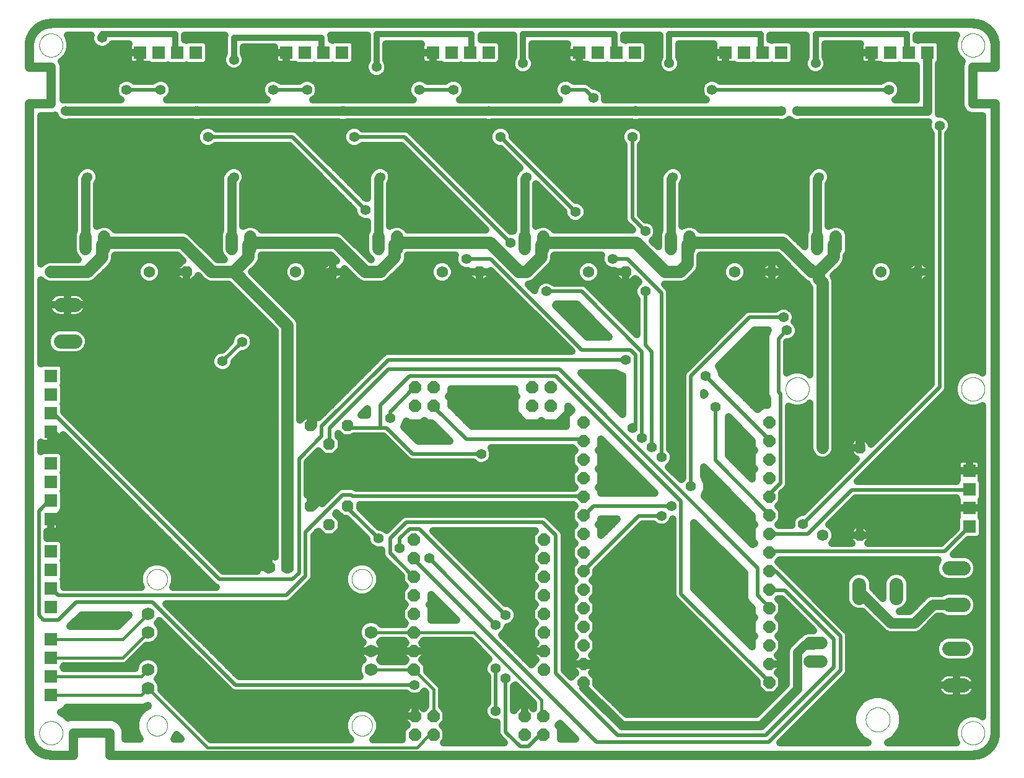
<source format=gbl>
G75*
%MOIN*%
%OFA0B0*%
%FSLAX25Y25*%
%IPPOS*%
%LPD*%
%AMOC8*
5,1,8,0,0,1.08239X$1,22.5*
%
%ADD10C,0.05000*%
%ADD11C,0.00000*%
%ADD12OC8,0.06543*%
%ADD13R,0.07000X0.07000*%
%ADD14OC8,0.06200*%
%ADD15C,0.06200*%
%ADD16C,0.06600*%
%ADD17OC8,0.06600*%
%ADD18C,0.06937*%
%ADD19C,0.07400*%
%ADD20C,0.07700*%
%ADD21C,0.01600*%
%ADD22C,0.05362*%
%ADD23C,0.05500*%
%ADD24C,0.04000*%
%ADD25C,0.02000*%
%ADD26C,0.03200*%
%ADD27C,0.05600*%
D10*
X0006738Y0015563D02*
X0006738Y0354146D01*
X0018549Y0354146D01*
X0018549Y0373831D01*
X0006738Y0373831D01*
X0006738Y0385642D01*
X0006741Y0385927D01*
X0006752Y0386213D01*
X0006769Y0386498D01*
X0006793Y0386782D01*
X0006824Y0387066D01*
X0006862Y0387349D01*
X0006907Y0387630D01*
X0006958Y0387911D01*
X0007016Y0388191D01*
X0007081Y0388469D01*
X0007153Y0388745D01*
X0007231Y0389019D01*
X0007316Y0389292D01*
X0007408Y0389562D01*
X0007506Y0389830D01*
X0007610Y0390096D01*
X0007721Y0390359D01*
X0007838Y0390619D01*
X0007961Y0390877D01*
X0008091Y0391131D01*
X0008227Y0391382D01*
X0008368Y0391630D01*
X0008516Y0391874D01*
X0008669Y0392115D01*
X0008829Y0392351D01*
X0008994Y0392584D01*
X0009164Y0392813D01*
X0009340Y0393038D01*
X0009522Y0393258D01*
X0009708Y0393474D01*
X0009900Y0393685D01*
X0010097Y0393892D01*
X0010299Y0394094D01*
X0010506Y0394291D01*
X0010717Y0394483D01*
X0010933Y0394669D01*
X0011153Y0394851D01*
X0011378Y0395027D01*
X0011607Y0395197D01*
X0011840Y0395362D01*
X0012076Y0395522D01*
X0012317Y0395675D01*
X0012561Y0395823D01*
X0012809Y0395964D01*
X0013060Y0396100D01*
X0013314Y0396230D01*
X0013572Y0396353D01*
X0013832Y0396470D01*
X0014095Y0396581D01*
X0014361Y0396685D01*
X0014629Y0396783D01*
X0014899Y0396875D01*
X0015172Y0396960D01*
X0015446Y0397038D01*
X0015722Y0397110D01*
X0016000Y0397175D01*
X0016280Y0397233D01*
X0016561Y0397284D01*
X0016842Y0397329D01*
X0017125Y0397367D01*
X0017409Y0397398D01*
X0017693Y0397422D01*
X0017978Y0397439D01*
X0018264Y0397450D01*
X0018549Y0397453D01*
X0514612Y0397453D01*
X0514897Y0397450D01*
X0515183Y0397439D01*
X0515468Y0397422D01*
X0515752Y0397398D01*
X0516036Y0397367D01*
X0516319Y0397329D01*
X0516600Y0397284D01*
X0516881Y0397233D01*
X0517161Y0397175D01*
X0517439Y0397110D01*
X0517715Y0397038D01*
X0517989Y0396960D01*
X0518262Y0396875D01*
X0518532Y0396783D01*
X0518800Y0396685D01*
X0519066Y0396581D01*
X0519329Y0396470D01*
X0519589Y0396353D01*
X0519847Y0396230D01*
X0520101Y0396100D01*
X0520352Y0395964D01*
X0520600Y0395823D01*
X0520844Y0395675D01*
X0521085Y0395522D01*
X0521321Y0395362D01*
X0521554Y0395197D01*
X0521783Y0395027D01*
X0522008Y0394851D01*
X0522228Y0394669D01*
X0522444Y0394483D01*
X0522655Y0394291D01*
X0522862Y0394094D01*
X0523064Y0393892D01*
X0523261Y0393685D01*
X0523453Y0393474D01*
X0523639Y0393258D01*
X0523821Y0393038D01*
X0523997Y0392813D01*
X0524167Y0392584D01*
X0524332Y0392351D01*
X0524492Y0392115D01*
X0524645Y0391874D01*
X0524793Y0391630D01*
X0524934Y0391382D01*
X0525070Y0391131D01*
X0525200Y0390877D01*
X0525323Y0390619D01*
X0525440Y0390359D01*
X0525551Y0390096D01*
X0525655Y0389830D01*
X0525753Y0389562D01*
X0525845Y0389292D01*
X0525930Y0389019D01*
X0526008Y0388745D01*
X0526080Y0388469D01*
X0526145Y0388191D01*
X0526203Y0387911D01*
X0526254Y0387630D01*
X0526299Y0387349D01*
X0526337Y0387066D01*
X0526368Y0386782D01*
X0526392Y0386498D01*
X0526409Y0386213D01*
X0526420Y0385927D01*
X0526423Y0385642D01*
X0526423Y0373831D01*
X0514612Y0373831D01*
X0514612Y0354146D01*
X0526423Y0354146D01*
X0526423Y0015563D01*
X0526420Y0015278D01*
X0526409Y0014992D01*
X0526392Y0014707D01*
X0526368Y0014423D01*
X0526337Y0014139D01*
X0526299Y0013856D01*
X0526254Y0013575D01*
X0526203Y0013294D01*
X0526145Y0013014D01*
X0526080Y0012736D01*
X0526008Y0012460D01*
X0525930Y0012186D01*
X0525845Y0011913D01*
X0525753Y0011643D01*
X0525655Y0011375D01*
X0525551Y0011109D01*
X0525440Y0010846D01*
X0525323Y0010586D01*
X0525200Y0010328D01*
X0525070Y0010074D01*
X0524934Y0009823D01*
X0524793Y0009575D01*
X0524645Y0009331D01*
X0524492Y0009090D01*
X0524332Y0008854D01*
X0524167Y0008621D01*
X0523997Y0008392D01*
X0523821Y0008167D01*
X0523639Y0007947D01*
X0523453Y0007731D01*
X0523261Y0007520D01*
X0523064Y0007313D01*
X0522862Y0007111D01*
X0522655Y0006914D01*
X0522444Y0006722D01*
X0522228Y0006536D01*
X0522008Y0006354D01*
X0521783Y0006178D01*
X0521554Y0006008D01*
X0521321Y0005843D01*
X0521085Y0005683D01*
X0520844Y0005530D01*
X0520600Y0005382D01*
X0520352Y0005241D01*
X0520101Y0005105D01*
X0519847Y0004975D01*
X0519589Y0004852D01*
X0519329Y0004735D01*
X0519066Y0004624D01*
X0518800Y0004520D01*
X0518532Y0004422D01*
X0518262Y0004330D01*
X0517989Y0004245D01*
X0517715Y0004167D01*
X0517439Y0004095D01*
X0517161Y0004030D01*
X0516881Y0003972D01*
X0516600Y0003921D01*
X0516319Y0003876D01*
X0516036Y0003838D01*
X0515752Y0003807D01*
X0515468Y0003783D01*
X0515183Y0003766D01*
X0514897Y0003755D01*
X0514612Y0003752D01*
X0050045Y0003752D01*
X0050045Y0015563D01*
X0030360Y0015563D01*
X0030360Y0003752D01*
X0018549Y0003752D01*
X0018264Y0003755D01*
X0017978Y0003766D01*
X0017693Y0003783D01*
X0017409Y0003807D01*
X0017125Y0003838D01*
X0016842Y0003876D01*
X0016561Y0003921D01*
X0016280Y0003972D01*
X0016000Y0004030D01*
X0015722Y0004095D01*
X0015446Y0004167D01*
X0015172Y0004245D01*
X0014899Y0004330D01*
X0014629Y0004422D01*
X0014361Y0004520D01*
X0014095Y0004624D01*
X0013832Y0004735D01*
X0013572Y0004852D01*
X0013314Y0004975D01*
X0013060Y0005105D01*
X0012809Y0005241D01*
X0012561Y0005382D01*
X0012317Y0005530D01*
X0012076Y0005683D01*
X0011840Y0005843D01*
X0011607Y0006008D01*
X0011378Y0006178D01*
X0011153Y0006354D01*
X0010933Y0006536D01*
X0010717Y0006722D01*
X0010506Y0006914D01*
X0010299Y0007111D01*
X0010097Y0007313D01*
X0009900Y0007520D01*
X0009708Y0007731D01*
X0009522Y0007947D01*
X0009340Y0008167D01*
X0009164Y0008392D01*
X0008994Y0008621D01*
X0008829Y0008854D01*
X0008669Y0009090D01*
X0008516Y0009331D01*
X0008368Y0009575D01*
X0008227Y0009823D01*
X0008091Y0010074D01*
X0007961Y0010328D01*
X0007838Y0010586D01*
X0007721Y0010846D01*
X0007610Y0011109D01*
X0007506Y0011375D01*
X0007408Y0011643D01*
X0007316Y0011913D01*
X0007231Y0012186D01*
X0007153Y0012460D01*
X0007081Y0012736D01*
X0007016Y0013014D01*
X0006958Y0013294D01*
X0006907Y0013575D01*
X0006862Y0013856D01*
X0006824Y0014139D01*
X0006793Y0014423D01*
X0006769Y0014707D01*
X0006752Y0014992D01*
X0006741Y0015278D01*
X0006738Y0015563D01*
X0026863Y0094752D02*
X0026863Y0118377D01*
X0023363Y0121877D01*
X0023363Y0128877D01*
X0021613Y0130627D01*
X0026863Y0135877D01*
X0026863Y0169127D01*
X0018988Y0177002D01*
X0018549Y0177728D01*
X0018988Y0130627D02*
X0018549Y0130484D01*
X0018988Y0130627D02*
X0021613Y0130627D01*
X0119613Y0121002D02*
X0135363Y0105252D01*
X0135793Y0104657D01*
X0119613Y0121002D02*
X0119613Y0174377D01*
X0118943Y0175012D01*
X0158256Y0180917D02*
X0158988Y0181377D01*
X0158988Y0252252D01*
X0169488Y0262752D01*
X0170282Y0263594D01*
X0194652Y0279343D02*
X0194652Y0313713D01*
X0195715Y0314776D01*
X0176030Y0350209D02*
X0254022Y0350209D01*
X0254770Y0350209D02*
X0256113Y0350209D01*
X0332762Y0350209D01*
X0333510Y0350209D02*
X0411502Y0350209D01*
X0420124Y0350209D02*
X0490242Y0350209D01*
X0490242Y0381705D01*
X0431935Y0314776D02*
X0430872Y0313713D01*
X0430872Y0279343D01*
X0453863Y0232127D02*
X0484488Y0262752D01*
X0485242Y0263594D01*
X0453863Y0232127D02*
X0453863Y0169127D01*
X0453746Y0169106D01*
X0429967Y0063870D02*
X0428904Y0062807D01*
X0424061Y0062807D01*
X0420124Y0058870D01*
X0420124Y0039185D01*
X0400439Y0019500D01*
X0325636Y0019500D01*
X0305163Y0039972D01*
X0305163Y0042689D01*
X0305163Y0052689D02*
X0305988Y0052752D01*
X0323488Y0052752D01*
X0249988Y0149002D02*
X0206238Y0149002D01*
X0206238Y0164752D01*
X0206238Y0149002D02*
X0170363Y0149002D01*
X0158988Y0137627D01*
X0158256Y0137610D01*
X0115912Y0279343D02*
X0115912Y0313713D01*
X0116975Y0314776D01*
X0097289Y0350209D02*
X0175282Y0350209D01*
X0096541Y0350209D02*
X0026423Y0350209D01*
X0038234Y0314776D02*
X0037171Y0313713D01*
X0037171Y0279343D01*
X0273392Y0279343D02*
X0273392Y0313713D01*
X0274455Y0314776D01*
X0352132Y0313713D02*
X0352132Y0279343D01*
X0352132Y0313713D02*
X0353195Y0314776D01*
D11*
X0413825Y0200602D02*
X0413827Y0200760D01*
X0413833Y0200918D01*
X0413843Y0201076D01*
X0413857Y0201234D01*
X0413875Y0201391D01*
X0413896Y0201548D01*
X0413922Y0201704D01*
X0413952Y0201860D01*
X0413985Y0202015D01*
X0414023Y0202168D01*
X0414064Y0202321D01*
X0414109Y0202473D01*
X0414158Y0202624D01*
X0414211Y0202773D01*
X0414267Y0202921D01*
X0414327Y0203067D01*
X0414391Y0203212D01*
X0414459Y0203355D01*
X0414530Y0203497D01*
X0414604Y0203637D01*
X0414682Y0203774D01*
X0414764Y0203910D01*
X0414848Y0204044D01*
X0414937Y0204175D01*
X0415028Y0204304D01*
X0415123Y0204431D01*
X0415220Y0204556D01*
X0415321Y0204678D01*
X0415425Y0204797D01*
X0415532Y0204914D01*
X0415642Y0205028D01*
X0415755Y0205139D01*
X0415870Y0205248D01*
X0415988Y0205353D01*
X0416109Y0205455D01*
X0416232Y0205555D01*
X0416358Y0205651D01*
X0416486Y0205744D01*
X0416616Y0205834D01*
X0416749Y0205920D01*
X0416884Y0206004D01*
X0417020Y0206083D01*
X0417159Y0206160D01*
X0417300Y0206232D01*
X0417442Y0206302D01*
X0417586Y0206367D01*
X0417732Y0206429D01*
X0417879Y0206487D01*
X0418028Y0206542D01*
X0418178Y0206593D01*
X0418329Y0206640D01*
X0418481Y0206683D01*
X0418634Y0206722D01*
X0418789Y0206758D01*
X0418944Y0206789D01*
X0419100Y0206817D01*
X0419256Y0206841D01*
X0419413Y0206861D01*
X0419571Y0206877D01*
X0419728Y0206889D01*
X0419887Y0206897D01*
X0420045Y0206901D01*
X0420203Y0206901D01*
X0420361Y0206897D01*
X0420520Y0206889D01*
X0420677Y0206877D01*
X0420835Y0206861D01*
X0420992Y0206841D01*
X0421148Y0206817D01*
X0421304Y0206789D01*
X0421459Y0206758D01*
X0421614Y0206722D01*
X0421767Y0206683D01*
X0421919Y0206640D01*
X0422070Y0206593D01*
X0422220Y0206542D01*
X0422369Y0206487D01*
X0422516Y0206429D01*
X0422662Y0206367D01*
X0422806Y0206302D01*
X0422948Y0206232D01*
X0423089Y0206160D01*
X0423228Y0206083D01*
X0423364Y0206004D01*
X0423499Y0205920D01*
X0423632Y0205834D01*
X0423762Y0205744D01*
X0423890Y0205651D01*
X0424016Y0205555D01*
X0424139Y0205455D01*
X0424260Y0205353D01*
X0424378Y0205248D01*
X0424493Y0205139D01*
X0424606Y0205028D01*
X0424716Y0204914D01*
X0424823Y0204797D01*
X0424927Y0204678D01*
X0425028Y0204556D01*
X0425125Y0204431D01*
X0425220Y0204304D01*
X0425311Y0204175D01*
X0425400Y0204044D01*
X0425484Y0203910D01*
X0425566Y0203774D01*
X0425644Y0203637D01*
X0425718Y0203497D01*
X0425789Y0203355D01*
X0425857Y0203212D01*
X0425921Y0203067D01*
X0425981Y0202921D01*
X0426037Y0202773D01*
X0426090Y0202624D01*
X0426139Y0202473D01*
X0426184Y0202321D01*
X0426225Y0202168D01*
X0426263Y0202015D01*
X0426296Y0201860D01*
X0426326Y0201704D01*
X0426352Y0201548D01*
X0426373Y0201391D01*
X0426391Y0201234D01*
X0426405Y0201076D01*
X0426415Y0200918D01*
X0426421Y0200760D01*
X0426423Y0200602D01*
X0426421Y0200444D01*
X0426415Y0200286D01*
X0426405Y0200128D01*
X0426391Y0199970D01*
X0426373Y0199813D01*
X0426352Y0199656D01*
X0426326Y0199500D01*
X0426296Y0199344D01*
X0426263Y0199189D01*
X0426225Y0199036D01*
X0426184Y0198883D01*
X0426139Y0198731D01*
X0426090Y0198580D01*
X0426037Y0198431D01*
X0425981Y0198283D01*
X0425921Y0198137D01*
X0425857Y0197992D01*
X0425789Y0197849D01*
X0425718Y0197707D01*
X0425644Y0197567D01*
X0425566Y0197430D01*
X0425484Y0197294D01*
X0425400Y0197160D01*
X0425311Y0197029D01*
X0425220Y0196900D01*
X0425125Y0196773D01*
X0425028Y0196648D01*
X0424927Y0196526D01*
X0424823Y0196407D01*
X0424716Y0196290D01*
X0424606Y0196176D01*
X0424493Y0196065D01*
X0424378Y0195956D01*
X0424260Y0195851D01*
X0424139Y0195749D01*
X0424016Y0195649D01*
X0423890Y0195553D01*
X0423762Y0195460D01*
X0423632Y0195370D01*
X0423499Y0195284D01*
X0423364Y0195200D01*
X0423228Y0195121D01*
X0423089Y0195044D01*
X0422948Y0194972D01*
X0422806Y0194902D01*
X0422662Y0194837D01*
X0422516Y0194775D01*
X0422369Y0194717D01*
X0422220Y0194662D01*
X0422070Y0194611D01*
X0421919Y0194564D01*
X0421767Y0194521D01*
X0421614Y0194482D01*
X0421459Y0194446D01*
X0421304Y0194415D01*
X0421148Y0194387D01*
X0420992Y0194363D01*
X0420835Y0194343D01*
X0420677Y0194327D01*
X0420520Y0194315D01*
X0420361Y0194307D01*
X0420203Y0194303D01*
X0420045Y0194303D01*
X0419887Y0194307D01*
X0419728Y0194315D01*
X0419571Y0194327D01*
X0419413Y0194343D01*
X0419256Y0194363D01*
X0419100Y0194387D01*
X0418944Y0194415D01*
X0418789Y0194446D01*
X0418634Y0194482D01*
X0418481Y0194521D01*
X0418329Y0194564D01*
X0418178Y0194611D01*
X0418028Y0194662D01*
X0417879Y0194717D01*
X0417732Y0194775D01*
X0417586Y0194837D01*
X0417442Y0194902D01*
X0417300Y0194972D01*
X0417159Y0195044D01*
X0417020Y0195121D01*
X0416884Y0195200D01*
X0416749Y0195284D01*
X0416616Y0195370D01*
X0416486Y0195460D01*
X0416358Y0195553D01*
X0416232Y0195649D01*
X0416109Y0195749D01*
X0415988Y0195851D01*
X0415870Y0195956D01*
X0415755Y0196065D01*
X0415642Y0196176D01*
X0415532Y0196290D01*
X0415425Y0196407D01*
X0415321Y0196526D01*
X0415220Y0196648D01*
X0415123Y0196773D01*
X0415028Y0196900D01*
X0414937Y0197029D01*
X0414848Y0197160D01*
X0414764Y0197294D01*
X0414682Y0197430D01*
X0414604Y0197567D01*
X0414530Y0197707D01*
X0414459Y0197849D01*
X0414391Y0197992D01*
X0414327Y0198137D01*
X0414267Y0198283D01*
X0414211Y0198431D01*
X0414158Y0198580D01*
X0414109Y0198731D01*
X0414064Y0198883D01*
X0414023Y0199036D01*
X0413985Y0199189D01*
X0413952Y0199344D01*
X0413922Y0199500D01*
X0413896Y0199656D01*
X0413875Y0199813D01*
X0413857Y0199970D01*
X0413843Y0200128D01*
X0413833Y0200286D01*
X0413827Y0200444D01*
X0413825Y0200602D01*
X0508313Y0200602D02*
X0508315Y0200760D01*
X0508321Y0200918D01*
X0508331Y0201076D01*
X0508345Y0201234D01*
X0508363Y0201391D01*
X0508384Y0201548D01*
X0508410Y0201704D01*
X0508440Y0201860D01*
X0508473Y0202015D01*
X0508511Y0202168D01*
X0508552Y0202321D01*
X0508597Y0202473D01*
X0508646Y0202624D01*
X0508699Y0202773D01*
X0508755Y0202921D01*
X0508815Y0203067D01*
X0508879Y0203212D01*
X0508947Y0203355D01*
X0509018Y0203497D01*
X0509092Y0203637D01*
X0509170Y0203774D01*
X0509252Y0203910D01*
X0509336Y0204044D01*
X0509425Y0204175D01*
X0509516Y0204304D01*
X0509611Y0204431D01*
X0509708Y0204556D01*
X0509809Y0204678D01*
X0509913Y0204797D01*
X0510020Y0204914D01*
X0510130Y0205028D01*
X0510243Y0205139D01*
X0510358Y0205248D01*
X0510476Y0205353D01*
X0510597Y0205455D01*
X0510720Y0205555D01*
X0510846Y0205651D01*
X0510974Y0205744D01*
X0511104Y0205834D01*
X0511237Y0205920D01*
X0511372Y0206004D01*
X0511508Y0206083D01*
X0511647Y0206160D01*
X0511788Y0206232D01*
X0511930Y0206302D01*
X0512074Y0206367D01*
X0512220Y0206429D01*
X0512367Y0206487D01*
X0512516Y0206542D01*
X0512666Y0206593D01*
X0512817Y0206640D01*
X0512969Y0206683D01*
X0513122Y0206722D01*
X0513277Y0206758D01*
X0513432Y0206789D01*
X0513588Y0206817D01*
X0513744Y0206841D01*
X0513901Y0206861D01*
X0514059Y0206877D01*
X0514216Y0206889D01*
X0514375Y0206897D01*
X0514533Y0206901D01*
X0514691Y0206901D01*
X0514849Y0206897D01*
X0515008Y0206889D01*
X0515165Y0206877D01*
X0515323Y0206861D01*
X0515480Y0206841D01*
X0515636Y0206817D01*
X0515792Y0206789D01*
X0515947Y0206758D01*
X0516102Y0206722D01*
X0516255Y0206683D01*
X0516407Y0206640D01*
X0516558Y0206593D01*
X0516708Y0206542D01*
X0516857Y0206487D01*
X0517004Y0206429D01*
X0517150Y0206367D01*
X0517294Y0206302D01*
X0517436Y0206232D01*
X0517577Y0206160D01*
X0517716Y0206083D01*
X0517852Y0206004D01*
X0517987Y0205920D01*
X0518120Y0205834D01*
X0518250Y0205744D01*
X0518378Y0205651D01*
X0518504Y0205555D01*
X0518627Y0205455D01*
X0518748Y0205353D01*
X0518866Y0205248D01*
X0518981Y0205139D01*
X0519094Y0205028D01*
X0519204Y0204914D01*
X0519311Y0204797D01*
X0519415Y0204678D01*
X0519516Y0204556D01*
X0519613Y0204431D01*
X0519708Y0204304D01*
X0519799Y0204175D01*
X0519888Y0204044D01*
X0519972Y0203910D01*
X0520054Y0203774D01*
X0520132Y0203637D01*
X0520206Y0203497D01*
X0520277Y0203355D01*
X0520345Y0203212D01*
X0520409Y0203067D01*
X0520469Y0202921D01*
X0520525Y0202773D01*
X0520578Y0202624D01*
X0520627Y0202473D01*
X0520672Y0202321D01*
X0520713Y0202168D01*
X0520751Y0202015D01*
X0520784Y0201860D01*
X0520814Y0201704D01*
X0520840Y0201548D01*
X0520861Y0201391D01*
X0520879Y0201234D01*
X0520893Y0201076D01*
X0520903Y0200918D01*
X0520909Y0200760D01*
X0520911Y0200602D01*
X0520909Y0200444D01*
X0520903Y0200286D01*
X0520893Y0200128D01*
X0520879Y0199970D01*
X0520861Y0199813D01*
X0520840Y0199656D01*
X0520814Y0199500D01*
X0520784Y0199344D01*
X0520751Y0199189D01*
X0520713Y0199036D01*
X0520672Y0198883D01*
X0520627Y0198731D01*
X0520578Y0198580D01*
X0520525Y0198431D01*
X0520469Y0198283D01*
X0520409Y0198137D01*
X0520345Y0197992D01*
X0520277Y0197849D01*
X0520206Y0197707D01*
X0520132Y0197567D01*
X0520054Y0197430D01*
X0519972Y0197294D01*
X0519888Y0197160D01*
X0519799Y0197029D01*
X0519708Y0196900D01*
X0519613Y0196773D01*
X0519516Y0196648D01*
X0519415Y0196526D01*
X0519311Y0196407D01*
X0519204Y0196290D01*
X0519094Y0196176D01*
X0518981Y0196065D01*
X0518866Y0195956D01*
X0518748Y0195851D01*
X0518627Y0195749D01*
X0518504Y0195649D01*
X0518378Y0195553D01*
X0518250Y0195460D01*
X0518120Y0195370D01*
X0517987Y0195284D01*
X0517852Y0195200D01*
X0517716Y0195121D01*
X0517577Y0195044D01*
X0517436Y0194972D01*
X0517294Y0194902D01*
X0517150Y0194837D01*
X0517004Y0194775D01*
X0516857Y0194717D01*
X0516708Y0194662D01*
X0516558Y0194611D01*
X0516407Y0194564D01*
X0516255Y0194521D01*
X0516102Y0194482D01*
X0515947Y0194446D01*
X0515792Y0194415D01*
X0515636Y0194387D01*
X0515480Y0194363D01*
X0515323Y0194343D01*
X0515165Y0194327D01*
X0515008Y0194315D01*
X0514849Y0194307D01*
X0514691Y0194303D01*
X0514533Y0194303D01*
X0514375Y0194307D01*
X0514216Y0194315D01*
X0514059Y0194327D01*
X0513901Y0194343D01*
X0513744Y0194363D01*
X0513588Y0194387D01*
X0513432Y0194415D01*
X0513277Y0194446D01*
X0513122Y0194482D01*
X0512969Y0194521D01*
X0512817Y0194564D01*
X0512666Y0194611D01*
X0512516Y0194662D01*
X0512367Y0194717D01*
X0512220Y0194775D01*
X0512074Y0194837D01*
X0511930Y0194902D01*
X0511788Y0194972D01*
X0511647Y0195044D01*
X0511508Y0195121D01*
X0511372Y0195200D01*
X0511237Y0195284D01*
X0511104Y0195370D01*
X0510974Y0195460D01*
X0510846Y0195553D01*
X0510720Y0195649D01*
X0510597Y0195749D01*
X0510476Y0195851D01*
X0510358Y0195956D01*
X0510243Y0196065D01*
X0510130Y0196176D01*
X0510020Y0196290D01*
X0509913Y0196407D01*
X0509809Y0196526D01*
X0509708Y0196648D01*
X0509611Y0196773D01*
X0509516Y0196900D01*
X0509425Y0197029D01*
X0509336Y0197160D01*
X0509252Y0197294D01*
X0509170Y0197430D01*
X0509092Y0197567D01*
X0509018Y0197707D01*
X0508947Y0197849D01*
X0508879Y0197992D01*
X0508815Y0198137D01*
X0508755Y0198283D01*
X0508699Y0198431D01*
X0508646Y0198580D01*
X0508597Y0198731D01*
X0508552Y0198883D01*
X0508511Y0199036D01*
X0508473Y0199189D01*
X0508440Y0199344D01*
X0508410Y0199500D01*
X0508384Y0199656D01*
X0508363Y0199813D01*
X0508345Y0199970D01*
X0508331Y0200128D01*
X0508321Y0200286D01*
X0508315Y0200444D01*
X0508313Y0200602D01*
X0456931Y0022744D02*
X0456933Y0022905D01*
X0456939Y0023065D01*
X0456949Y0023226D01*
X0456963Y0023386D01*
X0456981Y0023546D01*
X0457002Y0023705D01*
X0457028Y0023864D01*
X0457058Y0024022D01*
X0457091Y0024179D01*
X0457129Y0024336D01*
X0457170Y0024491D01*
X0457215Y0024645D01*
X0457264Y0024798D01*
X0457317Y0024950D01*
X0457373Y0025101D01*
X0457434Y0025250D01*
X0457497Y0025398D01*
X0457565Y0025544D01*
X0457636Y0025688D01*
X0457710Y0025830D01*
X0457788Y0025971D01*
X0457870Y0026109D01*
X0457955Y0026246D01*
X0458043Y0026380D01*
X0458135Y0026512D01*
X0458230Y0026642D01*
X0458328Y0026770D01*
X0458429Y0026895D01*
X0458533Y0027017D01*
X0458640Y0027137D01*
X0458750Y0027254D01*
X0458863Y0027369D01*
X0458979Y0027480D01*
X0459098Y0027589D01*
X0459219Y0027694D01*
X0459343Y0027797D01*
X0459469Y0027897D01*
X0459597Y0027993D01*
X0459728Y0028086D01*
X0459862Y0028176D01*
X0459997Y0028263D01*
X0460135Y0028346D01*
X0460274Y0028426D01*
X0460416Y0028502D01*
X0460559Y0028575D01*
X0460704Y0028644D01*
X0460851Y0028710D01*
X0460999Y0028772D01*
X0461149Y0028830D01*
X0461300Y0028885D01*
X0461453Y0028936D01*
X0461607Y0028983D01*
X0461762Y0029026D01*
X0461918Y0029065D01*
X0462074Y0029101D01*
X0462232Y0029132D01*
X0462390Y0029160D01*
X0462549Y0029184D01*
X0462709Y0029204D01*
X0462869Y0029220D01*
X0463029Y0029232D01*
X0463190Y0029240D01*
X0463351Y0029244D01*
X0463511Y0029244D01*
X0463672Y0029240D01*
X0463833Y0029232D01*
X0463993Y0029220D01*
X0464153Y0029204D01*
X0464313Y0029184D01*
X0464472Y0029160D01*
X0464630Y0029132D01*
X0464788Y0029101D01*
X0464944Y0029065D01*
X0465100Y0029026D01*
X0465255Y0028983D01*
X0465409Y0028936D01*
X0465562Y0028885D01*
X0465713Y0028830D01*
X0465863Y0028772D01*
X0466011Y0028710D01*
X0466158Y0028644D01*
X0466303Y0028575D01*
X0466446Y0028502D01*
X0466588Y0028426D01*
X0466727Y0028346D01*
X0466865Y0028263D01*
X0467000Y0028176D01*
X0467134Y0028086D01*
X0467265Y0027993D01*
X0467393Y0027897D01*
X0467519Y0027797D01*
X0467643Y0027694D01*
X0467764Y0027589D01*
X0467883Y0027480D01*
X0467999Y0027369D01*
X0468112Y0027254D01*
X0468222Y0027137D01*
X0468329Y0027017D01*
X0468433Y0026895D01*
X0468534Y0026770D01*
X0468632Y0026642D01*
X0468727Y0026512D01*
X0468819Y0026380D01*
X0468907Y0026246D01*
X0468992Y0026109D01*
X0469074Y0025971D01*
X0469152Y0025830D01*
X0469226Y0025688D01*
X0469297Y0025544D01*
X0469365Y0025398D01*
X0469428Y0025250D01*
X0469489Y0025101D01*
X0469545Y0024950D01*
X0469598Y0024798D01*
X0469647Y0024645D01*
X0469692Y0024491D01*
X0469733Y0024336D01*
X0469771Y0024179D01*
X0469804Y0024022D01*
X0469834Y0023864D01*
X0469860Y0023705D01*
X0469881Y0023546D01*
X0469899Y0023386D01*
X0469913Y0023226D01*
X0469923Y0023065D01*
X0469929Y0022905D01*
X0469931Y0022744D01*
X0469929Y0022583D01*
X0469923Y0022423D01*
X0469913Y0022262D01*
X0469899Y0022102D01*
X0469881Y0021942D01*
X0469860Y0021783D01*
X0469834Y0021624D01*
X0469804Y0021466D01*
X0469771Y0021309D01*
X0469733Y0021152D01*
X0469692Y0020997D01*
X0469647Y0020843D01*
X0469598Y0020690D01*
X0469545Y0020538D01*
X0469489Y0020387D01*
X0469428Y0020238D01*
X0469365Y0020090D01*
X0469297Y0019944D01*
X0469226Y0019800D01*
X0469152Y0019658D01*
X0469074Y0019517D01*
X0468992Y0019379D01*
X0468907Y0019242D01*
X0468819Y0019108D01*
X0468727Y0018976D01*
X0468632Y0018846D01*
X0468534Y0018718D01*
X0468433Y0018593D01*
X0468329Y0018471D01*
X0468222Y0018351D01*
X0468112Y0018234D01*
X0467999Y0018119D01*
X0467883Y0018008D01*
X0467764Y0017899D01*
X0467643Y0017794D01*
X0467519Y0017691D01*
X0467393Y0017591D01*
X0467265Y0017495D01*
X0467134Y0017402D01*
X0467000Y0017312D01*
X0466865Y0017225D01*
X0466727Y0017142D01*
X0466588Y0017062D01*
X0466446Y0016986D01*
X0466303Y0016913D01*
X0466158Y0016844D01*
X0466011Y0016778D01*
X0465863Y0016716D01*
X0465713Y0016658D01*
X0465562Y0016603D01*
X0465409Y0016552D01*
X0465255Y0016505D01*
X0465100Y0016462D01*
X0464944Y0016423D01*
X0464788Y0016387D01*
X0464630Y0016356D01*
X0464472Y0016328D01*
X0464313Y0016304D01*
X0464153Y0016284D01*
X0463993Y0016268D01*
X0463833Y0016256D01*
X0463672Y0016248D01*
X0463511Y0016244D01*
X0463351Y0016244D01*
X0463190Y0016248D01*
X0463029Y0016256D01*
X0462869Y0016268D01*
X0462709Y0016284D01*
X0462549Y0016304D01*
X0462390Y0016328D01*
X0462232Y0016356D01*
X0462074Y0016387D01*
X0461918Y0016423D01*
X0461762Y0016462D01*
X0461607Y0016505D01*
X0461453Y0016552D01*
X0461300Y0016603D01*
X0461149Y0016658D01*
X0460999Y0016716D01*
X0460851Y0016778D01*
X0460704Y0016844D01*
X0460559Y0016913D01*
X0460416Y0016986D01*
X0460274Y0017062D01*
X0460135Y0017142D01*
X0459997Y0017225D01*
X0459862Y0017312D01*
X0459728Y0017402D01*
X0459597Y0017495D01*
X0459469Y0017591D01*
X0459343Y0017691D01*
X0459219Y0017794D01*
X0459098Y0017899D01*
X0458979Y0018008D01*
X0458863Y0018119D01*
X0458750Y0018234D01*
X0458640Y0018351D01*
X0458533Y0018471D01*
X0458429Y0018593D01*
X0458328Y0018718D01*
X0458230Y0018846D01*
X0458135Y0018976D01*
X0458043Y0019108D01*
X0457955Y0019242D01*
X0457870Y0019379D01*
X0457788Y0019517D01*
X0457710Y0019658D01*
X0457636Y0019800D01*
X0457565Y0019944D01*
X0457497Y0020090D01*
X0457434Y0020238D01*
X0457373Y0020387D01*
X0457317Y0020538D01*
X0457264Y0020690D01*
X0457215Y0020843D01*
X0457170Y0020997D01*
X0457129Y0021152D01*
X0457091Y0021309D01*
X0457058Y0021466D01*
X0457028Y0021624D01*
X0457002Y0021783D01*
X0456981Y0021942D01*
X0456963Y0022102D01*
X0456949Y0022262D01*
X0456939Y0022423D01*
X0456933Y0022583D01*
X0456931Y0022744D01*
X0508313Y0015563D02*
X0508315Y0015721D01*
X0508321Y0015879D01*
X0508331Y0016037D01*
X0508345Y0016195D01*
X0508363Y0016352D01*
X0508384Y0016509D01*
X0508410Y0016665D01*
X0508440Y0016821D01*
X0508473Y0016976D01*
X0508511Y0017129D01*
X0508552Y0017282D01*
X0508597Y0017434D01*
X0508646Y0017585D01*
X0508699Y0017734D01*
X0508755Y0017882D01*
X0508815Y0018028D01*
X0508879Y0018173D01*
X0508947Y0018316D01*
X0509018Y0018458D01*
X0509092Y0018598D01*
X0509170Y0018735D01*
X0509252Y0018871D01*
X0509336Y0019005D01*
X0509425Y0019136D01*
X0509516Y0019265D01*
X0509611Y0019392D01*
X0509708Y0019517D01*
X0509809Y0019639D01*
X0509913Y0019758D01*
X0510020Y0019875D01*
X0510130Y0019989D01*
X0510243Y0020100D01*
X0510358Y0020209D01*
X0510476Y0020314D01*
X0510597Y0020416D01*
X0510720Y0020516D01*
X0510846Y0020612D01*
X0510974Y0020705D01*
X0511104Y0020795D01*
X0511237Y0020881D01*
X0511372Y0020965D01*
X0511508Y0021044D01*
X0511647Y0021121D01*
X0511788Y0021193D01*
X0511930Y0021263D01*
X0512074Y0021328D01*
X0512220Y0021390D01*
X0512367Y0021448D01*
X0512516Y0021503D01*
X0512666Y0021554D01*
X0512817Y0021601D01*
X0512969Y0021644D01*
X0513122Y0021683D01*
X0513277Y0021719D01*
X0513432Y0021750D01*
X0513588Y0021778D01*
X0513744Y0021802D01*
X0513901Y0021822D01*
X0514059Y0021838D01*
X0514216Y0021850D01*
X0514375Y0021858D01*
X0514533Y0021862D01*
X0514691Y0021862D01*
X0514849Y0021858D01*
X0515008Y0021850D01*
X0515165Y0021838D01*
X0515323Y0021822D01*
X0515480Y0021802D01*
X0515636Y0021778D01*
X0515792Y0021750D01*
X0515947Y0021719D01*
X0516102Y0021683D01*
X0516255Y0021644D01*
X0516407Y0021601D01*
X0516558Y0021554D01*
X0516708Y0021503D01*
X0516857Y0021448D01*
X0517004Y0021390D01*
X0517150Y0021328D01*
X0517294Y0021263D01*
X0517436Y0021193D01*
X0517577Y0021121D01*
X0517716Y0021044D01*
X0517852Y0020965D01*
X0517987Y0020881D01*
X0518120Y0020795D01*
X0518250Y0020705D01*
X0518378Y0020612D01*
X0518504Y0020516D01*
X0518627Y0020416D01*
X0518748Y0020314D01*
X0518866Y0020209D01*
X0518981Y0020100D01*
X0519094Y0019989D01*
X0519204Y0019875D01*
X0519311Y0019758D01*
X0519415Y0019639D01*
X0519516Y0019517D01*
X0519613Y0019392D01*
X0519708Y0019265D01*
X0519799Y0019136D01*
X0519888Y0019005D01*
X0519972Y0018871D01*
X0520054Y0018735D01*
X0520132Y0018598D01*
X0520206Y0018458D01*
X0520277Y0018316D01*
X0520345Y0018173D01*
X0520409Y0018028D01*
X0520469Y0017882D01*
X0520525Y0017734D01*
X0520578Y0017585D01*
X0520627Y0017434D01*
X0520672Y0017282D01*
X0520713Y0017129D01*
X0520751Y0016976D01*
X0520784Y0016821D01*
X0520814Y0016665D01*
X0520840Y0016509D01*
X0520861Y0016352D01*
X0520879Y0016195D01*
X0520893Y0016037D01*
X0520903Y0015879D01*
X0520909Y0015721D01*
X0520911Y0015563D01*
X0520909Y0015405D01*
X0520903Y0015247D01*
X0520893Y0015089D01*
X0520879Y0014931D01*
X0520861Y0014774D01*
X0520840Y0014617D01*
X0520814Y0014461D01*
X0520784Y0014305D01*
X0520751Y0014150D01*
X0520713Y0013997D01*
X0520672Y0013844D01*
X0520627Y0013692D01*
X0520578Y0013541D01*
X0520525Y0013392D01*
X0520469Y0013244D01*
X0520409Y0013098D01*
X0520345Y0012953D01*
X0520277Y0012810D01*
X0520206Y0012668D01*
X0520132Y0012528D01*
X0520054Y0012391D01*
X0519972Y0012255D01*
X0519888Y0012121D01*
X0519799Y0011990D01*
X0519708Y0011861D01*
X0519613Y0011734D01*
X0519516Y0011609D01*
X0519415Y0011487D01*
X0519311Y0011368D01*
X0519204Y0011251D01*
X0519094Y0011137D01*
X0518981Y0011026D01*
X0518866Y0010917D01*
X0518748Y0010812D01*
X0518627Y0010710D01*
X0518504Y0010610D01*
X0518378Y0010514D01*
X0518250Y0010421D01*
X0518120Y0010331D01*
X0517987Y0010245D01*
X0517852Y0010161D01*
X0517716Y0010082D01*
X0517577Y0010005D01*
X0517436Y0009933D01*
X0517294Y0009863D01*
X0517150Y0009798D01*
X0517004Y0009736D01*
X0516857Y0009678D01*
X0516708Y0009623D01*
X0516558Y0009572D01*
X0516407Y0009525D01*
X0516255Y0009482D01*
X0516102Y0009443D01*
X0515947Y0009407D01*
X0515792Y0009376D01*
X0515636Y0009348D01*
X0515480Y0009324D01*
X0515323Y0009304D01*
X0515165Y0009288D01*
X0515008Y0009276D01*
X0514849Y0009268D01*
X0514691Y0009264D01*
X0514533Y0009264D01*
X0514375Y0009268D01*
X0514216Y0009276D01*
X0514059Y0009288D01*
X0513901Y0009304D01*
X0513744Y0009324D01*
X0513588Y0009348D01*
X0513432Y0009376D01*
X0513277Y0009407D01*
X0513122Y0009443D01*
X0512969Y0009482D01*
X0512817Y0009525D01*
X0512666Y0009572D01*
X0512516Y0009623D01*
X0512367Y0009678D01*
X0512220Y0009736D01*
X0512074Y0009798D01*
X0511930Y0009863D01*
X0511788Y0009933D01*
X0511647Y0010005D01*
X0511508Y0010082D01*
X0511372Y0010161D01*
X0511237Y0010245D01*
X0511104Y0010331D01*
X0510974Y0010421D01*
X0510846Y0010514D01*
X0510720Y0010610D01*
X0510597Y0010710D01*
X0510476Y0010812D01*
X0510358Y0010917D01*
X0510243Y0011026D01*
X0510130Y0011137D01*
X0510020Y0011251D01*
X0509913Y0011368D01*
X0509809Y0011487D01*
X0509708Y0011609D01*
X0509611Y0011734D01*
X0509516Y0011861D01*
X0509425Y0011990D01*
X0509336Y0012121D01*
X0509252Y0012255D01*
X0509170Y0012391D01*
X0509092Y0012528D01*
X0509018Y0012668D01*
X0508947Y0012810D01*
X0508879Y0012953D01*
X0508815Y0013098D01*
X0508755Y0013244D01*
X0508699Y0013392D01*
X0508646Y0013541D01*
X0508597Y0013692D01*
X0508552Y0013844D01*
X0508511Y0013997D01*
X0508473Y0014150D01*
X0508440Y0014305D01*
X0508410Y0014461D01*
X0508384Y0014617D01*
X0508363Y0014774D01*
X0508345Y0014931D01*
X0508331Y0015089D01*
X0508321Y0015247D01*
X0508315Y0015405D01*
X0508313Y0015563D01*
X0180360Y0019500D02*
X0180362Y0019648D01*
X0180368Y0019796D01*
X0180378Y0019944D01*
X0180392Y0020091D01*
X0180410Y0020238D01*
X0180431Y0020384D01*
X0180457Y0020530D01*
X0180487Y0020675D01*
X0180520Y0020819D01*
X0180558Y0020962D01*
X0180599Y0021104D01*
X0180644Y0021245D01*
X0180692Y0021385D01*
X0180745Y0021524D01*
X0180801Y0021661D01*
X0180861Y0021796D01*
X0180924Y0021930D01*
X0180991Y0022062D01*
X0181062Y0022192D01*
X0181136Y0022320D01*
X0181213Y0022446D01*
X0181294Y0022570D01*
X0181378Y0022692D01*
X0181465Y0022811D01*
X0181556Y0022928D01*
X0181650Y0023043D01*
X0181746Y0023155D01*
X0181846Y0023265D01*
X0181948Y0023371D01*
X0182054Y0023475D01*
X0182162Y0023576D01*
X0182273Y0023674D01*
X0182386Y0023770D01*
X0182502Y0023862D01*
X0182620Y0023951D01*
X0182741Y0024036D01*
X0182864Y0024119D01*
X0182989Y0024198D01*
X0183116Y0024274D01*
X0183245Y0024346D01*
X0183376Y0024415D01*
X0183509Y0024480D01*
X0183644Y0024541D01*
X0183780Y0024599D01*
X0183917Y0024654D01*
X0184056Y0024704D01*
X0184197Y0024751D01*
X0184338Y0024794D01*
X0184481Y0024834D01*
X0184625Y0024869D01*
X0184769Y0024901D01*
X0184915Y0024928D01*
X0185061Y0024952D01*
X0185208Y0024972D01*
X0185355Y0024988D01*
X0185502Y0025000D01*
X0185650Y0025008D01*
X0185798Y0025012D01*
X0185946Y0025012D01*
X0186094Y0025008D01*
X0186242Y0025000D01*
X0186389Y0024988D01*
X0186536Y0024972D01*
X0186683Y0024952D01*
X0186829Y0024928D01*
X0186975Y0024901D01*
X0187119Y0024869D01*
X0187263Y0024834D01*
X0187406Y0024794D01*
X0187547Y0024751D01*
X0187688Y0024704D01*
X0187827Y0024654D01*
X0187964Y0024599D01*
X0188100Y0024541D01*
X0188235Y0024480D01*
X0188368Y0024415D01*
X0188499Y0024346D01*
X0188628Y0024274D01*
X0188755Y0024198D01*
X0188880Y0024119D01*
X0189003Y0024036D01*
X0189124Y0023951D01*
X0189242Y0023862D01*
X0189358Y0023770D01*
X0189471Y0023674D01*
X0189582Y0023576D01*
X0189690Y0023475D01*
X0189796Y0023371D01*
X0189898Y0023265D01*
X0189998Y0023155D01*
X0190094Y0023043D01*
X0190188Y0022928D01*
X0190279Y0022811D01*
X0190366Y0022692D01*
X0190450Y0022570D01*
X0190531Y0022446D01*
X0190608Y0022320D01*
X0190682Y0022192D01*
X0190753Y0022062D01*
X0190820Y0021930D01*
X0190883Y0021796D01*
X0190943Y0021661D01*
X0190999Y0021524D01*
X0191052Y0021385D01*
X0191100Y0021245D01*
X0191145Y0021104D01*
X0191186Y0020962D01*
X0191224Y0020819D01*
X0191257Y0020675D01*
X0191287Y0020530D01*
X0191313Y0020384D01*
X0191334Y0020238D01*
X0191352Y0020091D01*
X0191366Y0019944D01*
X0191376Y0019796D01*
X0191382Y0019648D01*
X0191384Y0019500D01*
X0191382Y0019352D01*
X0191376Y0019204D01*
X0191366Y0019056D01*
X0191352Y0018909D01*
X0191334Y0018762D01*
X0191313Y0018616D01*
X0191287Y0018470D01*
X0191257Y0018325D01*
X0191224Y0018181D01*
X0191186Y0018038D01*
X0191145Y0017896D01*
X0191100Y0017755D01*
X0191052Y0017615D01*
X0190999Y0017476D01*
X0190943Y0017339D01*
X0190883Y0017204D01*
X0190820Y0017070D01*
X0190753Y0016938D01*
X0190682Y0016808D01*
X0190608Y0016680D01*
X0190531Y0016554D01*
X0190450Y0016430D01*
X0190366Y0016308D01*
X0190279Y0016189D01*
X0190188Y0016072D01*
X0190094Y0015957D01*
X0189998Y0015845D01*
X0189898Y0015735D01*
X0189796Y0015629D01*
X0189690Y0015525D01*
X0189582Y0015424D01*
X0189471Y0015326D01*
X0189358Y0015230D01*
X0189242Y0015138D01*
X0189124Y0015049D01*
X0189003Y0014964D01*
X0188880Y0014881D01*
X0188755Y0014802D01*
X0188628Y0014726D01*
X0188499Y0014654D01*
X0188368Y0014585D01*
X0188235Y0014520D01*
X0188100Y0014459D01*
X0187964Y0014401D01*
X0187827Y0014346D01*
X0187688Y0014296D01*
X0187547Y0014249D01*
X0187406Y0014206D01*
X0187263Y0014166D01*
X0187119Y0014131D01*
X0186975Y0014099D01*
X0186829Y0014072D01*
X0186683Y0014048D01*
X0186536Y0014028D01*
X0186389Y0014012D01*
X0186242Y0014000D01*
X0186094Y0013992D01*
X0185946Y0013988D01*
X0185798Y0013988D01*
X0185650Y0013992D01*
X0185502Y0014000D01*
X0185355Y0014012D01*
X0185208Y0014028D01*
X0185061Y0014048D01*
X0184915Y0014072D01*
X0184769Y0014099D01*
X0184625Y0014131D01*
X0184481Y0014166D01*
X0184338Y0014206D01*
X0184197Y0014249D01*
X0184056Y0014296D01*
X0183917Y0014346D01*
X0183780Y0014401D01*
X0183644Y0014459D01*
X0183509Y0014520D01*
X0183376Y0014585D01*
X0183245Y0014654D01*
X0183116Y0014726D01*
X0182989Y0014802D01*
X0182864Y0014881D01*
X0182741Y0014964D01*
X0182620Y0015049D01*
X0182502Y0015138D01*
X0182386Y0015230D01*
X0182273Y0015326D01*
X0182162Y0015424D01*
X0182054Y0015525D01*
X0181948Y0015629D01*
X0181846Y0015735D01*
X0181746Y0015845D01*
X0181650Y0015957D01*
X0181556Y0016072D01*
X0181465Y0016189D01*
X0181378Y0016308D01*
X0181294Y0016430D01*
X0181213Y0016554D01*
X0181136Y0016680D01*
X0181062Y0016808D01*
X0180991Y0016938D01*
X0180924Y0017070D01*
X0180861Y0017204D01*
X0180801Y0017339D01*
X0180745Y0017476D01*
X0180692Y0017615D01*
X0180644Y0017755D01*
X0180599Y0017896D01*
X0180558Y0018038D01*
X0180520Y0018181D01*
X0180487Y0018325D01*
X0180457Y0018470D01*
X0180431Y0018616D01*
X0180410Y0018762D01*
X0180392Y0018909D01*
X0180378Y0019056D01*
X0180368Y0019204D01*
X0180362Y0019352D01*
X0180360Y0019500D01*
X0070124Y0019500D02*
X0070126Y0019648D01*
X0070132Y0019796D01*
X0070142Y0019944D01*
X0070156Y0020091D01*
X0070174Y0020238D01*
X0070195Y0020384D01*
X0070221Y0020530D01*
X0070251Y0020675D01*
X0070284Y0020819D01*
X0070322Y0020962D01*
X0070363Y0021104D01*
X0070408Y0021245D01*
X0070456Y0021385D01*
X0070509Y0021524D01*
X0070565Y0021661D01*
X0070625Y0021796D01*
X0070688Y0021930D01*
X0070755Y0022062D01*
X0070826Y0022192D01*
X0070900Y0022320D01*
X0070977Y0022446D01*
X0071058Y0022570D01*
X0071142Y0022692D01*
X0071229Y0022811D01*
X0071320Y0022928D01*
X0071414Y0023043D01*
X0071510Y0023155D01*
X0071610Y0023265D01*
X0071712Y0023371D01*
X0071818Y0023475D01*
X0071926Y0023576D01*
X0072037Y0023674D01*
X0072150Y0023770D01*
X0072266Y0023862D01*
X0072384Y0023951D01*
X0072505Y0024036D01*
X0072628Y0024119D01*
X0072753Y0024198D01*
X0072880Y0024274D01*
X0073009Y0024346D01*
X0073140Y0024415D01*
X0073273Y0024480D01*
X0073408Y0024541D01*
X0073544Y0024599D01*
X0073681Y0024654D01*
X0073820Y0024704D01*
X0073961Y0024751D01*
X0074102Y0024794D01*
X0074245Y0024834D01*
X0074389Y0024869D01*
X0074533Y0024901D01*
X0074679Y0024928D01*
X0074825Y0024952D01*
X0074972Y0024972D01*
X0075119Y0024988D01*
X0075266Y0025000D01*
X0075414Y0025008D01*
X0075562Y0025012D01*
X0075710Y0025012D01*
X0075858Y0025008D01*
X0076006Y0025000D01*
X0076153Y0024988D01*
X0076300Y0024972D01*
X0076447Y0024952D01*
X0076593Y0024928D01*
X0076739Y0024901D01*
X0076883Y0024869D01*
X0077027Y0024834D01*
X0077170Y0024794D01*
X0077311Y0024751D01*
X0077452Y0024704D01*
X0077591Y0024654D01*
X0077728Y0024599D01*
X0077864Y0024541D01*
X0077999Y0024480D01*
X0078132Y0024415D01*
X0078263Y0024346D01*
X0078392Y0024274D01*
X0078519Y0024198D01*
X0078644Y0024119D01*
X0078767Y0024036D01*
X0078888Y0023951D01*
X0079006Y0023862D01*
X0079122Y0023770D01*
X0079235Y0023674D01*
X0079346Y0023576D01*
X0079454Y0023475D01*
X0079560Y0023371D01*
X0079662Y0023265D01*
X0079762Y0023155D01*
X0079858Y0023043D01*
X0079952Y0022928D01*
X0080043Y0022811D01*
X0080130Y0022692D01*
X0080214Y0022570D01*
X0080295Y0022446D01*
X0080372Y0022320D01*
X0080446Y0022192D01*
X0080517Y0022062D01*
X0080584Y0021930D01*
X0080647Y0021796D01*
X0080707Y0021661D01*
X0080763Y0021524D01*
X0080816Y0021385D01*
X0080864Y0021245D01*
X0080909Y0021104D01*
X0080950Y0020962D01*
X0080988Y0020819D01*
X0081021Y0020675D01*
X0081051Y0020530D01*
X0081077Y0020384D01*
X0081098Y0020238D01*
X0081116Y0020091D01*
X0081130Y0019944D01*
X0081140Y0019796D01*
X0081146Y0019648D01*
X0081148Y0019500D01*
X0081146Y0019352D01*
X0081140Y0019204D01*
X0081130Y0019056D01*
X0081116Y0018909D01*
X0081098Y0018762D01*
X0081077Y0018616D01*
X0081051Y0018470D01*
X0081021Y0018325D01*
X0080988Y0018181D01*
X0080950Y0018038D01*
X0080909Y0017896D01*
X0080864Y0017755D01*
X0080816Y0017615D01*
X0080763Y0017476D01*
X0080707Y0017339D01*
X0080647Y0017204D01*
X0080584Y0017070D01*
X0080517Y0016938D01*
X0080446Y0016808D01*
X0080372Y0016680D01*
X0080295Y0016554D01*
X0080214Y0016430D01*
X0080130Y0016308D01*
X0080043Y0016189D01*
X0079952Y0016072D01*
X0079858Y0015957D01*
X0079762Y0015845D01*
X0079662Y0015735D01*
X0079560Y0015629D01*
X0079454Y0015525D01*
X0079346Y0015424D01*
X0079235Y0015326D01*
X0079122Y0015230D01*
X0079006Y0015138D01*
X0078888Y0015049D01*
X0078767Y0014964D01*
X0078644Y0014881D01*
X0078519Y0014802D01*
X0078392Y0014726D01*
X0078263Y0014654D01*
X0078132Y0014585D01*
X0077999Y0014520D01*
X0077864Y0014459D01*
X0077728Y0014401D01*
X0077591Y0014346D01*
X0077452Y0014296D01*
X0077311Y0014249D01*
X0077170Y0014206D01*
X0077027Y0014166D01*
X0076883Y0014131D01*
X0076739Y0014099D01*
X0076593Y0014072D01*
X0076447Y0014048D01*
X0076300Y0014028D01*
X0076153Y0014012D01*
X0076006Y0014000D01*
X0075858Y0013992D01*
X0075710Y0013988D01*
X0075562Y0013988D01*
X0075414Y0013992D01*
X0075266Y0014000D01*
X0075119Y0014012D01*
X0074972Y0014028D01*
X0074825Y0014048D01*
X0074679Y0014072D01*
X0074533Y0014099D01*
X0074389Y0014131D01*
X0074245Y0014166D01*
X0074102Y0014206D01*
X0073961Y0014249D01*
X0073820Y0014296D01*
X0073681Y0014346D01*
X0073544Y0014401D01*
X0073408Y0014459D01*
X0073273Y0014520D01*
X0073140Y0014585D01*
X0073009Y0014654D01*
X0072880Y0014726D01*
X0072753Y0014802D01*
X0072628Y0014881D01*
X0072505Y0014964D01*
X0072384Y0015049D01*
X0072266Y0015138D01*
X0072150Y0015230D01*
X0072037Y0015326D01*
X0071926Y0015424D01*
X0071818Y0015525D01*
X0071712Y0015629D01*
X0071610Y0015735D01*
X0071510Y0015845D01*
X0071414Y0015957D01*
X0071320Y0016072D01*
X0071229Y0016189D01*
X0071142Y0016308D01*
X0071058Y0016430D01*
X0070977Y0016554D01*
X0070900Y0016680D01*
X0070826Y0016808D01*
X0070755Y0016938D01*
X0070688Y0017070D01*
X0070625Y0017204D01*
X0070565Y0017339D01*
X0070509Y0017476D01*
X0070456Y0017615D01*
X0070408Y0017755D01*
X0070363Y0017896D01*
X0070322Y0018038D01*
X0070284Y0018181D01*
X0070251Y0018325D01*
X0070221Y0018470D01*
X0070195Y0018616D01*
X0070174Y0018762D01*
X0070156Y0018909D01*
X0070142Y0019056D01*
X0070132Y0019204D01*
X0070126Y0019352D01*
X0070124Y0019500D01*
X0012250Y0015563D02*
X0012252Y0015721D01*
X0012258Y0015879D01*
X0012268Y0016037D01*
X0012282Y0016195D01*
X0012300Y0016352D01*
X0012321Y0016509D01*
X0012347Y0016665D01*
X0012377Y0016821D01*
X0012410Y0016976D01*
X0012448Y0017129D01*
X0012489Y0017282D01*
X0012534Y0017434D01*
X0012583Y0017585D01*
X0012636Y0017734D01*
X0012692Y0017882D01*
X0012752Y0018028D01*
X0012816Y0018173D01*
X0012884Y0018316D01*
X0012955Y0018458D01*
X0013029Y0018598D01*
X0013107Y0018735D01*
X0013189Y0018871D01*
X0013273Y0019005D01*
X0013362Y0019136D01*
X0013453Y0019265D01*
X0013548Y0019392D01*
X0013645Y0019517D01*
X0013746Y0019639D01*
X0013850Y0019758D01*
X0013957Y0019875D01*
X0014067Y0019989D01*
X0014180Y0020100D01*
X0014295Y0020209D01*
X0014413Y0020314D01*
X0014534Y0020416D01*
X0014657Y0020516D01*
X0014783Y0020612D01*
X0014911Y0020705D01*
X0015041Y0020795D01*
X0015174Y0020881D01*
X0015309Y0020965D01*
X0015445Y0021044D01*
X0015584Y0021121D01*
X0015725Y0021193D01*
X0015867Y0021263D01*
X0016011Y0021328D01*
X0016157Y0021390D01*
X0016304Y0021448D01*
X0016453Y0021503D01*
X0016603Y0021554D01*
X0016754Y0021601D01*
X0016906Y0021644D01*
X0017059Y0021683D01*
X0017214Y0021719D01*
X0017369Y0021750D01*
X0017525Y0021778D01*
X0017681Y0021802D01*
X0017838Y0021822D01*
X0017996Y0021838D01*
X0018153Y0021850D01*
X0018312Y0021858D01*
X0018470Y0021862D01*
X0018628Y0021862D01*
X0018786Y0021858D01*
X0018945Y0021850D01*
X0019102Y0021838D01*
X0019260Y0021822D01*
X0019417Y0021802D01*
X0019573Y0021778D01*
X0019729Y0021750D01*
X0019884Y0021719D01*
X0020039Y0021683D01*
X0020192Y0021644D01*
X0020344Y0021601D01*
X0020495Y0021554D01*
X0020645Y0021503D01*
X0020794Y0021448D01*
X0020941Y0021390D01*
X0021087Y0021328D01*
X0021231Y0021263D01*
X0021373Y0021193D01*
X0021514Y0021121D01*
X0021653Y0021044D01*
X0021789Y0020965D01*
X0021924Y0020881D01*
X0022057Y0020795D01*
X0022187Y0020705D01*
X0022315Y0020612D01*
X0022441Y0020516D01*
X0022564Y0020416D01*
X0022685Y0020314D01*
X0022803Y0020209D01*
X0022918Y0020100D01*
X0023031Y0019989D01*
X0023141Y0019875D01*
X0023248Y0019758D01*
X0023352Y0019639D01*
X0023453Y0019517D01*
X0023550Y0019392D01*
X0023645Y0019265D01*
X0023736Y0019136D01*
X0023825Y0019005D01*
X0023909Y0018871D01*
X0023991Y0018735D01*
X0024069Y0018598D01*
X0024143Y0018458D01*
X0024214Y0018316D01*
X0024282Y0018173D01*
X0024346Y0018028D01*
X0024406Y0017882D01*
X0024462Y0017734D01*
X0024515Y0017585D01*
X0024564Y0017434D01*
X0024609Y0017282D01*
X0024650Y0017129D01*
X0024688Y0016976D01*
X0024721Y0016821D01*
X0024751Y0016665D01*
X0024777Y0016509D01*
X0024798Y0016352D01*
X0024816Y0016195D01*
X0024830Y0016037D01*
X0024840Y0015879D01*
X0024846Y0015721D01*
X0024848Y0015563D01*
X0024846Y0015405D01*
X0024840Y0015247D01*
X0024830Y0015089D01*
X0024816Y0014931D01*
X0024798Y0014774D01*
X0024777Y0014617D01*
X0024751Y0014461D01*
X0024721Y0014305D01*
X0024688Y0014150D01*
X0024650Y0013997D01*
X0024609Y0013844D01*
X0024564Y0013692D01*
X0024515Y0013541D01*
X0024462Y0013392D01*
X0024406Y0013244D01*
X0024346Y0013098D01*
X0024282Y0012953D01*
X0024214Y0012810D01*
X0024143Y0012668D01*
X0024069Y0012528D01*
X0023991Y0012391D01*
X0023909Y0012255D01*
X0023825Y0012121D01*
X0023736Y0011990D01*
X0023645Y0011861D01*
X0023550Y0011734D01*
X0023453Y0011609D01*
X0023352Y0011487D01*
X0023248Y0011368D01*
X0023141Y0011251D01*
X0023031Y0011137D01*
X0022918Y0011026D01*
X0022803Y0010917D01*
X0022685Y0010812D01*
X0022564Y0010710D01*
X0022441Y0010610D01*
X0022315Y0010514D01*
X0022187Y0010421D01*
X0022057Y0010331D01*
X0021924Y0010245D01*
X0021789Y0010161D01*
X0021653Y0010082D01*
X0021514Y0010005D01*
X0021373Y0009933D01*
X0021231Y0009863D01*
X0021087Y0009798D01*
X0020941Y0009736D01*
X0020794Y0009678D01*
X0020645Y0009623D01*
X0020495Y0009572D01*
X0020344Y0009525D01*
X0020192Y0009482D01*
X0020039Y0009443D01*
X0019884Y0009407D01*
X0019729Y0009376D01*
X0019573Y0009348D01*
X0019417Y0009324D01*
X0019260Y0009304D01*
X0019102Y0009288D01*
X0018945Y0009276D01*
X0018786Y0009268D01*
X0018628Y0009264D01*
X0018470Y0009264D01*
X0018312Y0009268D01*
X0018153Y0009276D01*
X0017996Y0009288D01*
X0017838Y0009304D01*
X0017681Y0009324D01*
X0017525Y0009348D01*
X0017369Y0009376D01*
X0017214Y0009407D01*
X0017059Y0009443D01*
X0016906Y0009482D01*
X0016754Y0009525D01*
X0016603Y0009572D01*
X0016453Y0009623D01*
X0016304Y0009678D01*
X0016157Y0009736D01*
X0016011Y0009798D01*
X0015867Y0009863D01*
X0015725Y0009933D01*
X0015584Y0010005D01*
X0015445Y0010082D01*
X0015309Y0010161D01*
X0015174Y0010245D01*
X0015041Y0010331D01*
X0014911Y0010421D01*
X0014783Y0010514D01*
X0014657Y0010610D01*
X0014534Y0010710D01*
X0014413Y0010812D01*
X0014295Y0010917D01*
X0014180Y0011026D01*
X0014067Y0011137D01*
X0013957Y0011251D01*
X0013850Y0011368D01*
X0013746Y0011487D01*
X0013645Y0011609D01*
X0013548Y0011734D01*
X0013453Y0011861D01*
X0013362Y0011990D01*
X0013273Y0012121D01*
X0013189Y0012255D01*
X0013107Y0012391D01*
X0013029Y0012528D01*
X0012955Y0012668D01*
X0012884Y0012810D01*
X0012816Y0012953D01*
X0012752Y0013098D01*
X0012692Y0013244D01*
X0012636Y0013392D01*
X0012583Y0013541D01*
X0012534Y0013692D01*
X0012489Y0013844D01*
X0012448Y0013997D01*
X0012410Y0014150D01*
X0012377Y0014305D01*
X0012347Y0014461D01*
X0012321Y0014617D01*
X0012300Y0014774D01*
X0012282Y0014931D01*
X0012268Y0015089D01*
X0012258Y0015247D01*
X0012252Y0015405D01*
X0012250Y0015563D01*
X0070124Y0098240D02*
X0070126Y0098388D01*
X0070132Y0098536D01*
X0070142Y0098684D01*
X0070156Y0098831D01*
X0070174Y0098978D01*
X0070195Y0099124D01*
X0070221Y0099270D01*
X0070251Y0099415D01*
X0070284Y0099559D01*
X0070322Y0099702D01*
X0070363Y0099844D01*
X0070408Y0099985D01*
X0070456Y0100125D01*
X0070509Y0100264D01*
X0070565Y0100401D01*
X0070625Y0100536D01*
X0070688Y0100670D01*
X0070755Y0100802D01*
X0070826Y0100932D01*
X0070900Y0101060D01*
X0070977Y0101186D01*
X0071058Y0101310D01*
X0071142Y0101432D01*
X0071229Y0101551D01*
X0071320Y0101668D01*
X0071414Y0101783D01*
X0071510Y0101895D01*
X0071610Y0102005D01*
X0071712Y0102111D01*
X0071818Y0102215D01*
X0071926Y0102316D01*
X0072037Y0102414D01*
X0072150Y0102510D01*
X0072266Y0102602D01*
X0072384Y0102691D01*
X0072505Y0102776D01*
X0072628Y0102859D01*
X0072753Y0102938D01*
X0072880Y0103014D01*
X0073009Y0103086D01*
X0073140Y0103155D01*
X0073273Y0103220D01*
X0073408Y0103281D01*
X0073544Y0103339D01*
X0073681Y0103394D01*
X0073820Y0103444D01*
X0073961Y0103491D01*
X0074102Y0103534D01*
X0074245Y0103574D01*
X0074389Y0103609D01*
X0074533Y0103641D01*
X0074679Y0103668D01*
X0074825Y0103692D01*
X0074972Y0103712D01*
X0075119Y0103728D01*
X0075266Y0103740D01*
X0075414Y0103748D01*
X0075562Y0103752D01*
X0075710Y0103752D01*
X0075858Y0103748D01*
X0076006Y0103740D01*
X0076153Y0103728D01*
X0076300Y0103712D01*
X0076447Y0103692D01*
X0076593Y0103668D01*
X0076739Y0103641D01*
X0076883Y0103609D01*
X0077027Y0103574D01*
X0077170Y0103534D01*
X0077311Y0103491D01*
X0077452Y0103444D01*
X0077591Y0103394D01*
X0077728Y0103339D01*
X0077864Y0103281D01*
X0077999Y0103220D01*
X0078132Y0103155D01*
X0078263Y0103086D01*
X0078392Y0103014D01*
X0078519Y0102938D01*
X0078644Y0102859D01*
X0078767Y0102776D01*
X0078888Y0102691D01*
X0079006Y0102602D01*
X0079122Y0102510D01*
X0079235Y0102414D01*
X0079346Y0102316D01*
X0079454Y0102215D01*
X0079560Y0102111D01*
X0079662Y0102005D01*
X0079762Y0101895D01*
X0079858Y0101783D01*
X0079952Y0101668D01*
X0080043Y0101551D01*
X0080130Y0101432D01*
X0080214Y0101310D01*
X0080295Y0101186D01*
X0080372Y0101060D01*
X0080446Y0100932D01*
X0080517Y0100802D01*
X0080584Y0100670D01*
X0080647Y0100536D01*
X0080707Y0100401D01*
X0080763Y0100264D01*
X0080816Y0100125D01*
X0080864Y0099985D01*
X0080909Y0099844D01*
X0080950Y0099702D01*
X0080988Y0099559D01*
X0081021Y0099415D01*
X0081051Y0099270D01*
X0081077Y0099124D01*
X0081098Y0098978D01*
X0081116Y0098831D01*
X0081130Y0098684D01*
X0081140Y0098536D01*
X0081146Y0098388D01*
X0081148Y0098240D01*
X0081146Y0098092D01*
X0081140Y0097944D01*
X0081130Y0097796D01*
X0081116Y0097649D01*
X0081098Y0097502D01*
X0081077Y0097356D01*
X0081051Y0097210D01*
X0081021Y0097065D01*
X0080988Y0096921D01*
X0080950Y0096778D01*
X0080909Y0096636D01*
X0080864Y0096495D01*
X0080816Y0096355D01*
X0080763Y0096216D01*
X0080707Y0096079D01*
X0080647Y0095944D01*
X0080584Y0095810D01*
X0080517Y0095678D01*
X0080446Y0095548D01*
X0080372Y0095420D01*
X0080295Y0095294D01*
X0080214Y0095170D01*
X0080130Y0095048D01*
X0080043Y0094929D01*
X0079952Y0094812D01*
X0079858Y0094697D01*
X0079762Y0094585D01*
X0079662Y0094475D01*
X0079560Y0094369D01*
X0079454Y0094265D01*
X0079346Y0094164D01*
X0079235Y0094066D01*
X0079122Y0093970D01*
X0079006Y0093878D01*
X0078888Y0093789D01*
X0078767Y0093704D01*
X0078644Y0093621D01*
X0078519Y0093542D01*
X0078392Y0093466D01*
X0078263Y0093394D01*
X0078132Y0093325D01*
X0077999Y0093260D01*
X0077864Y0093199D01*
X0077728Y0093141D01*
X0077591Y0093086D01*
X0077452Y0093036D01*
X0077311Y0092989D01*
X0077170Y0092946D01*
X0077027Y0092906D01*
X0076883Y0092871D01*
X0076739Y0092839D01*
X0076593Y0092812D01*
X0076447Y0092788D01*
X0076300Y0092768D01*
X0076153Y0092752D01*
X0076006Y0092740D01*
X0075858Y0092732D01*
X0075710Y0092728D01*
X0075562Y0092728D01*
X0075414Y0092732D01*
X0075266Y0092740D01*
X0075119Y0092752D01*
X0074972Y0092768D01*
X0074825Y0092788D01*
X0074679Y0092812D01*
X0074533Y0092839D01*
X0074389Y0092871D01*
X0074245Y0092906D01*
X0074102Y0092946D01*
X0073961Y0092989D01*
X0073820Y0093036D01*
X0073681Y0093086D01*
X0073544Y0093141D01*
X0073408Y0093199D01*
X0073273Y0093260D01*
X0073140Y0093325D01*
X0073009Y0093394D01*
X0072880Y0093466D01*
X0072753Y0093542D01*
X0072628Y0093621D01*
X0072505Y0093704D01*
X0072384Y0093789D01*
X0072266Y0093878D01*
X0072150Y0093970D01*
X0072037Y0094066D01*
X0071926Y0094164D01*
X0071818Y0094265D01*
X0071712Y0094369D01*
X0071610Y0094475D01*
X0071510Y0094585D01*
X0071414Y0094697D01*
X0071320Y0094812D01*
X0071229Y0094929D01*
X0071142Y0095048D01*
X0071058Y0095170D01*
X0070977Y0095294D01*
X0070900Y0095420D01*
X0070826Y0095548D01*
X0070755Y0095678D01*
X0070688Y0095810D01*
X0070625Y0095944D01*
X0070565Y0096079D01*
X0070509Y0096216D01*
X0070456Y0096355D01*
X0070408Y0096495D01*
X0070363Y0096636D01*
X0070322Y0096778D01*
X0070284Y0096921D01*
X0070251Y0097065D01*
X0070221Y0097210D01*
X0070195Y0097356D01*
X0070174Y0097502D01*
X0070156Y0097649D01*
X0070142Y0097796D01*
X0070132Y0097944D01*
X0070126Y0098092D01*
X0070124Y0098240D01*
X0180360Y0098240D02*
X0180362Y0098388D01*
X0180368Y0098536D01*
X0180378Y0098684D01*
X0180392Y0098831D01*
X0180410Y0098978D01*
X0180431Y0099124D01*
X0180457Y0099270D01*
X0180487Y0099415D01*
X0180520Y0099559D01*
X0180558Y0099702D01*
X0180599Y0099844D01*
X0180644Y0099985D01*
X0180692Y0100125D01*
X0180745Y0100264D01*
X0180801Y0100401D01*
X0180861Y0100536D01*
X0180924Y0100670D01*
X0180991Y0100802D01*
X0181062Y0100932D01*
X0181136Y0101060D01*
X0181213Y0101186D01*
X0181294Y0101310D01*
X0181378Y0101432D01*
X0181465Y0101551D01*
X0181556Y0101668D01*
X0181650Y0101783D01*
X0181746Y0101895D01*
X0181846Y0102005D01*
X0181948Y0102111D01*
X0182054Y0102215D01*
X0182162Y0102316D01*
X0182273Y0102414D01*
X0182386Y0102510D01*
X0182502Y0102602D01*
X0182620Y0102691D01*
X0182741Y0102776D01*
X0182864Y0102859D01*
X0182989Y0102938D01*
X0183116Y0103014D01*
X0183245Y0103086D01*
X0183376Y0103155D01*
X0183509Y0103220D01*
X0183644Y0103281D01*
X0183780Y0103339D01*
X0183917Y0103394D01*
X0184056Y0103444D01*
X0184197Y0103491D01*
X0184338Y0103534D01*
X0184481Y0103574D01*
X0184625Y0103609D01*
X0184769Y0103641D01*
X0184915Y0103668D01*
X0185061Y0103692D01*
X0185208Y0103712D01*
X0185355Y0103728D01*
X0185502Y0103740D01*
X0185650Y0103748D01*
X0185798Y0103752D01*
X0185946Y0103752D01*
X0186094Y0103748D01*
X0186242Y0103740D01*
X0186389Y0103728D01*
X0186536Y0103712D01*
X0186683Y0103692D01*
X0186829Y0103668D01*
X0186975Y0103641D01*
X0187119Y0103609D01*
X0187263Y0103574D01*
X0187406Y0103534D01*
X0187547Y0103491D01*
X0187688Y0103444D01*
X0187827Y0103394D01*
X0187964Y0103339D01*
X0188100Y0103281D01*
X0188235Y0103220D01*
X0188368Y0103155D01*
X0188499Y0103086D01*
X0188628Y0103014D01*
X0188755Y0102938D01*
X0188880Y0102859D01*
X0189003Y0102776D01*
X0189124Y0102691D01*
X0189242Y0102602D01*
X0189358Y0102510D01*
X0189471Y0102414D01*
X0189582Y0102316D01*
X0189690Y0102215D01*
X0189796Y0102111D01*
X0189898Y0102005D01*
X0189998Y0101895D01*
X0190094Y0101783D01*
X0190188Y0101668D01*
X0190279Y0101551D01*
X0190366Y0101432D01*
X0190450Y0101310D01*
X0190531Y0101186D01*
X0190608Y0101060D01*
X0190682Y0100932D01*
X0190753Y0100802D01*
X0190820Y0100670D01*
X0190883Y0100536D01*
X0190943Y0100401D01*
X0190999Y0100264D01*
X0191052Y0100125D01*
X0191100Y0099985D01*
X0191145Y0099844D01*
X0191186Y0099702D01*
X0191224Y0099559D01*
X0191257Y0099415D01*
X0191287Y0099270D01*
X0191313Y0099124D01*
X0191334Y0098978D01*
X0191352Y0098831D01*
X0191366Y0098684D01*
X0191376Y0098536D01*
X0191382Y0098388D01*
X0191384Y0098240D01*
X0191382Y0098092D01*
X0191376Y0097944D01*
X0191366Y0097796D01*
X0191352Y0097649D01*
X0191334Y0097502D01*
X0191313Y0097356D01*
X0191287Y0097210D01*
X0191257Y0097065D01*
X0191224Y0096921D01*
X0191186Y0096778D01*
X0191145Y0096636D01*
X0191100Y0096495D01*
X0191052Y0096355D01*
X0190999Y0096216D01*
X0190943Y0096079D01*
X0190883Y0095944D01*
X0190820Y0095810D01*
X0190753Y0095678D01*
X0190682Y0095548D01*
X0190608Y0095420D01*
X0190531Y0095294D01*
X0190450Y0095170D01*
X0190366Y0095048D01*
X0190279Y0094929D01*
X0190188Y0094812D01*
X0190094Y0094697D01*
X0189998Y0094585D01*
X0189898Y0094475D01*
X0189796Y0094369D01*
X0189690Y0094265D01*
X0189582Y0094164D01*
X0189471Y0094066D01*
X0189358Y0093970D01*
X0189242Y0093878D01*
X0189124Y0093789D01*
X0189003Y0093704D01*
X0188880Y0093621D01*
X0188755Y0093542D01*
X0188628Y0093466D01*
X0188499Y0093394D01*
X0188368Y0093325D01*
X0188235Y0093260D01*
X0188100Y0093199D01*
X0187964Y0093141D01*
X0187827Y0093086D01*
X0187688Y0093036D01*
X0187547Y0092989D01*
X0187406Y0092946D01*
X0187263Y0092906D01*
X0187119Y0092871D01*
X0186975Y0092839D01*
X0186829Y0092812D01*
X0186683Y0092788D01*
X0186536Y0092768D01*
X0186389Y0092752D01*
X0186242Y0092740D01*
X0186094Y0092732D01*
X0185946Y0092728D01*
X0185798Y0092728D01*
X0185650Y0092732D01*
X0185502Y0092740D01*
X0185355Y0092752D01*
X0185208Y0092768D01*
X0185061Y0092788D01*
X0184915Y0092812D01*
X0184769Y0092839D01*
X0184625Y0092871D01*
X0184481Y0092906D01*
X0184338Y0092946D01*
X0184197Y0092989D01*
X0184056Y0093036D01*
X0183917Y0093086D01*
X0183780Y0093141D01*
X0183644Y0093199D01*
X0183509Y0093260D01*
X0183376Y0093325D01*
X0183245Y0093394D01*
X0183116Y0093466D01*
X0182989Y0093542D01*
X0182864Y0093621D01*
X0182741Y0093704D01*
X0182620Y0093789D01*
X0182502Y0093878D01*
X0182386Y0093970D01*
X0182273Y0094066D01*
X0182162Y0094164D01*
X0182054Y0094265D01*
X0181948Y0094369D01*
X0181846Y0094475D01*
X0181746Y0094585D01*
X0181650Y0094697D01*
X0181556Y0094812D01*
X0181465Y0094929D01*
X0181378Y0095048D01*
X0181294Y0095170D01*
X0181213Y0095294D01*
X0181136Y0095420D01*
X0181062Y0095548D01*
X0180991Y0095678D01*
X0180924Y0095810D01*
X0180861Y0095944D01*
X0180801Y0096079D01*
X0180745Y0096216D01*
X0180692Y0096355D01*
X0180644Y0096495D01*
X0180599Y0096636D01*
X0180558Y0096778D01*
X0180520Y0096921D01*
X0180487Y0097065D01*
X0180457Y0097210D01*
X0180431Y0097356D01*
X0180410Y0097502D01*
X0180392Y0097649D01*
X0180378Y0097796D01*
X0180368Y0097944D01*
X0180362Y0098092D01*
X0180360Y0098240D01*
X0012250Y0385642D02*
X0012252Y0385800D01*
X0012258Y0385958D01*
X0012268Y0386116D01*
X0012282Y0386274D01*
X0012300Y0386431D01*
X0012321Y0386588D01*
X0012347Y0386744D01*
X0012377Y0386900D01*
X0012410Y0387055D01*
X0012448Y0387208D01*
X0012489Y0387361D01*
X0012534Y0387513D01*
X0012583Y0387664D01*
X0012636Y0387813D01*
X0012692Y0387961D01*
X0012752Y0388107D01*
X0012816Y0388252D01*
X0012884Y0388395D01*
X0012955Y0388537D01*
X0013029Y0388677D01*
X0013107Y0388814D01*
X0013189Y0388950D01*
X0013273Y0389084D01*
X0013362Y0389215D01*
X0013453Y0389344D01*
X0013548Y0389471D01*
X0013645Y0389596D01*
X0013746Y0389718D01*
X0013850Y0389837D01*
X0013957Y0389954D01*
X0014067Y0390068D01*
X0014180Y0390179D01*
X0014295Y0390288D01*
X0014413Y0390393D01*
X0014534Y0390495D01*
X0014657Y0390595D01*
X0014783Y0390691D01*
X0014911Y0390784D01*
X0015041Y0390874D01*
X0015174Y0390960D01*
X0015309Y0391044D01*
X0015445Y0391123D01*
X0015584Y0391200D01*
X0015725Y0391272D01*
X0015867Y0391342D01*
X0016011Y0391407D01*
X0016157Y0391469D01*
X0016304Y0391527D01*
X0016453Y0391582D01*
X0016603Y0391633D01*
X0016754Y0391680D01*
X0016906Y0391723D01*
X0017059Y0391762D01*
X0017214Y0391798D01*
X0017369Y0391829D01*
X0017525Y0391857D01*
X0017681Y0391881D01*
X0017838Y0391901D01*
X0017996Y0391917D01*
X0018153Y0391929D01*
X0018312Y0391937D01*
X0018470Y0391941D01*
X0018628Y0391941D01*
X0018786Y0391937D01*
X0018945Y0391929D01*
X0019102Y0391917D01*
X0019260Y0391901D01*
X0019417Y0391881D01*
X0019573Y0391857D01*
X0019729Y0391829D01*
X0019884Y0391798D01*
X0020039Y0391762D01*
X0020192Y0391723D01*
X0020344Y0391680D01*
X0020495Y0391633D01*
X0020645Y0391582D01*
X0020794Y0391527D01*
X0020941Y0391469D01*
X0021087Y0391407D01*
X0021231Y0391342D01*
X0021373Y0391272D01*
X0021514Y0391200D01*
X0021653Y0391123D01*
X0021789Y0391044D01*
X0021924Y0390960D01*
X0022057Y0390874D01*
X0022187Y0390784D01*
X0022315Y0390691D01*
X0022441Y0390595D01*
X0022564Y0390495D01*
X0022685Y0390393D01*
X0022803Y0390288D01*
X0022918Y0390179D01*
X0023031Y0390068D01*
X0023141Y0389954D01*
X0023248Y0389837D01*
X0023352Y0389718D01*
X0023453Y0389596D01*
X0023550Y0389471D01*
X0023645Y0389344D01*
X0023736Y0389215D01*
X0023825Y0389084D01*
X0023909Y0388950D01*
X0023991Y0388814D01*
X0024069Y0388677D01*
X0024143Y0388537D01*
X0024214Y0388395D01*
X0024282Y0388252D01*
X0024346Y0388107D01*
X0024406Y0387961D01*
X0024462Y0387813D01*
X0024515Y0387664D01*
X0024564Y0387513D01*
X0024609Y0387361D01*
X0024650Y0387208D01*
X0024688Y0387055D01*
X0024721Y0386900D01*
X0024751Y0386744D01*
X0024777Y0386588D01*
X0024798Y0386431D01*
X0024816Y0386274D01*
X0024830Y0386116D01*
X0024840Y0385958D01*
X0024846Y0385800D01*
X0024848Y0385642D01*
X0024846Y0385484D01*
X0024840Y0385326D01*
X0024830Y0385168D01*
X0024816Y0385010D01*
X0024798Y0384853D01*
X0024777Y0384696D01*
X0024751Y0384540D01*
X0024721Y0384384D01*
X0024688Y0384229D01*
X0024650Y0384076D01*
X0024609Y0383923D01*
X0024564Y0383771D01*
X0024515Y0383620D01*
X0024462Y0383471D01*
X0024406Y0383323D01*
X0024346Y0383177D01*
X0024282Y0383032D01*
X0024214Y0382889D01*
X0024143Y0382747D01*
X0024069Y0382607D01*
X0023991Y0382470D01*
X0023909Y0382334D01*
X0023825Y0382200D01*
X0023736Y0382069D01*
X0023645Y0381940D01*
X0023550Y0381813D01*
X0023453Y0381688D01*
X0023352Y0381566D01*
X0023248Y0381447D01*
X0023141Y0381330D01*
X0023031Y0381216D01*
X0022918Y0381105D01*
X0022803Y0380996D01*
X0022685Y0380891D01*
X0022564Y0380789D01*
X0022441Y0380689D01*
X0022315Y0380593D01*
X0022187Y0380500D01*
X0022057Y0380410D01*
X0021924Y0380324D01*
X0021789Y0380240D01*
X0021653Y0380161D01*
X0021514Y0380084D01*
X0021373Y0380012D01*
X0021231Y0379942D01*
X0021087Y0379877D01*
X0020941Y0379815D01*
X0020794Y0379757D01*
X0020645Y0379702D01*
X0020495Y0379651D01*
X0020344Y0379604D01*
X0020192Y0379561D01*
X0020039Y0379522D01*
X0019884Y0379486D01*
X0019729Y0379455D01*
X0019573Y0379427D01*
X0019417Y0379403D01*
X0019260Y0379383D01*
X0019102Y0379367D01*
X0018945Y0379355D01*
X0018786Y0379347D01*
X0018628Y0379343D01*
X0018470Y0379343D01*
X0018312Y0379347D01*
X0018153Y0379355D01*
X0017996Y0379367D01*
X0017838Y0379383D01*
X0017681Y0379403D01*
X0017525Y0379427D01*
X0017369Y0379455D01*
X0017214Y0379486D01*
X0017059Y0379522D01*
X0016906Y0379561D01*
X0016754Y0379604D01*
X0016603Y0379651D01*
X0016453Y0379702D01*
X0016304Y0379757D01*
X0016157Y0379815D01*
X0016011Y0379877D01*
X0015867Y0379942D01*
X0015725Y0380012D01*
X0015584Y0380084D01*
X0015445Y0380161D01*
X0015309Y0380240D01*
X0015174Y0380324D01*
X0015041Y0380410D01*
X0014911Y0380500D01*
X0014783Y0380593D01*
X0014657Y0380689D01*
X0014534Y0380789D01*
X0014413Y0380891D01*
X0014295Y0380996D01*
X0014180Y0381105D01*
X0014067Y0381216D01*
X0013957Y0381330D01*
X0013850Y0381447D01*
X0013746Y0381566D01*
X0013645Y0381688D01*
X0013548Y0381813D01*
X0013453Y0381940D01*
X0013362Y0382069D01*
X0013273Y0382200D01*
X0013189Y0382334D01*
X0013107Y0382470D01*
X0013029Y0382607D01*
X0012955Y0382747D01*
X0012884Y0382889D01*
X0012816Y0383032D01*
X0012752Y0383177D01*
X0012692Y0383323D01*
X0012636Y0383471D01*
X0012583Y0383620D01*
X0012534Y0383771D01*
X0012489Y0383923D01*
X0012448Y0384076D01*
X0012410Y0384229D01*
X0012377Y0384384D01*
X0012347Y0384540D01*
X0012321Y0384696D01*
X0012300Y0384853D01*
X0012282Y0385010D01*
X0012268Y0385168D01*
X0012258Y0385326D01*
X0012252Y0385484D01*
X0012250Y0385642D01*
X0508313Y0385642D02*
X0508315Y0385800D01*
X0508321Y0385958D01*
X0508331Y0386116D01*
X0508345Y0386274D01*
X0508363Y0386431D01*
X0508384Y0386588D01*
X0508410Y0386744D01*
X0508440Y0386900D01*
X0508473Y0387055D01*
X0508511Y0387208D01*
X0508552Y0387361D01*
X0508597Y0387513D01*
X0508646Y0387664D01*
X0508699Y0387813D01*
X0508755Y0387961D01*
X0508815Y0388107D01*
X0508879Y0388252D01*
X0508947Y0388395D01*
X0509018Y0388537D01*
X0509092Y0388677D01*
X0509170Y0388814D01*
X0509252Y0388950D01*
X0509336Y0389084D01*
X0509425Y0389215D01*
X0509516Y0389344D01*
X0509611Y0389471D01*
X0509708Y0389596D01*
X0509809Y0389718D01*
X0509913Y0389837D01*
X0510020Y0389954D01*
X0510130Y0390068D01*
X0510243Y0390179D01*
X0510358Y0390288D01*
X0510476Y0390393D01*
X0510597Y0390495D01*
X0510720Y0390595D01*
X0510846Y0390691D01*
X0510974Y0390784D01*
X0511104Y0390874D01*
X0511237Y0390960D01*
X0511372Y0391044D01*
X0511508Y0391123D01*
X0511647Y0391200D01*
X0511788Y0391272D01*
X0511930Y0391342D01*
X0512074Y0391407D01*
X0512220Y0391469D01*
X0512367Y0391527D01*
X0512516Y0391582D01*
X0512666Y0391633D01*
X0512817Y0391680D01*
X0512969Y0391723D01*
X0513122Y0391762D01*
X0513277Y0391798D01*
X0513432Y0391829D01*
X0513588Y0391857D01*
X0513744Y0391881D01*
X0513901Y0391901D01*
X0514059Y0391917D01*
X0514216Y0391929D01*
X0514375Y0391937D01*
X0514533Y0391941D01*
X0514691Y0391941D01*
X0514849Y0391937D01*
X0515008Y0391929D01*
X0515165Y0391917D01*
X0515323Y0391901D01*
X0515480Y0391881D01*
X0515636Y0391857D01*
X0515792Y0391829D01*
X0515947Y0391798D01*
X0516102Y0391762D01*
X0516255Y0391723D01*
X0516407Y0391680D01*
X0516558Y0391633D01*
X0516708Y0391582D01*
X0516857Y0391527D01*
X0517004Y0391469D01*
X0517150Y0391407D01*
X0517294Y0391342D01*
X0517436Y0391272D01*
X0517577Y0391200D01*
X0517716Y0391123D01*
X0517852Y0391044D01*
X0517987Y0390960D01*
X0518120Y0390874D01*
X0518250Y0390784D01*
X0518378Y0390691D01*
X0518504Y0390595D01*
X0518627Y0390495D01*
X0518748Y0390393D01*
X0518866Y0390288D01*
X0518981Y0390179D01*
X0519094Y0390068D01*
X0519204Y0389954D01*
X0519311Y0389837D01*
X0519415Y0389718D01*
X0519516Y0389596D01*
X0519613Y0389471D01*
X0519708Y0389344D01*
X0519799Y0389215D01*
X0519888Y0389084D01*
X0519972Y0388950D01*
X0520054Y0388814D01*
X0520132Y0388677D01*
X0520206Y0388537D01*
X0520277Y0388395D01*
X0520345Y0388252D01*
X0520409Y0388107D01*
X0520469Y0387961D01*
X0520525Y0387813D01*
X0520578Y0387664D01*
X0520627Y0387513D01*
X0520672Y0387361D01*
X0520713Y0387208D01*
X0520751Y0387055D01*
X0520784Y0386900D01*
X0520814Y0386744D01*
X0520840Y0386588D01*
X0520861Y0386431D01*
X0520879Y0386274D01*
X0520893Y0386116D01*
X0520903Y0385958D01*
X0520909Y0385800D01*
X0520911Y0385642D01*
X0520909Y0385484D01*
X0520903Y0385326D01*
X0520893Y0385168D01*
X0520879Y0385010D01*
X0520861Y0384853D01*
X0520840Y0384696D01*
X0520814Y0384540D01*
X0520784Y0384384D01*
X0520751Y0384229D01*
X0520713Y0384076D01*
X0520672Y0383923D01*
X0520627Y0383771D01*
X0520578Y0383620D01*
X0520525Y0383471D01*
X0520469Y0383323D01*
X0520409Y0383177D01*
X0520345Y0383032D01*
X0520277Y0382889D01*
X0520206Y0382747D01*
X0520132Y0382607D01*
X0520054Y0382470D01*
X0519972Y0382334D01*
X0519888Y0382200D01*
X0519799Y0382069D01*
X0519708Y0381940D01*
X0519613Y0381813D01*
X0519516Y0381688D01*
X0519415Y0381566D01*
X0519311Y0381447D01*
X0519204Y0381330D01*
X0519094Y0381216D01*
X0518981Y0381105D01*
X0518866Y0380996D01*
X0518748Y0380891D01*
X0518627Y0380789D01*
X0518504Y0380689D01*
X0518378Y0380593D01*
X0518250Y0380500D01*
X0518120Y0380410D01*
X0517987Y0380324D01*
X0517852Y0380240D01*
X0517716Y0380161D01*
X0517577Y0380084D01*
X0517436Y0380012D01*
X0517294Y0379942D01*
X0517150Y0379877D01*
X0517004Y0379815D01*
X0516857Y0379757D01*
X0516708Y0379702D01*
X0516558Y0379651D01*
X0516407Y0379604D01*
X0516255Y0379561D01*
X0516102Y0379522D01*
X0515947Y0379486D01*
X0515792Y0379455D01*
X0515636Y0379427D01*
X0515480Y0379403D01*
X0515323Y0379383D01*
X0515165Y0379367D01*
X0515008Y0379355D01*
X0514849Y0379347D01*
X0514691Y0379343D01*
X0514533Y0379343D01*
X0514375Y0379347D01*
X0514216Y0379355D01*
X0514059Y0379367D01*
X0513901Y0379383D01*
X0513744Y0379403D01*
X0513588Y0379427D01*
X0513432Y0379455D01*
X0513277Y0379486D01*
X0513122Y0379522D01*
X0512969Y0379561D01*
X0512817Y0379604D01*
X0512666Y0379651D01*
X0512516Y0379702D01*
X0512367Y0379757D01*
X0512220Y0379815D01*
X0512074Y0379877D01*
X0511930Y0379942D01*
X0511788Y0380012D01*
X0511647Y0380084D01*
X0511508Y0380161D01*
X0511372Y0380240D01*
X0511237Y0380324D01*
X0511104Y0380410D01*
X0510974Y0380500D01*
X0510846Y0380593D01*
X0510720Y0380689D01*
X0510597Y0380789D01*
X0510476Y0380891D01*
X0510358Y0380996D01*
X0510243Y0381105D01*
X0510130Y0381216D01*
X0510020Y0381330D01*
X0509913Y0381447D01*
X0509809Y0381566D01*
X0509708Y0381688D01*
X0509611Y0381813D01*
X0509516Y0381940D01*
X0509425Y0382069D01*
X0509336Y0382200D01*
X0509252Y0382334D01*
X0509170Y0382470D01*
X0509092Y0382607D01*
X0509018Y0382747D01*
X0508947Y0382889D01*
X0508879Y0383032D01*
X0508815Y0383177D01*
X0508755Y0383323D01*
X0508699Y0383471D01*
X0508646Y0383620D01*
X0508597Y0383771D01*
X0508552Y0383923D01*
X0508511Y0384076D01*
X0508473Y0384229D01*
X0508440Y0384384D01*
X0508410Y0384540D01*
X0508384Y0384696D01*
X0508363Y0384853D01*
X0508345Y0385010D01*
X0508331Y0385168D01*
X0508321Y0385326D01*
X0508315Y0385484D01*
X0508313Y0385642D01*
D12*
X0405163Y0182689D03*
X0405163Y0172689D03*
X0405163Y0162689D03*
X0405163Y0152689D03*
X0405163Y0142689D03*
X0405163Y0132689D03*
X0405163Y0122689D03*
X0405163Y0112689D03*
X0405163Y0102689D03*
X0405163Y0092689D03*
X0405163Y0082689D03*
X0405163Y0072689D03*
X0405163Y0062689D03*
X0405163Y0052689D03*
X0405163Y0042689D03*
X0305163Y0042689D03*
X0305163Y0052689D03*
X0305163Y0062689D03*
X0305163Y0072689D03*
X0305163Y0082689D03*
X0305163Y0092689D03*
X0305163Y0102689D03*
X0305163Y0112689D03*
X0305163Y0122689D03*
X0305163Y0132689D03*
X0305163Y0142689D03*
X0305163Y0152689D03*
X0305163Y0162689D03*
X0305163Y0172689D03*
X0305163Y0182689D03*
D13*
X0512644Y0156547D03*
X0512644Y0146547D03*
X0512644Y0136547D03*
X0512644Y0126547D03*
X0490242Y0381705D03*
X0480242Y0381705D03*
X0470242Y0381705D03*
X0460242Y0381705D03*
X0411502Y0381705D03*
X0401502Y0381705D03*
X0391502Y0381705D03*
X0381502Y0381705D03*
X0332762Y0381705D03*
X0322762Y0381705D03*
X0312762Y0381705D03*
X0302762Y0381705D03*
X0254022Y0381705D03*
X0244022Y0381705D03*
X0234022Y0381705D03*
X0224022Y0381705D03*
X0175282Y0381705D03*
X0165282Y0381705D03*
X0155282Y0381705D03*
X0145282Y0381705D03*
X0096541Y0381705D03*
X0086541Y0381705D03*
X0076541Y0381705D03*
X0066541Y0381705D03*
X0018549Y0207728D03*
X0018549Y0197728D03*
X0018549Y0187728D03*
X0018549Y0177728D03*
X0018549Y0160484D03*
X0018549Y0150484D03*
X0018549Y0140484D03*
X0018549Y0130484D03*
X0018549Y0113240D03*
X0018549Y0103240D03*
X0018549Y0093240D03*
X0018549Y0083240D03*
X0018549Y0065996D03*
X0018549Y0055996D03*
X0018549Y0045996D03*
X0018549Y0035996D03*
D14*
X0158256Y0137610D03*
X0168156Y0127610D03*
X0178056Y0137610D03*
X0168156Y0170917D03*
X0178056Y0180917D03*
X0158256Y0180917D03*
X0170282Y0263594D03*
X0091541Y0263594D03*
X0249022Y0263594D03*
X0327762Y0263594D03*
X0406502Y0263594D03*
X0485242Y0263594D03*
X0453746Y0169106D03*
X0453746Y0121862D03*
D15*
X0433746Y0121862D03*
X0433746Y0169106D03*
X0465242Y0263594D03*
X0386502Y0263594D03*
X0307762Y0263594D03*
X0229022Y0263594D03*
X0150282Y0263594D03*
X0071541Y0263594D03*
D16*
X0089415Y0279343D02*
X0105163Y0263594D01*
X0116975Y0263594D01*
X0145793Y0234776D01*
X0145793Y0104657D01*
X0116975Y0263594D02*
X0124849Y0271469D01*
X0124849Y0278280D01*
X0125912Y0279343D01*
X0172093Y0279343D01*
X0187841Y0263594D01*
X0195715Y0263594D01*
X0203589Y0271469D01*
X0203589Y0278280D01*
X0204652Y0279343D01*
X0254770Y0279343D01*
X0270518Y0263594D01*
X0274455Y0263594D01*
X0282329Y0271469D01*
X0282329Y0278280D01*
X0283392Y0279343D01*
X0333510Y0279343D01*
X0349258Y0263594D01*
X0357132Y0263594D01*
X0361069Y0267531D01*
X0361069Y0278280D01*
X0362132Y0279343D01*
X0412250Y0279343D01*
X0427998Y0263594D01*
X0431935Y0263594D01*
X0431935Y0259657D01*
X0433746Y0257846D01*
X0433746Y0169106D01*
X0431935Y0263594D02*
X0439809Y0271469D01*
X0439809Y0278280D01*
X0440872Y0279343D01*
X0440872Y0276043D02*
X0440872Y0282643D01*
X0430872Y0282643D02*
X0430872Y0276043D01*
X0362132Y0276043D02*
X0362132Y0282643D01*
X0352132Y0282643D02*
X0352132Y0276043D01*
X0283392Y0276043D02*
X0283392Y0282643D01*
X0273392Y0282643D02*
X0273392Y0276043D01*
X0204652Y0276043D02*
X0204652Y0282643D01*
X0194652Y0282643D02*
X0194652Y0276043D01*
X0125912Y0276043D02*
X0125912Y0282643D01*
X0115912Y0282643D02*
X0115912Y0276043D01*
X0089415Y0279343D02*
X0047171Y0279343D01*
X0046108Y0278280D01*
X0046108Y0271469D01*
X0038234Y0263594D01*
X0018549Y0263594D01*
X0037171Y0276043D02*
X0037171Y0282643D01*
X0047171Y0282643D02*
X0047171Y0276043D01*
X0426667Y0063870D02*
X0433267Y0063870D01*
X0433267Y0053870D02*
X0426667Y0053870D01*
D17*
X0283864Y0049461D03*
X0283864Y0059461D03*
X0283864Y0069461D03*
X0283864Y0079461D03*
X0283864Y0089461D03*
X0283864Y0099461D03*
X0283864Y0109461D03*
X0283864Y0119461D03*
X0213864Y0119461D03*
X0213864Y0109461D03*
X0213864Y0099461D03*
X0213864Y0089461D03*
X0213864Y0079461D03*
X0213864Y0069461D03*
X0213864Y0059461D03*
X0213864Y0049461D03*
X0214337Y0024500D03*
X0224337Y0024500D03*
X0224337Y0014500D03*
X0214337Y0014500D03*
X0273392Y0014500D03*
X0283392Y0014500D03*
X0283392Y0024500D03*
X0273392Y0024500D03*
X0277329Y0191665D03*
X0287329Y0191665D03*
X0287329Y0201665D03*
X0277329Y0201665D03*
X0224337Y0201665D03*
X0214337Y0201665D03*
X0214337Y0191665D03*
X0224337Y0191665D03*
D18*
X0145793Y0104657D03*
X0135793Y0104657D03*
X0190793Y0069657D03*
X0190793Y0059657D03*
X0190793Y0049657D03*
X0070793Y0049657D03*
X0070793Y0039657D03*
X0070793Y0069657D03*
X0070793Y0079657D03*
D19*
X0453431Y0088044D02*
X0453431Y0095444D01*
X0473431Y0095444D02*
X0473431Y0088044D01*
D20*
X0501825Y0084461D02*
X0509525Y0084461D01*
X0509525Y0104146D02*
X0501825Y0104146D01*
X0501825Y0060839D02*
X0509525Y0060839D01*
X0509525Y0041154D02*
X0501825Y0041154D01*
X0031336Y0226193D02*
X0023636Y0226193D01*
X0023636Y0245878D02*
X0031336Y0245878D01*
D21*
X0075636Y0175012D02*
X0118943Y0175012D01*
X0070793Y0079657D02*
X0057132Y0065996D01*
X0018549Y0065996D01*
X0018549Y0055996D02*
X0057132Y0055996D01*
X0070793Y0069657D01*
X0070793Y0049657D02*
X0067132Y0045996D01*
X0018549Y0045996D01*
X0018549Y0035996D02*
X0067132Y0035996D01*
X0070793Y0039657D01*
X0102762Y0007689D01*
X0215400Y0007689D01*
X0222211Y0014500D01*
X0224337Y0014500D01*
X0224337Y0024500D02*
X0224337Y0038988D01*
X0213864Y0049461D01*
X0213667Y0049657D01*
X0190793Y0049657D01*
X0190793Y0059657D02*
X0213667Y0059657D01*
X0213864Y0059461D01*
X0213864Y0069461D02*
X0213667Y0069657D01*
X0190793Y0069657D01*
X0213864Y0069461D02*
X0246148Y0069461D01*
X0282329Y0033280D01*
X0282329Y0025563D01*
X0283392Y0024500D01*
D22*
X0118943Y0175012D03*
X0075636Y0175012D03*
X0018549Y0263594D03*
X0038234Y0314776D03*
X0026423Y0350209D03*
X0046108Y0389579D03*
X0096541Y0350209D03*
X0097289Y0350209D03*
X0116975Y0377768D03*
X0175282Y0350209D03*
X0176030Y0350209D03*
X0193746Y0373831D03*
X0254022Y0350209D03*
X0272486Y0375799D03*
X0332762Y0350209D03*
X0333510Y0350209D03*
X0351226Y0375799D03*
X0411502Y0350209D03*
X0420124Y0350209D03*
X0429967Y0375799D03*
X0431935Y0314776D03*
X0353195Y0314776D03*
X0274455Y0314776D03*
X0195715Y0314776D03*
X0116975Y0314776D03*
D23*
X0102988Y0336252D03*
X0077613Y0361627D03*
X0059238Y0361627D03*
X0137988Y0361627D03*
X0156363Y0361627D03*
X0181738Y0336252D03*
X0216738Y0361627D03*
X0235113Y0361627D03*
X0260488Y0336252D03*
X0295488Y0361627D03*
X0310363Y0357252D03*
X0331363Y0336252D03*
X0374238Y0361627D03*
X0469613Y0361627D03*
X0496738Y0342377D03*
X0412738Y0239127D03*
X0414488Y0232127D03*
X0370738Y0207627D03*
X0375988Y0191002D03*
X0347113Y0163877D03*
X0341863Y0169127D03*
X0336613Y0174377D03*
X0331363Y0179627D03*
X0362863Y0148127D03*
X0352363Y0137627D03*
X0347113Y0132377D03*
X0423238Y0128002D03*
X0323488Y0052752D03*
X0263113Y0044877D03*
X0257863Y0050127D03*
X0257863Y0027377D03*
X0214113Y0041377D03*
X0257863Y0073752D03*
X0263113Y0079002D03*
X0221988Y0109627D03*
X0206238Y0114877D03*
X0194863Y0120127D03*
X0249988Y0149002D03*
X0249988Y0165627D03*
X0206238Y0164752D03*
X0200988Y0184877D03*
X0121363Y0226002D03*
X0110863Y0215502D03*
X0187863Y0296877D03*
X0242113Y0270627D03*
X0265738Y0279377D03*
X0284988Y0253127D03*
X0320863Y0270627D03*
X0338363Y0285502D03*
X0300738Y0296002D03*
X0338363Y0253127D03*
X0327863Y0216377D03*
X0026863Y0094752D03*
D24*
X0025549Y0094002D02*
X0025549Y0097436D01*
X0025216Y0098240D01*
X0025549Y0099044D01*
X0025549Y0107436D01*
X0025216Y0108240D01*
X0025549Y0109044D01*
X0025549Y0117436D01*
X0025016Y0118723D01*
X0024032Y0119707D01*
X0022745Y0120240D01*
X0016488Y0120240D01*
X0016488Y0123984D01*
X0018549Y0123984D01*
X0018549Y0130484D01*
X0018549Y0130484D01*
X0018549Y0123984D01*
X0022345Y0123984D01*
X0022924Y0124100D01*
X0023470Y0124326D01*
X0023962Y0124654D01*
X0024380Y0125072D01*
X0024708Y0125563D01*
X0024934Y0126109D01*
X0025049Y0126689D01*
X0025049Y0130484D01*
X0018549Y0130484D01*
X0018549Y0130484D01*
X0025049Y0130484D01*
X0025049Y0134280D01*
X0024934Y0134859D01*
X0024916Y0134902D01*
X0025016Y0135002D01*
X0025549Y0136288D01*
X0025549Y0144680D01*
X0025216Y0145484D01*
X0025549Y0146288D01*
X0025549Y0154680D01*
X0025216Y0155484D01*
X0025549Y0156288D01*
X0025549Y0164680D01*
X0025016Y0165967D01*
X0024032Y0166951D01*
X0022745Y0167484D01*
X0014353Y0167484D01*
X0013238Y0167022D01*
X0013238Y0171830D01*
X0013628Y0171570D01*
X0014174Y0171344D01*
X0014754Y0171228D01*
X0018549Y0171228D01*
X0018549Y0177728D01*
X0018549Y0177728D01*
X0018549Y0171228D01*
X0022345Y0171228D01*
X0022924Y0171344D01*
X0023470Y0171570D01*
X0023962Y0171898D01*
X0024380Y0172316D01*
X0024708Y0172807D01*
X0024934Y0173353D01*
X0025049Y0173933D01*
X0025049Y0175952D01*
X0106564Y0094437D01*
X0107615Y0094002D01*
X0084176Y0094002D01*
X0085148Y0096348D01*
X0085148Y0100132D01*
X0083700Y0103628D01*
X0081024Y0106304D01*
X0077528Y0107752D01*
X0073744Y0107752D01*
X0070248Y0106304D01*
X0067572Y0103628D01*
X0066124Y0100132D01*
X0066124Y0096348D01*
X0067096Y0094002D01*
X0025549Y0094002D01*
X0025549Y0095718D02*
X0066385Y0095718D01*
X0064184Y0096502D02*
X0035609Y0096502D01*
X0035363Y0097096D01*
X0035363Y0120068D01*
X0034069Y0123192D01*
X0031863Y0125398D01*
X0031863Y0128856D01*
X0034069Y0131062D01*
X0035363Y0134186D01*
X0035363Y0162102D01*
X0100964Y0096502D01*
X0087088Y0096502D01*
X0087148Y0096725D01*
X0087148Y0099756D01*
X0086363Y0102684D01*
X0084848Y0105309D01*
X0082704Y0107452D01*
X0080079Y0108967D01*
X0077151Y0109752D01*
X0074120Y0109752D01*
X0071193Y0108967D01*
X0068568Y0107452D01*
X0066424Y0105309D01*
X0064909Y0102684D01*
X0064124Y0099756D01*
X0064124Y0096725D01*
X0064184Y0096502D01*
X0064124Y0099716D02*
X0035363Y0099716D01*
X0035363Y0103715D02*
X0065504Y0103715D01*
X0067659Y0103715D02*
X0025549Y0103715D01*
X0025549Y0099716D02*
X0066124Y0099716D01*
X0069020Y0107713D02*
X0035363Y0107713D01*
X0035363Y0111712D02*
X0085754Y0111712D01*
X0089290Y0111712D02*
X0025549Y0111712D01*
X0025549Y0115710D02*
X0085291Y0115710D01*
X0081755Y0115710D02*
X0035363Y0115710D01*
X0035363Y0119709D02*
X0077757Y0119709D01*
X0081292Y0119709D02*
X0024028Y0119709D01*
X0016488Y0123707D02*
X0077294Y0123707D01*
X0073758Y0123707D02*
X0033554Y0123707D01*
X0031863Y0127706D02*
X0069760Y0127706D01*
X0073295Y0127706D02*
X0025049Y0127706D01*
X0025049Y0131704D02*
X0069297Y0131704D01*
X0065761Y0131704D02*
X0034335Y0131704D01*
X0035363Y0135703D02*
X0061763Y0135703D01*
X0065298Y0135703D02*
X0025307Y0135703D01*
X0025549Y0139701D02*
X0061300Y0139701D01*
X0057764Y0139701D02*
X0035363Y0139701D01*
X0035363Y0143700D02*
X0053766Y0143700D01*
X0057301Y0143700D02*
X0025549Y0143700D01*
X0025549Y0147698D02*
X0053303Y0147698D01*
X0049767Y0147698D02*
X0035363Y0147698D01*
X0035363Y0151697D02*
X0045769Y0151697D01*
X0049304Y0151697D02*
X0025549Y0151697D01*
X0025304Y0155695D02*
X0045306Y0155695D01*
X0041770Y0155695D02*
X0035363Y0155695D01*
X0035363Y0159694D02*
X0037772Y0159694D01*
X0041307Y0159694D02*
X0025549Y0159694D01*
X0025549Y0163692D02*
X0037309Y0163692D01*
X0033310Y0167691D02*
X0013238Y0167691D01*
X0013238Y0171689D02*
X0013449Y0171689D01*
X0018549Y0171689D02*
X0018549Y0171689D01*
X0018549Y0175688D02*
X0018549Y0175688D01*
X0023649Y0171689D02*
X0029312Y0171689D01*
X0025313Y0175688D02*
X0025049Y0175688D01*
X0030044Y0183685D02*
X0138993Y0183685D01*
X0136493Y0183685D02*
X0120689Y0183685D01*
X0120670Y0183693D02*
X0117216Y0183693D01*
X0114026Y0182371D01*
X0113466Y0181812D01*
X0081113Y0181812D01*
X0080553Y0182371D01*
X0077363Y0183693D01*
X0073909Y0183693D01*
X0070718Y0182371D01*
X0068276Y0179929D01*
X0066955Y0176739D01*
X0066955Y0173285D01*
X0068276Y0170094D01*
X0070718Y0167652D01*
X0073909Y0166331D01*
X0077363Y0166331D01*
X0080553Y0167652D01*
X0081113Y0168212D01*
X0111113Y0168212D01*
X0111113Y0119311D01*
X0112407Y0116187D01*
X0123342Y0105252D01*
X0112013Y0105252D01*
X0028049Y0189215D01*
X0028049Y0192422D01*
X0027922Y0192728D01*
X0028049Y0193035D01*
X0028049Y0202422D01*
X0027922Y0202728D01*
X0028049Y0203035D01*
X0028049Y0212422D01*
X0027136Y0214627D01*
X0025448Y0216315D01*
X0025380Y0216343D01*
X0033296Y0216343D01*
X0036916Y0217842D01*
X0039687Y0220613D01*
X0041186Y0224234D01*
X0041186Y0228152D01*
X0039687Y0231772D01*
X0036916Y0234543D01*
X0033314Y0236035D01*
X0036916Y0237528D01*
X0039687Y0240298D01*
X0041186Y0243919D01*
X0041186Y0247837D01*
X0039687Y0251458D01*
X0036916Y0254228D01*
X0036756Y0254294D01*
X0040084Y0254294D01*
X0043502Y0255710D01*
X0051376Y0263584D01*
X0053993Y0266200D01*
X0055408Y0269619D01*
X0055408Y0270043D01*
X0065120Y0270043D01*
X0063827Y0268749D01*
X0062441Y0265405D01*
X0062441Y0261784D01*
X0063827Y0258440D01*
X0066387Y0255880D01*
X0069731Y0254494D01*
X0073352Y0254494D01*
X0076696Y0255880D01*
X0079256Y0258440D01*
X0080641Y0261784D01*
X0080641Y0265405D01*
X0079256Y0268749D01*
X0077963Y0270043D01*
X0085120Y0270043D01*
X0082441Y0267364D01*
X0082441Y0259825D01*
X0087772Y0254494D01*
X0095311Y0254494D01*
X0098211Y0257395D01*
X0099895Y0255710D01*
X0103314Y0254294D01*
X0113122Y0254294D01*
X0136493Y0230923D01*
X0136493Y0116143D01*
X0128113Y0124523D01*
X0128113Y0172806D01*
X0128156Y0172918D01*
X0128113Y0174492D01*
X0128113Y0176068D01*
X0128068Y0176178D01*
X0128064Y0176298D01*
X0127422Y0177736D01*
X0126819Y0179192D01*
X0126735Y0179276D01*
X0126686Y0179386D01*
X0126426Y0179632D01*
X0126302Y0179929D01*
X0123860Y0182371D01*
X0120670Y0183693D01*
X0117197Y0183685D02*
X0077382Y0183685D01*
X0073890Y0183685D02*
X0033580Y0183685D01*
X0034043Y0179686D02*
X0138993Y0179686D01*
X0136493Y0179686D02*
X0126403Y0179686D01*
X0128113Y0175688D02*
X0136493Y0175688D01*
X0138993Y0175688D02*
X0038041Y0175688D01*
X0041577Y0175688D02*
X0066955Y0175688D01*
X0067616Y0171689D02*
X0045575Y0171689D01*
X0042040Y0171689D02*
X0138993Y0171689D01*
X0136493Y0171689D02*
X0128113Y0171689D01*
X0128113Y0167691D02*
X0136493Y0167691D01*
X0138993Y0167691D02*
X0046038Y0167691D01*
X0049574Y0167691D02*
X0070680Y0167691D01*
X0080592Y0167691D02*
X0111113Y0167691D01*
X0111113Y0163692D02*
X0053572Y0163692D01*
X0050037Y0163692D02*
X0138993Y0163692D01*
X0136493Y0163692D02*
X0128113Y0163692D01*
X0128113Y0159694D02*
X0136493Y0159694D01*
X0138993Y0159694D02*
X0054035Y0159694D01*
X0057571Y0159694D02*
X0111113Y0159694D01*
X0111113Y0155695D02*
X0061569Y0155695D01*
X0058034Y0155695D02*
X0138993Y0155695D01*
X0136493Y0155695D02*
X0128113Y0155695D01*
X0128113Y0151697D02*
X0136493Y0151697D01*
X0138993Y0151697D02*
X0062032Y0151697D01*
X0065568Y0151697D02*
X0111113Y0151697D01*
X0111113Y0147698D02*
X0069566Y0147698D01*
X0066031Y0147698D02*
X0138993Y0147698D01*
X0136493Y0147698D02*
X0128113Y0147698D01*
X0128113Y0143700D02*
X0136493Y0143700D01*
X0138993Y0143700D02*
X0070029Y0143700D01*
X0073565Y0143700D02*
X0111113Y0143700D01*
X0111113Y0139701D02*
X0077563Y0139701D01*
X0074028Y0139701D02*
X0138993Y0139701D01*
X0136493Y0139701D02*
X0128113Y0139701D01*
X0128113Y0135703D02*
X0136493Y0135703D01*
X0138993Y0135703D02*
X0078026Y0135703D01*
X0081562Y0135703D02*
X0111113Y0135703D01*
X0111113Y0131704D02*
X0085560Y0131704D01*
X0082025Y0131704D02*
X0138993Y0131704D01*
X0136493Y0131704D02*
X0128113Y0131704D01*
X0128113Y0127706D02*
X0136493Y0127706D01*
X0138993Y0127706D02*
X0086023Y0127706D01*
X0089559Y0127706D02*
X0111113Y0127706D01*
X0111113Y0123707D02*
X0093557Y0123707D01*
X0090022Y0123707D02*
X0138993Y0123707D01*
X0136493Y0123707D02*
X0128929Y0123707D01*
X0132927Y0119709D02*
X0136493Y0119709D01*
X0138993Y0119709D02*
X0094020Y0119709D01*
X0097556Y0119709D02*
X0111113Y0119709D01*
X0112884Y0115710D02*
X0101554Y0115710D01*
X0098019Y0115710D02*
X0138993Y0115710D01*
X0138993Y0111712D02*
X0102017Y0111712D01*
X0105553Y0111712D02*
X0116883Y0111712D01*
X0120881Y0107713D02*
X0109551Y0107713D01*
X0106016Y0107713D02*
X0130088Y0107713D01*
X0129980Y0107525D02*
X0129655Y0106741D01*
X0129436Y0105922D01*
X0129325Y0105081D01*
X0129325Y0104658D01*
X0135793Y0104658D01*
X0135793Y0111126D01*
X0135369Y0111126D01*
X0134529Y0111015D01*
X0133710Y0110796D01*
X0132926Y0110471D01*
X0132192Y0110047D01*
X0131519Y0109531D01*
X0130920Y0108932D01*
X0130403Y0108259D01*
X0129980Y0107525D01*
X0129325Y0104657D02*
X0129325Y0104234D01*
X0129436Y0103393D01*
X0129607Y0102752D01*
X0110977Y0102752D01*
X0025549Y0188180D01*
X0025549Y0191925D01*
X0025216Y0192728D01*
X0025549Y0193532D01*
X0025549Y0201925D01*
X0025216Y0202728D01*
X0025549Y0203532D01*
X0025549Y0211925D01*
X0025016Y0213211D01*
X0024032Y0214195D01*
X0022745Y0214728D01*
X0014353Y0214728D01*
X0013238Y0214267D01*
X0013238Y0259289D01*
X0014697Y0257830D01*
X0017197Y0256794D01*
X0039587Y0256794D01*
X0042086Y0257830D01*
X0049960Y0265704D01*
X0051873Y0267617D01*
X0052908Y0270116D01*
X0052908Y0272163D01*
X0052936Y0272191D01*
X0053082Y0272543D01*
X0086599Y0272543D01*
X0089447Y0269694D01*
X0089015Y0269694D01*
X0085441Y0266121D01*
X0085441Y0263595D01*
X0091541Y0263595D01*
X0091541Y0263594D01*
X0091541Y0263594D01*
X0091541Y0257494D01*
X0089015Y0257494D01*
X0085441Y0261068D01*
X0085441Y0263594D01*
X0091541Y0263594D01*
X0091541Y0257494D01*
X0094068Y0257494D01*
X0097641Y0261068D01*
X0097641Y0261500D01*
X0099399Y0259743D01*
X0101312Y0257830D01*
X0103811Y0256794D01*
X0114158Y0256794D01*
X0138993Y0231959D01*
X0138993Y0110279D01*
X0138660Y0110471D01*
X0137877Y0110796D01*
X0137058Y0111015D01*
X0136217Y0111126D01*
X0135793Y0111126D01*
X0135793Y0104658D01*
X0135793Y0104658D01*
X0135793Y0104657D01*
X0129325Y0104657D01*
X0129393Y0103715D02*
X0110014Y0103715D01*
X0105284Y0095718D02*
X0084887Y0095718D01*
X0085148Y0099716D02*
X0101285Y0099716D01*
X0097750Y0099716D02*
X0087148Y0099716D01*
X0085768Y0103715D02*
X0093751Y0103715D01*
X0097287Y0103715D02*
X0083613Y0103715D01*
X0082252Y0107713D02*
X0089753Y0107713D01*
X0093288Y0107713D02*
X0077621Y0107713D01*
X0073650Y0107713D02*
X0025435Y0107713D01*
X0018549Y0127706D02*
X0018549Y0127706D01*
X0035013Y0079002D02*
X0060521Y0079002D01*
X0054315Y0072796D01*
X0028807Y0072796D01*
X0035013Y0079002D01*
X0031736Y0075725D02*
X0057244Y0075725D01*
X0069906Y0062689D02*
X0072180Y0062689D01*
X0074741Y0063750D01*
X0076701Y0065710D01*
X0077762Y0068271D01*
X0077762Y0071044D01*
X0076701Y0073605D01*
X0075648Y0074657D01*
X0076701Y0075710D01*
X0076837Y0076039D01*
X0115314Y0037562D01*
X0116968Y0036877D01*
X0209774Y0036877D01*
X0210573Y0036078D01*
X0212870Y0035127D01*
X0215356Y0035127D01*
X0217654Y0036078D01*
X0219409Y0037834D01*
X0220037Y0037207D01*
X0220037Y0029817D01*
X0218983Y0028763D01*
X0216946Y0030800D01*
X0214337Y0030800D01*
X0214337Y0024500D01*
X0214337Y0024500D01*
X0214337Y0030800D01*
X0211727Y0030800D01*
X0208037Y0027110D01*
X0208037Y0024500D01*
X0208037Y0021890D01*
X0210074Y0019854D01*
X0207537Y0017317D01*
X0207537Y0011989D01*
X0191813Y0011989D01*
X0193936Y0014112D01*
X0195384Y0017608D01*
X0195384Y0021392D01*
X0193936Y0024888D01*
X0191260Y0027564D01*
X0187764Y0029012D01*
X0183980Y0029012D01*
X0180484Y0027564D01*
X0177808Y0024888D01*
X0176360Y0021392D01*
X0176360Y0017608D01*
X0177808Y0014112D01*
X0179931Y0011989D01*
X0104543Y0011989D01*
X0077762Y0038770D01*
X0077762Y0041044D01*
X0076701Y0043605D01*
X0075648Y0044657D01*
X0076701Y0045710D01*
X0077762Y0048271D01*
X0077762Y0051044D01*
X0076701Y0053605D01*
X0074741Y0055565D01*
X0072180Y0056626D01*
X0069407Y0056626D01*
X0066846Y0055565D01*
X0064886Y0053605D01*
X0063825Y0051044D01*
X0063825Y0050296D01*
X0025506Y0050296D01*
X0025216Y0050996D01*
X0025506Y0051696D01*
X0057987Y0051696D01*
X0059568Y0052351D01*
X0069906Y0062689D01*
X0070942Y0060189D02*
X0072677Y0060189D01*
X0076157Y0061630D01*
X0078820Y0064294D01*
X0080262Y0067774D01*
X0080262Y0069079D01*
X0113898Y0035443D01*
X0116471Y0034377D01*
X0208739Y0034377D01*
X0209157Y0033959D01*
X0210208Y0033524D01*
X0205037Y0028352D01*
X0205037Y0020648D01*
X0206185Y0019500D01*
X0205037Y0018352D01*
X0205037Y0014489D01*
X0196272Y0014489D01*
X0196599Y0015057D01*
X0197384Y0017984D01*
X0197384Y0021016D01*
X0196599Y0023943D01*
X0195084Y0026568D01*
X0192941Y0028712D01*
X0190316Y0030227D01*
X0187388Y0031012D01*
X0184357Y0031012D01*
X0181429Y0030227D01*
X0178804Y0028712D01*
X0176660Y0026568D01*
X0175145Y0023943D01*
X0174360Y0021016D01*
X0174360Y0017984D01*
X0175145Y0015057D01*
X0175473Y0014489D01*
X0105579Y0014489D01*
X0080262Y0039806D01*
X0080262Y0041541D01*
X0078971Y0044657D01*
X0080262Y0047774D01*
X0080262Y0051541D01*
X0078820Y0055021D01*
X0076157Y0057684D01*
X0072677Y0059126D01*
X0069879Y0059126D01*
X0070942Y0060189D01*
X0070484Y0059731D02*
X0089610Y0059731D01*
X0093145Y0059731D02*
X0066948Y0059731D01*
X0067251Y0055733D02*
X0062950Y0055733D01*
X0064111Y0051734D02*
X0058079Y0051734D01*
X0074336Y0055733D02*
X0097144Y0055733D01*
X0093608Y0055733D02*
X0078109Y0055733D01*
X0077476Y0051734D02*
X0101142Y0051734D01*
X0097607Y0051734D02*
X0080182Y0051734D01*
X0080246Y0047736D02*
X0101605Y0047736D01*
X0105141Y0047736D02*
X0077540Y0047736D01*
X0076569Y0043737D02*
X0109139Y0043737D01*
X0105604Y0043737D02*
X0079352Y0043737D01*
X0080329Y0039739D02*
X0109602Y0039739D01*
X0113138Y0039739D02*
X0077762Y0039739D01*
X0080792Y0035740D02*
X0211390Y0035740D01*
X0208426Y0031742D02*
X0088326Y0031742D01*
X0084790Y0031742D02*
X0220037Y0031742D01*
X0220037Y0035740D02*
X0216837Y0035740D01*
X0214337Y0027743D02*
X0214337Y0027743D01*
X0214337Y0024500D02*
X0214337Y0024500D01*
X0208037Y0024500D01*
X0214337Y0024500D01*
X0208670Y0027743D02*
X0190827Y0027743D01*
X0193909Y0027743D02*
X0205037Y0027743D01*
X0205037Y0023745D02*
X0196653Y0023745D01*
X0194410Y0023745D02*
X0208037Y0023745D01*
X0209966Y0019746D02*
X0195384Y0019746D01*
X0197384Y0019746D02*
X0205939Y0019746D01*
X0205037Y0015748D02*
X0196785Y0015748D01*
X0194613Y0015748D02*
X0207537Y0015748D01*
X0228953Y0019500D02*
X0231137Y0021683D01*
X0231137Y0027317D01*
X0228637Y0029817D01*
X0228637Y0039844D01*
X0227982Y0041424D01*
X0226772Y0042634D01*
X0220664Y0048742D01*
X0220664Y0052277D01*
X0218127Y0054814D01*
X0220164Y0056851D01*
X0220164Y0059461D01*
X0220164Y0062070D01*
X0218127Y0064107D01*
X0219181Y0065161D01*
X0244367Y0065161D01*
X0254212Y0055315D01*
X0252565Y0053667D01*
X0251613Y0051370D01*
X0251613Y0048884D01*
X0252565Y0046587D01*
X0253363Y0045788D01*
X0253363Y0031716D01*
X0252565Y0030917D01*
X0251613Y0028620D01*
X0251613Y0026134D01*
X0252565Y0023837D01*
X0254323Y0022078D01*
X0256620Y0021127D01*
X0258613Y0021127D01*
X0258613Y0015107D01*
X0259298Y0013453D01*
X0260564Y0012187D01*
X0262499Y0010252D01*
X0229705Y0010252D01*
X0231137Y0011683D01*
X0231137Y0017317D01*
X0228953Y0019500D01*
X0229199Y0019746D02*
X0258613Y0019746D01*
X0256113Y0018631D02*
X0256113Y0014610D01*
X0257090Y0012252D01*
X0233637Y0012252D01*
X0233637Y0018352D01*
X0232489Y0019500D01*
X0233637Y0020648D01*
X0233637Y0028352D01*
X0231137Y0030852D01*
X0231137Y0040341D01*
X0230101Y0042840D01*
X0228189Y0044753D01*
X0223164Y0049777D01*
X0223164Y0053313D01*
X0222016Y0054461D01*
X0223164Y0055608D01*
X0223164Y0062661D01*
X0243331Y0062661D01*
X0250677Y0055315D01*
X0250445Y0055083D01*
X0249113Y0051867D01*
X0249113Y0048386D01*
X0250445Y0045170D01*
X0250863Y0044753D01*
X0250863Y0032751D01*
X0250445Y0032333D01*
X0249113Y0029117D01*
X0249113Y0025636D01*
X0250445Y0022420D01*
X0252907Y0019959D01*
X0256113Y0018631D01*
X0256113Y0015748D02*
X0233637Y0015748D01*
X0231137Y0015748D02*
X0258613Y0015748D01*
X0261002Y0011749D02*
X0231137Y0011749D01*
X0232735Y0019746D02*
X0253421Y0019746D01*
X0252657Y0023745D02*
X0231137Y0023745D01*
X0233637Y0023745D02*
X0249897Y0023745D01*
X0249113Y0027743D02*
X0233637Y0027743D01*
X0230710Y0027743D02*
X0251613Y0027743D01*
X0250200Y0031742D02*
X0231137Y0031742D01*
X0228637Y0031742D02*
X0253363Y0031742D01*
X0253363Y0035740D02*
X0228637Y0035740D01*
X0231137Y0035740D02*
X0250863Y0035740D01*
X0250863Y0039739D02*
X0231137Y0039739D01*
X0228637Y0039739D02*
X0253363Y0039739D01*
X0253363Y0043737D02*
X0225669Y0043737D01*
X0229204Y0043737D02*
X0250863Y0043737D01*
X0252089Y0047736D02*
X0221670Y0047736D01*
X0225206Y0047736D02*
X0249383Y0047736D01*
X0249113Y0051734D02*
X0223164Y0051734D01*
X0220664Y0051734D02*
X0251764Y0051734D01*
X0250259Y0055733D02*
X0223164Y0055733D01*
X0223164Y0059731D02*
X0246261Y0059731D01*
X0249796Y0059731D02*
X0220164Y0059731D01*
X0220164Y0059461D02*
X0213864Y0059461D01*
X0213864Y0059461D01*
X0207564Y0059461D01*
X0207564Y0062070D01*
X0209601Y0064107D01*
X0208351Y0065357D01*
X0196348Y0065357D01*
X0195295Y0064304D01*
X0195667Y0063932D01*
X0196183Y0063259D01*
X0196607Y0062525D01*
X0196932Y0061741D01*
X0197151Y0060922D01*
X0197262Y0060081D01*
X0197262Y0059658D01*
X0190794Y0059658D01*
X0190794Y0059657D01*
X0197262Y0059657D01*
X0197262Y0059234D01*
X0197151Y0058393D01*
X0196932Y0057574D01*
X0196607Y0056790D01*
X0196183Y0056056D01*
X0195667Y0055383D01*
X0195295Y0055011D01*
X0196348Y0053957D01*
X0208744Y0053957D01*
X0209601Y0054814D01*
X0207564Y0056851D01*
X0207564Y0059461D01*
X0213864Y0059461D01*
X0213864Y0059461D01*
X0220164Y0059461D01*
X0219046Y0055733D02*
X0253795Y0055733D01*
X0245798Y0063730D02*
X0218505Y0063730D01*
X0209224Y0063730D02*
X0195822Y0063730D01*
X0197262Y0059731D02*
X0207564Y0059731D01*
X0208683Y0055733D02*
X0195935Y0055733D01*
X0190793Y0059657D02*
X0184325Y0059657D01*
X0184325Y0059234D01*
X0184436Y0058393D01*
X0184655Y0057574D01*
X0184980Y0056790D01*
X0185403Y0056056D01*
X0185920Y0055383D01*
X0186292Y0055011D01*
X0184886Y0053605D01*
X0183825Y0051044D01*
X0183825Y0048271D01*
X0184817Y0045877D01*
X0119727Y0045877D01*
X0080602Y0085002D01*
X0145883Y0085002D01*
X0147537Y0085687D01*
X0148803Y0086953D01*
X0159303Y0097453D01*
X0159988Y0099107D01*
X0159988Y0121763D01*
X0162329Y0124103D01*
X0165422Y0121010D01*
X0170889Y0121010D01*
X0174756Y0124876D01*
X0174756Y0130344D01*
X0171662Y0133437D01*
X0172279Y0134053D01*
X0175322Y0131010D01*
X0177616Y0131010D01*
X0188613Y0120013D01*
X0188613Y0118884D01*
X0189565Y0116587D01*
X0191323Y0114828D01*
X0193620Y0113877D01*
X0196106Y0113877D01*
X0196488Y0114035D01*
X0196488Y0111357D01*
X0197173Y0109703D01*
X0207064Y0099812D01*
X0207064Y0096644D01*
X0209248Y0094461D01*
X0207064Y0092277D01*
X0207064Y0086644D01*
X0209248Y0084461D01*
X0207064Y0082277D01*
X0207064Y0076644D01*
X0209248Y0074461D01*
X0208744Y0073957D01*
X0196348Y0073957D01*
X0194741Y0075565D01*
X0192180Y0076626D01*
X0189407Y0076626D01*
X0186846Y0075565D01*
X0184886Y0073605D01*
X0183825Y0071044D01*
X0183825Y0068271D01*
X0184886Y0065710D01*
X0186292Y0064304D01*
X0185920Y0063932D01*
X0185403Y0063259D01*
X0184980Y0062525D01*
X0184655Y0061741D01*
X0184436Y0060922D01*
X0184325Y0060081D01*
X0184325Y0059658D01*
X0190793Y0059658D01*
X0190793Y0059657D01*
X0185652Y0055733D02*
X0109872Y0055733D01*
X0113407Y0055733D02*
X0182170Y0055733D01*
X0182616Y0054657D02*
X0181325Y0051541D01*
X0181325Y0048377D01*
X0120763Y0048377D01*
X0086638Y0082502D01*
X0146381Y0082502D01*
X0148953Y0083568D01*
X0150923Y0085537D01*
X0161423Y0096037D01*
X0162488Y0098610D01*
X0162488Y0120408D01*
X0164386Y0118510D01*
X0171925Y0118510D01*
X0177256Y0123841D01*
X0177256Y0127835D01*
X0186113Y0118977D01*
X0186113Y0118386D01*
X0187445Y0115170D01*
X0189907Y0112709D01*
X0193123Y0111377D01*
X0193988Y0111377D01*
X0193988Y0110860D01*
X0195054Y0108287D01*
X0204564Y0098777D01*
X0204564Y0095608D01*
X0205712Y0094461D01*
X0204564Y0093313D01*
X0204564Y0085608D01*
X0205712Y0084461D01*
X0204564Y0083313D01*
X0204564Y0076457D01*
X0197384Y0076457D01*
X0196157Y0077684D01*
X0192677Y0079126D01*
X0188910Y0079126D01*
X0185430Y0077684D01*
X0182766Y0075021D01*
X0181325Y0071541D01*
X0181325Y0067774D01*
X0182616Y0064657D01*
X0181325Y0061541D01*
X0181325Y0057774D01*
X0182616Y0054657D01*
X0181405Y0051734D02*
X0117406Y0051734D01*
X0113870Y0051734D02*
X0184111Y0051734D01*
X0184047Y0047736D02*
X0117869Y0047736D01*
X0113601Y0035740D02*
X0084327Y0035740D01*
X0088789Y0027743D02*
X0180917Y0027743D01*
X0177835Y0027743D02*
X0092324Y0027743D01*
X0092787Y0023745D02*
X0177335Y0023745D01*
X0175092Y0023745D02*
X0096323Y0023745D01*
X0096786Y0019746D02*
X0176360Y0019746D01*
X0174360Y0019746D02*
X0100322Y0019746D01*
X0100784Y0015748D02*
X0177131Y0015748D01*
X0174960Y0015748D02*
X0104320Y0015748D01*
X0088582Y0012252D02*
X0084668Y0012252D01*
X0084848Y0012432D01*
X0086149Y0014685D01*
X0088582Y0012252D01*
X0066604Y0012252D02*
X0058545Y0012252D01*
X0058545Y0017254D01*
X0057251Y0020378D01*
X0054860Y0022769D01*
X0051736Y0024063D01*
X0028670Y0024063D01*
X0027802Y0023704D01*
X0026101Y0025405D01*
X0023807Y0026730D01*
X0025448Y0027410D01*
X0027136Y0029097D01*
X0027177Y0029196D01*
X0068485Y0029196D01*
X0070715Y0030120D01*
X0070821Y0030013D01*
X0068568Y0028712D01*
X0066424Y0026568D01*
X0064909Y0023943D01*
X0064124Y0021016D01*
X0064124Y0017984D01*
X0064909Y0015057D01*
X0066424Y0012432D01*
X0066604Y0012252D01*
X0064723Y0015748D02*
X0058545Y0015748D01*
X0057513Y0019746D02*
X0064124Y0019746D01*
X0064855Y0023745D02*
X0052505Y0023745D01*
X0067599Y0027743D02*
X0025782Y0027743D01*
X0027761Y0023745D02*
X0027901Y0023745D01*
X0074692Y0063730D02*
X0089147Y0063730D01*
X0085611Y0063730D02*
X0078256Y0063730D01*
X0077537Y0067728D02*
X0085148Y0067728D01*
X0081613Y0067728D02*
X0080243Y0067728D01*
X0081150Y0071727D02*
X0077479Y0071727D01*
X0077151Y0075725D02*
X0076707Y0075725D01*
X0081882Y0083722D02*
X0208509Y0083722D01*
X0204974Y0083722D02*
X0149108Y0083722D01*
X0149571Y0087721D02*
X0207064Y0087721D01*
X0204564Y0087721D02*
X0190676Y0087721D01*
X0190316Y0087513D02*
X0192941Y0089028D01*
X0195084Y0091172D01*
X0196599Y0093797D01*
X0197384Y0096725D01*
X0197384Y0099756D01*
X0196599Y0102684D01*
X0195084Y0105309D01*
X0192941Y0107452D01*
X0190316Y0108967D01*
X0187388Y0109752D01*
X0184357Y0109752D01*
X0181429Y0108967D01*
X0178804Y0107452D01*
X0176660Y0105309D01*
X0175145Y0102684D01*
X0174360Y0099756D01*
X0174360Y0096725D01*
X0175145Y0093797D01*
X0176660Y0091172D01*
X0178804Y0089028D01*
X0181429Y0087513D01*
X0184357Y0086728D01*
X0187388Y0086728D01*
X0190316Y0087513D01*
X0191260Y0090176D02*
X0193936Y0092852D01*
X0195384Y0096348D01*
X0195384Y0100132D01*
X0193936Y0103628D01*
X0191260Y0106304D01*
X0187764Y0107752D01*
X0183980Y0107752D01*
X0180484Y0106304D01*
X0177808Y0103628D01*
X0176360Y0100132D01*
X0176360Y0096348D01*
X0177808Y0092852D01*
X0180484Y0090176D01*
X0183980Y0088728D01*
X0187764Y0088728D01*
X0191260Y0090176D01*
X0192803Y0091719D02*
X0207064Y0091719D01*
X0204564Y0091719D02*
X0195400Y0091719D01*
X0195123Y0095718D02*
X0207991Y0095718D01*
X0204564Y0095718D02*
X0197114Y0095718D01*
X0197384Y0099716D02*
X0203625Y0099716D01*
X0207064Y0099716D02*
X0195384Y0099716D01*
X0196004Y0103715D02*
X0199626Y0103715D01*
X0203162Y0103715D02*
X0193849Y0103715D01*
X0192488Y0107713D02*
X0195627Y0107713D01*
X0199163Y0107713D02*
X0187858Y0107713D01*
X0183887Y0107713D02*
X0159988Y0107713D01*
X0162488Y0107713D02*
X0179256Y0107713D01*
X0177895Y0103715D02*
X0159988Y0103715D01*
X0162488Y0103715D02*
X0175740Y0103715D01*
X0176360Y0099716D02*
X0159988Y0099716D01*
X0162488Y0099716D02*
X0174360Y0099716D01*
X0174630Y0095718D02*
X0161104Y0095718D01*
X0157568Y0095718D02*
X0176621Y0095718D01*
X0176344Y0091719D02*
X0157105Y0091719D01*
X0153570Y0091719D02*
X0178941Y0091719D01*
X0181069Y0087721D02*
X0153107Y0087721D01*
X0135793Y0107713D02*
X0135793Y0107713D01*
X0159988Y0111712D02*
X0196488Y0111712D01*
X0192315Y0111712D02*
X0162488Y0111712D01*
X0162488Y0115710D02*
X0187222Y0115710D01*
X0190441Y0115710D02*
X0159988Y0115710D01*
X0159988Y0119709D02*
X0188613Y0119709D01*
X0185382Y0119709D02*
X0173123Y0119709D01*
X0173586Y0123707D02*
X0184919Y0123707D01*
X0181383Y0123707D02*
X0177122Y0123707D01*
X0177256Y0127706D02*
X0177385Y0127706D01*
X0174756Y0127706D02*
X0180920Y0127706D01*
X0174628Y0131704D02*
X0173395Y0131704D01*
X0165199Y0139701D02*
X0164356Y0139701D01*
X0164356Y0140137D02*
X0160782Y0143710D01*
X0158256Y0143710D01*
X0158256Y0137610D01*
X0158256Y0137610D01*
X0158256Y0143710D01*
X0156488Y0143710D01*
X0156488Y0161138D01*
X0162545Y0167194D01*
X0165422Y0164317D01*
X0170889Y0164317D01*
X0174756Y0168184D01*
X0174756Y0173651D01*
X0173113Y0175293D01*
X0173113Y0176526D01*
X0175322Y0174317D01*
X0180789Y0174317D01*
X0181599Y0175127D01*
X0197374Y0175127D01*
X0210689Y0161812D01*
X0212343Y0161127D01*
X0245649Y0161127D01*
X0246448Y0160328D01*
X0248745Y0159377D01*
X0251231Y0159377D01*
X0253529Y0160328D01*
X0255287Y0162087D01*
X0256238Y0164384D01*
X0256238Y0166870D01*
X0255355Y0169002D01*
X0299274Y0169002D01*
X0300587Y0167689D01*
X0298392Y0165494D01*
X0298392Y0159884D01*
X0300587Y0157689D01*
X0298392Y0155494D01*
X0298392Y0149884D01*
X0300587Y0147689D01*
X0300275Y0147377D01*
X0182727Y0147377D01*
X0182537Y0147567D01*
X0180883Y0148252D01*
X0174718Y0148252D01*
X0173064Y0147567D01*
X0164356Y0138858D01*
X0164356Y0140137D01*
X0160793Y0143700D02*
X0169197Y0143700D01*
X0173382Y0147698D02*
X0156488Y0147698D01*
X0158988Y0149648D02*
X0158988Y0160102D01*
X0162545Y0163659D01*
X0164386Y0161817D01*
X0171925Y0161817D01*
X0177256Y0167148D01*
X0177256Y0171817D01*
X0181825Y0171817D01*
X0182635Y0172627D01*
X0196339Y0172627D01*
X0199039Y0169927D01*
X0198820Y0169708D01*
X0197488Y0166492D01*
X0197488Y0163011D01*
X0197738Y0162408D01*
X0197738Y0157502D01*
X0168673Y0157502D01*
X0165548Y0156208D01*
X0158988Y0149648D01*
X0158988Y0151697D02*
X0161037Y0151697D01*
X0158988Y0155695D02*
X0165036Y0155695D01*
X0158988Y0159694D02*
X0197738Y0159694D01*
X0197488Y0163692D02*
X0173800Y0163692D01*
X0174263Y0167691D02*
X0204810Y0167691D01*
X0200812Y0171689D02*
X0174756Y0171689D01*
X0177256Y0171689D02*
X0197276Y0171689D01*
X0197985Y0167691D02*
X0177256Y0167691D01*
X0173951Y0175688D02*
X0173113Y0175688D01*
X0162586Y0185214D02*
X0160782Y0187017D01*
X0158256Y0187017D01*
X0158256Y0180917D01*
X0158256Y0180917D01*
X0158256Y0187017D01*
X0155729Y0187017D01*
X0152593Y0183882D01*
X0152593Y0236128D01*
X0151558Y0238627D01*
X0126591Y0263594D01*
X0128700Y0265704D01*
X0130613Y0267617D01*
X0131649Y0270116D01*
X0131649Y0272163D01*
X0131676Y0272191D01*
X0131822Y0272543D01*
X0169276Y0272543D01*
X0172124Y0269694D01*
X0170282Y0269694D01*
X0170282Y0263595D01*
X0170282Y0263595D01*
X0176382Y0263595D01*
X0176382Y0265437D01*
X0182076Y0259743D01*
X0183989Y0257830D01*
X0186488Y0256794D01*
X0197067Y0256794D01*
X0199567Y0257830D01*
X0207441Y0265704D01*
X0209353Y0267617D01*
X0210389Y0270116D01*
X0210389Y0272163D01*
X0210416Y0272191D01*
X0210562Y0272543D01*
X0236142Y0272543D01*
X0235863Y0271870D01*
X0235863Y0269384D01*
X0236815Y0267087D01*
X0238573Y0265328D01*
X0240870Y0264377D01*
X0242922Y0264377D01*
X0242922Y0263595D01*
X0249022Y0263595D01*
X0255122Y0263595D01*
X0255122Y0264380D01*
X0298624Y0220877D01*
X0199218Y0220877D01*
X0197564Y0220192D01*
X0162586Y0185214D01*
X0165056Y0187683D02*
X0152593Y0187683D01*
X0152593Y0191682D02*
X0169054Y0191682D01*
X0167488Y0193651D02*
X0167488Y0248731D01*
X0173252Y0254494D01*
X0174051Y0254494D01*
X0178920Y0259363D01*
X0179956Y0258326D01*
X0182573Y0255710D01*
X0185991Y0254294D01*
X0197565Y0254294D01*
X0200983Y0255710D01*
X0208857Y0263584D01*
X0211473Y0266200D01*
X0212889Y0269619D01*
X0212889Y0270043D01*
X0222600Y0270043D01*
X0221307Y0268749D01*
X0219922Y0265405D01*
X0219922Y0261784D01*
X0221307Y0258440D01*
X0223867Y0255880D01*
X0227212Y0254494D01*
X0230832Y0254494D01*
X0234176Y0255880D01*
X0236736Y0258440D01*
X0238122Y0261784D01*
X0238122Y0262809D01*
X0239922Y0262064D01*
X0239922Y0259825D01*
X0245252Y0254494D01*
X0252791Y0254494D01*
X0257131Y0258835D01*
X0292589Y0223377D01*
X0198721Y0223377D01*
X0196148Y0222311D01*
X0167488Y0193651D01*
X0167488Y0195681D02*
X0169517Y0195681D01*
X0173053Y0195681D02*
X0152593Y0195681D01*
X0152593Y0199679D02*
X0177051Y0199679D01*
X0173516Y0199679D02*
X0167488Y0199679D01*
X0167488Y0203678D02*
X0177514Y0203678D01*
X0181050Y0203678D02*
X0152593Y0203678D01*
X0152593Y0207676D02*
X0185048Y0207676D01*
X0181513Y0207676D02*
X0167488Y0207676D01*
X0167488Y0211675D02*
X0185511Y0211675D01*
X0189047Y0211675D02*
X0152593Y0211675D01*
X0152593Y0215673D02*
X0193045Y0215673D01*
X0189510Y0215673D02*
X0167488Y0215673D01*
X0167488Y0219672D02*
X0193508Y0219672D01*
X0197044Y0219672D02*
X0152593Y0219672D01*
X0152593Y0223670D02*
X0295831Y0223670D01*
X0292296Y0223670D02*
X0167488Y0223670D01*
X0167488Y0227669D02*
X0288297Y0227669D01*
X0291833Y0227669D02*
X0152593Y0227669D01*
X0152593Y0231667D02*
X0287834Y0231667D01*
X0284299Y0231667D02*
X0167488Y0231667D01*
X0167488Y0235666D02*
X0280300Y0235666D01*
X0283836Y0235666D02*
X0152593Y0235666D01*
X0150521Y0239664D02*
X0279837Y0239664D01*
X0276302Y0239664D02*
X0167488Y0239664D01*
X0167488Y0243663D02*
X0272303Y0243663D01*
X0275839Y0243663D02*
X0146523Y0243663D01*
X0150059Y0243663D02*
X0150488Y0243663D01*
X0150488Y0243233D02*
X0130127Y0263594D01*
X0132733Y0266200D01*
X0134149Y0269619D01*
X0134149Y0270043D01*
X0143860Y0270043D01*
X0142567Y0268749D01*
X0141182Y0265405D01*
X0141182Y0261784D01*
X0142567Y0258440D01*
X0145127Y0255880D01*
X0148471Y0254494D01*
X0150717Y0254494D01*
X0150488Y0253943D01*
X0150488Y0243233D01*
X0150488Y0247661D02*
X0146060Y0247661D01*
X0142524Y0247661D02*
X0271840Y0247661D01*
X0268305Y0247661D02*
X0167488Y0247661D01*
X0170417Y0251660D02*
X0264306Y0251660D01*
X0267842Y0251660D02*
X0138526Y0251660D01*
X0142061Y0251660D02*
X0150488Y0251660D01*
X0145662Y0255658D02*
X0138063Y0255658D01*
X0134527Y0255658D02*
X0263843Y0255658D01*
X0260308Y0255658D02*
X0253955Y0255658D01*
X0251548Y0257494D02*
X0249022Y0257494D01*
X0249022Y0263594D01*
X0249022Y0263594D01*
X0249022Y0263595D01*
X0249022Y0263594D02*
X0255122Y0263594D01*
X0255122Y0261068D01*
X0251548Y0257494D01*
X0249022Y0257494D02*
X0249022Y0263594D01*
X0242922Y0263594D01*
X0242922Y0261068D01*
X0246495Y0257494D01*
X0249022Y0257494D01*
X0249022Y0259657D02*
X0249022Y0259657D01*
X0249022Y0263594D02*
X0249022Y0263595D01*
X0255122Y0263655D02*
X0255846Y0263655D01*
X0253711Y0259657D02*
X0259845Y0259657D01*
X0244333Y0259657D02*
X0234418Y0259657D01*
X0234617Y0259856D02*
X0235622Y0262282D01*
X0235622Y0264907D01*
X0234617Y0267333D01*
X0232760Y0269190D01*
X0230335Y0270194D01*
X0227709Y0270194D01*
X0225283Y0269190D01*
X0223427Y0267333D01*
X0222422Y0264907D01*
X0222422Y0262282D01*
X0223427Y0259856D01*
X0225283Y0257999D01*
X0227709Y0256994D01*
X0230335Y0256994D01*
X0232760Y0257999D01*
X0234617Y0259856D01*
X0237240Y0259657D02*
X0240090Y0259657D01*
X0242922Y0263655D02*
X0235622Y0263655D01*
X0236580Y0267654D02*
X0234296Y0267654D01*
X0235863Y0271652D02*
X0210389Y0271652D01*
X0209369Y0267654D02*
X0223747Y0267654D01*
X0220853Y0267654D02*
X0212075Y0267654D01*
X0208928Y0263655D02*
X0219922Y0263655D01*
X0222422Y0263655D02*
X0205392Y0263655D01*
X0204929Y0259657D02*
X0220803Y0259657D01*
X0223626Y0259657D02*
X0201394Y0259657D01*
X0200857Y0255658D02*
X0224402Y0255658D01*
X0233641Y0255658D02*
X0244089Y0255658D01*
X0275435Y0256794D02*
X0275807Y0256794D01*
X0278307Y0257830D01*
X0286181Y0265704D01*
X0288094Y0267617D01*
X0289129Y0270116D01*
X0289129Y0272163D01*
X0289157Y0272191D01*
X0289302Y0272543D01*
X0314892Y0272543D01*
X0314613Y0271870D01*
X0314613Y0269384D01*
X0315565Y0267087D01*
X0317323Y0265328D01*
X0319620Y0264377D01*
X0321662Y0264377D01*
X0321662Y0263595D01*
X0327762Y0263595D01*
X0327762Y0263594D01*
X0327762Y0257494D01*
X0330289Y0257494D01*
X0332898Y0260104D01*
X0334699Y0258302D01*
X0333065Y0256667D01*
X0332113Y0254370D01*
X0332113Y0251884D01*
X0333065Y0249587D01*
X0333863Y0248788D01*
X0333863Y0229866D01*
X0306787Y0256942D01*
X0306660Y0256994D01*
X0309075Y0256994D01*
X0311501Y0257999D01*
X0313357Y0259856D01*
X0314362Y0262282D01*
X0314362Y0264907D01*
X0313357Y0267333D01*
X0311501Y0269190D01*
X0309075Y0270194D01*
X0306449Y0270194D01*
X0304023Y0269190D01*
X0302167Y0267333D01*
X0301162Y0264907D01*
X0301162Y0262282D01*
X0302167Y0259856D01*
X0304023Y0257999D01*
X0304922Y0257627D01*
X0289327Y0257627D01*
X0288529Y0258425D01*
X0286231Y0259377D01*
X0283745Y0259377D01*
X0281448Y0258425D01*
X0279690Y0256667D01*
X0278738Y0254370D01*
X0278738Y0253491D01*
X0275435Y0256794D01*
X0276571Y0255658D02*
X0279272Y0255658D01*
X0280134Y0259657D02*
X0302366Y0259657D01*
X0299348Y0260127D02*
X0290363Y0260127D01*
X0289945Y0260545D01*
X0286729Y0261877D01*
X0285889Y0261877D01*
X0287597Y0263584D01*
X0290213Y0266200D01*
X0291629Y0269619D01*
X0291629Y0270043D01*
X0301341Y0270043D01*
X0300047Y0268749D01*
X0298662Y0265405D01*
X0298662Y0261784D01*
X0299348Y0260127D01*
X0298662Y0263655D02*
X0287668Y0263655D01*
X0284132Y0263655D02*
X0301162Y0263655D01*
X0302487Y0267654D02*
X0288109Y0267654D01*
X0290815Y0267654D02*
X0299594Y0267654D01*
X0289129Y0271652D02*
X0314613Y0271652D01*
X0315330Y0267654D02*
X0313036Y0267654D01*
X0314362Y0263655D02*
X0321662Y0263655D01*
X0321662Y0263594D02*
X0321662Y0261068D01*
X0325235Y0257494D01*
X0327762Y0257494D01*
X0327762Y0263594D01*
X0327762Y0263594D01*
X0321662Y0263594D01*
X0318662Y0262068D02*
X0318662Y0259825D01*
X0323993Y0254494D01*
X0329613Y0254494D01*
X0329613Y0251386D01*
X0330945Y0248170D01*
X0331363Y0247753D01*
X0331363Y0235901D01*
X0311833Y0255431D01*
X0312917Y0255880D01*
X0315477Y0258440D01*
X0316862Y0261784D01*
X0316862Y0262813D01*
X0318662Y0262068D01*
X0318830Y0259657D02*
X0315981Y0259657D01*
X0313158Y0259657D02*
X0323073Y0259657D01*
X0322829Y0255658D02*
X0312381Y0255658D01*
X0312070Y0251660D02*
X0332206Y0251660D01*
X0329613Y0251660D02*
X0315605Y0251660D01*
X0316068Y0247661D02*
X0333863Y0247661D01*
X0331363Y0247661D02*
X0319604Y0247661D01*
X0320067Y0243663D02*
X0333863Y0243663D01*
X0331363Y0243663D02*
X0323602Y0243663D01*
X0324065Y0239664D02*
X0333863Y0239664D01*
X0331363Y0239664D02*
X0327601Y0239664D01*
X0328064Y0235666D02*
X0333863Y0235666D01*
X0333863Y0231667D02*
X0332062Y0231667D01*
X0318839Y0228627D02*
X0307138Y0228627D01*
X0290000Y0245765D01*
X0290363Y0246127D01*
X0301339Y0246127D01*
X0318839Y0228627D01*
X0315799Y0231667D02*
X0304098Y0231667D01*
X0300099Y0235666D02*
X0311800Y0235666D01*
X0307802Y0239664D02*
X0296101Y0239664D01*
X0292102Y0243663D02*
X0303803Y0243663D01*
X0308071Y0255658D02*
X0332647Y0255658D01*
X0332451Y0259657D02*
X0333345Y0259657D01*
X0327762Y0259657D02*
X0327762Y0259657D01*
X0348935Y0256794D02*
X0349662Y0256067D01*
X0350928Y0254801D01*
X0351613Y0253147D01*
X0351613Y0168216D01*
X0352412Y0167417D01*
X0353363Y0165120D01*
X0353363Y0162634D01*
X0352412Y0160337D01*
X0350777Y0158702D01*
X0357688Y0151791D01*
X0358363Y0152466D01*
X0358363Y0208522D01*
X0359048Y0210176D01*
X0360314Y0211442D01*
X0391814Y0242942D01*
X0393468Y0243627D01*
X0408399Y0243627D01*
X0409198Y0244425D01*
X0411495Y0245377D01*
X0413981Y0245377D01*
X0416279Y0244425D01*
X0418037Y0242667D01*
X0418988Y0240370D01*
X0418988Y0237884D01*
X0418573Y0236881D01*
X0419787Y0235667D01*
X0420738Y0233370D01*
X0420738Y0230884D01*
X0419787Y0228587D01*
X0418029Y0226828D01*
X0415731Y0225877D01*
X0414613Y0225877D01*
X0414613Y0209313D01*
X0416149Y0210200D01*
X0418768Y0210902D01*
X0421480Y0210902D01*
X0424099Y0210200D01*
X0426448Y0208844D01*
X0426946Y0208346D01*
X0426946Y0255030D01*
X0426170Y0255806D01*
X0425578Y0257237D01*
X0424146Y0257830D01*
X0422233Y0259743D01*
X0409433Y0272543D01*
X0368042Y0272543D01*
X0367897Y0272191D01*
X0367869Y0272163D01*
X0367869Y0266179D01*
X0366834Y0263680D01*
X0364921Y0261767D01*
X0360984Y0257830D01*
X0358485Y0256794D01*
X0348935Y0256794D01*
X0350071Y0255658D02*
X0426318Y0255658D01*
X0424446Y0253994D02*
X0424446Y0212177D01*
X0421743Y0212902D01*
X0418505Y0212902D01*
X0417113Y0212529D01*
X0417113Y0223743D01*
X0419445Y0224709D01*
X0421906Y0227170D01*
X0423238Y0230386D01*
X0423238Y0233867D01*
X0421906Y0237083D01*
X0421488Y0237501D01*
X0421488Y0240867D01*
X0420156Y0244083D01*
X0417695Y0246545D01*
X0414479Y0247877D01*
X0410998Y0247877D01*
X0407782Y0246545D01*
X0407364Y0246127D01*
X0392971Y0246127D01*
X0390398Y0245061D01*
X0358898Y0213561D01*
X0356929Y0211592D01*
X0355863Y0209019D01*
X0355863Y0157151D01*
X0354313Y0158702D01*
X0354531Y0158920D01*
X0355863Y0162136D01*
X0355863Y0165617D01*
X0354531Y0168833D01*
X0354113Y0169251D01*
X0354113Y0253644D01*
X0353844Y0254294D01*
X0358982Y0254294D01*
X0362400Y0255710D01*
X0366337Y0259647D01*
X0368953Y0262263D01*
X0370369Y0265682D01*
X0370369Y0270043D01*
X0380081Y0270043D01*
X0378787Y0268749D01*
X0377402Y0265405D01*
X0377402Y0261784D01*
X0378787Y0258440D01*
X0381347Y0255880D01*
X0384692Y0254494D01*
X0388312Y0254494D01*
X0391657Y0255880D01*
X0394217Y0258440D01*
X0395602Y0261784D01*
X0395602Y0265405D01*
X0394217Y0268749D01*
X0392923Y0270043D01*
X0400081Y0270043D01*
X0397402Y0267364D01*
X0397402Y0259825D01*
X0402733Y0254494D01*
X0410271Y0254494D01*
X0415602Y0259825D01*
X0415602Y0262838D01*
X0420114Y0258326D01*
X0422730Y0255710D01*
X0423664Y0255323D01*
X0424051Y0254389D01*
X0424446Y0253994D01*
X0422856Y0255658D02*
X0411435Y0255658D01*
X0409029Y0257494D02*
X0412602Y0261068D01*
X0412602Y0263594D01*
X0406502Y0263594D01*
X0406502Y0263594D01*
X0406502Y0257494D01*
X0403975Y0257494D01*
X0400402Y0261068D01*
X0400402Y0263594D01*
X0406502Y0263594D01*
X0406502Y0257494D01*
X0409029Y0257494D01*
X0411191Y0259657D02*
X0422319Y0259657D01*
X0418784Y0259657D02*
X0415434Y0259657D01*
X0412602Y0263595D02*
X0406502Y0263595D01*
X0406502Y0269694D01*
X0403975Y0269694D01*
X0400402Y0266121D01*
X0400402Y0263595D01*
X0406502Y0263595D01*
X0406502Y0263595D01*
X0406502Y0269694D01*
X0409029Y0269694D01*
X0412602Y0266121D01*
X0412602Y0263595D01*
X0412602Y0263655D02*
X0418321Y0263655D01*
X0414322Y0267654D02*
X0411070Y0267654D01*
X0410324Y0271652D02*
X0367869Y0271652D01*
X0367869Y0267654D02*
X0381227Y0267654D01*
X0380907Y0267333D02*
X0379902Y0264907D01*
X0379902Y0262282D01*
X0380907Y0259856D01*
X0382763Y0257999D01*
X0385189Y0256994D01*
X0387815Y0256994D01*
X0390241Y0257999D01*
X0392097Y0259856D01*
X0393102Y0262282D01*
X0393102Y0264907D01*
X0392097Y0267333D01*
X0390241Y0269190D01*
X0387815Y0270194D01*
X0385189Y0270194D01*
X0382763Y0269190D01*
X0380907Y0267333D01*
X0378334Y0267654D02*
X0370369Y0267654D01*
X0369530Y0263655D02*
X0377402Y0263655D01*
X0379902Y0263655D02*
X0366809Y0263655D01*
X0366346Y0259657D02*
X0378283Y0259657D01*
X0381106Y0259657D02*
X0362811Y0259657D01*
X0362274Y0255658D02*
X0381883Y0255658D01*
X0391122Y0255658D02*
X0401569Y0255658D01*
X0401813Y0259657D02*
X0391898Y0259657D01*
X0394721Y0259657D02*
X0397571Y0259657D01*
X0397402Y0263655D02*
X0395602Y0263655D01*
X0393102Y0263655D02*
X0400402Y0263655D01*
X0401935Y0267654D02*
X0391777Y0267654D01*
X0394670Y0267654D02*
X0397692Y0267654D01*
X0406502Y0267654D02*
X0406502Y0267654D01*
X0406502Y0263655D02*
X0406502Y0263655D01*
X0406502Y0263595D02*
X0406502Y0263594D01*
X0406502Y0263595D01*
X0406502Y0259657D02*
X0406502Y0259657D01*
X0410477Y0247661D02*
X0354113Y0247661D01*
X0351613Y0247661D02*
X0426946Y0247661D01*
X0424446Y0247661D02*
X0415000Y0247661D01*
X0417041Y0243663D02*
X0426946Y0243663D01*
X0424446Y0243663D02*
X0420330Y0243663D01*
X0421488Y0239664D02*
X0424446Y0239664D01*
X0426946Y0239664D02*
X0418988Y0239664D01*
X0419787Y0235666D02*
X0426946Y0235666D01*
X0424446Y0235666D02*
X0422493Y0235666D01*
X0423238Y0231667D02*
X0424446Y0231667D01*
X0426946Y0231667D02*
X0420738Y0231667D01*
X0422112Y0227669D02*
X0424446Y0227669D01*
X0426946Y0227669D02*
X0418869Y0227669D01*
X0417113Y0223670D02*
X0424446Y0223670D01*
X0426946Y0223670D02*
X0414613Y0223670D01*
X0414613Y0219672D02*
X0426946Y0219672D01*
X0424446Y0219672D02*
X0417113Y0219672D01*
X0417113Y0215673D02*
X0424446Y0215673D01*
X0426946Y0215673D02*
X0414613Y0215673D01*
X0414613Y0211675D02*
X0426946Y0211675D01*
X0440546Y0211675D02*
X0492238Y0211675D01*
X0489738Y0211675D02*
X0462363Y0211675D01*
X0462363Y0215673D02*
X0489738Y0215673D01*
X0492238Y0215673D02*
X0440546Y0215673D01*
X0443046Y0215673D02*
X0445363Y0215673D01*
X0445363Y0211675D02*
X0443046Y0211675D01*
X0443046Y0207676D02*
X0445363Y0207676D01*
X0445363Y0203678D02*
X0443046Y0203678D01*
X0440546Y0203678D02*
X0492238Y0203678D01*
X0492238Y0203366D02*
X0459846Y0170974D01*
X0459846Y0171633D01*
X0456273Y0175206D01*
X0453746Y0175206D01*
X0451219Y0175206D01*
X0447646Y0171633D01*
X0447646Y0169106D01*
X0447646Y0166580D01*
X0451219Y0163006D01*
X0451879Y0163006D01*
X0423124Y0134252D01*
X0421995Y0134252D01*
X0419698Y0133300D01*
X0417940Y0131542D01*
X0416988Y0129245D01*
X0416988Y0127252D01*
X0410177Y0127252D01*
X0409740Y0127689D01*
X0411935Y0129884D01*
X0411935Y0135494D01*
X0409740Y0137689D01*
X0411935Y0139884D01*
X0411935Y0144460D01*
X0413537Y0146062D01*
X0414803Y0147328D01*
X0415488Y0148982D01*
X0415488Y0191386D01*
X0416149Y0191005D01*
X0418768Y0190303D01*
X0421480Y0190303D01*
X0424099Y0191005D01*
X0426448Y0192361D01*
X0426946Y0192859D01*
X0426946Y0167754D01*
X0427981Y0165254D01*
X0429894Y0163342D01*
X0432394Y0162306D01*
X0435099Y0162306D01*
X0437598Y0163342D01*
X0439511Y0165254D01*
X0440546Y0167754D01*
X0440546Y0259199D01*
X0439553Y0261596D01*
X0443661Y0265704D01*
X0445574Y0267617D01*
X0446609Y0270116D01*
X0446609Y0272163D01*
X0446637Y0272191D01*
X0447672Y0274690D01*
X0447672Y0283995D01*
X0446637Y0286494D01*
X0444724Y0288407D01*
X0442225Y0289443D01*
X0439520Y0289443D01*
X0437020Y0288407D01*
X0436872Y0288259D01*
X0436872Y0310971D01*
X0437175Y0311274D01*
X0438116Y0313546D01*
X0438116Y0316005D01*
X0437175Y0318277D01*
X0435436Y0320016D01*
X0433165Y0320957D01*
X0430706Y0320957D01*
X0428434Y0320016D01*
X0426695Y0318277D01*
X0426514Y0317840D01*
X0425786Y0317111D01*
X0424872Y0314906D01*
X0424872Y0285926D01*
X0424072Y0283995D01*
X0424072Y0277137D01*
X0416102Y0285107D01*
X0413603Y0286143D01*
X0368042Y0286143D01*
X0367897Y0286494D01*
X0365984Y0288407D01*
X0363485Y0289443D01*
X0360779Y0289443D01*
X0358280Y0288407D01*
X0358132Y0288259D01*
X0358132Y0310971D01*
X0358435Y0311274D01*
X0359376Y0313546D01*
X0359376Y0316005D01*
X0358435Y0318277D01*
X0356696Y0320016D01*
X0354424Y0320957D01*
X0351965Y0320957D01*
X0349694Y0320016D01*
X0347955Y0318277D01*
X0347774Y0317840D01*
X0347045Y0317111D01*
X0346132Y0314906D01*
X0346132Y0285926D01*
X0345332Y0283995D01*
X0345332Y0277137D01*
X0342085Y0280384D01*
X0343662Y0281962D01*
X0344613Y0284259D01*
X0344613Y0286745D01*
X0343662Y0289042D01*
X0341904Y0290800D01*
X0339606Y0291752D01*
X0338477Y0291752D01*
X0335863Y0294366D01*
X0335863Y0331913D01*
X0336662Y0332712D01*
X0337613Y0335009D01*
X0337613Y0337495D01*
X0336662Y0339792D01*
X0334904Y0341550D01*
X0332606Y0342502D01*
X0330120Y0342502D01*
X0327823Y0341550D01*
X0326065Y0339792D01*
X0325113Y0337495D01*
X0325113Y0335009D01*
X0326065Y0332712D01*
X0326863Y0331913D01*
X0326863Y0291607D01*
X0327548Y0289953D01*
X0331359Y0286143D01*
X0289302Y0286143D01*
X0289157Y0286494D01*
X0287244Y0288407D01*
X0284744Y0289443D01*
X0282039Y0289443D01*
X0279540Y0288407D01*
X0279392Y0288259D01*
X0279392Y0310971D01*
X0279398Y0310978D01*
X0294488Y0295888D01*
X0294488Y0294759D01*
X0295440Y0292462D01*
X0297198Y0290703D01*
X0299495Y0289752D01*
X0301981Y0289752D01*
X0304279Y0290703D01*
X0306037Y0292462D01*
X0306988Y0294759D01*
X0306988Y0297245D01*
X0306037Y0299542D01*
X0304279Y0301300D01*
X0301981Y0302252D01*
X0300852Y0302252D01*
X0266738Y0336366D01*
X0266738Y0337495D01*
X0265787Y0339792D01*
X0264029Y0341550D01*
X0261731Y0342502D01*
X0259245Y0342502D01*
X0256948Y0341550D01*
X0255190Y0339792D01*
X0254238Y0337495D01*
X0254238Y0335009D01*
X0255190Y0332712D01*
X0256948Y0330953D01*
X0259245Y0330002D01*
X0260374Y0330002D01*
X0270657Y0319719D01*
X0269215Y0318277D01*
X0269034Y0317840D01*
X0268305Y0317111D01*
X0267392Y0314906D01*
X0267392Y0285926D01*
X0267226Y0285526D01*
X0266981Y0285627D01*
X0265852Y0285627D01*
X0211412Y0340067D01*
X0209758Y0340752D01*
X0186077Y0340752D01*
X0185279Y0341550D01*
X0182981Y0342502D01*
X0180495Y0342502D01*
X0178198Y0341550D01*
X0176440Y0339792D01*
X0175488Y0337495D01*
X0175488Y0335009D01*
X0176440Y0332712D01*
X0178198Y0330953D01*
X0180495Y0330002D01*
X0182981Y0330002D01*
X0185279Y0330953D01*
X0186077Y0331752D01*
X0206999Y0331752D01*
X0252609Y0286143D01*
X0210562Y0286143D01*
X0210416Y0286494D01*
X0208504Y0288407D01*
X0206004Y0289443D01*
X0203299Y0289443D01*
X0200800Y0288407D01*
X0200652Y0288259D01*
X0200652Y0310971D01*
X0200955Y0311274D01*
X0201896Y0313546D01*
X0201896Y0316005D01*
X0200955Y0318277D01*
X0199216Y0320016D01*
X0196944Y0320957D01*
X0194485Y0320957D01*
X0192213Y0320016D01*
X0190475Y0318277D01*
X0190293Y0317840D01*
X0189565Y0317111D01*
X0188652Y0314906D01*
X0188652Y0303127D01*
X0187977Y0303127D01*
X0151037Y0340067D01*
X0149383Y0340752D01*
X0107327Y0340752D01*
X0106529Y0341550D01*
X0104231Y0342502D01*
X0101745Y0342502D01*
X0099448Y0341550D01*
X0097690Y0339792D01*
X0096738Y0337495D01*
X0096738Y0335009D01*
X0097690Y0332712D01*
X0099448Y0330953D01*
X0101745Y0330002D01*
X0104231Y0330002D01*
X0106529Y0330953D01*
X0107327Y0331752D01*
X0146624Y0331752D01*
X0181613Y0296763D01*
X0181613Y0295634D01*
X0182565Y0293337D01*
X0184323Y0291578D01*
X0186620Y0290627D01*
X0188652Y0290627D01*
X0188652Y0285926D01*
X0187852Y0283995D01*
X0187852Y0274690D01*
X0188887Y0272191D01*
X0190683Y0270394D01*
X0190657Y0270394D01*
X0175945Y0285107D01*
X0173445Y0286143D01*
X0131822Y0286143D01*
X0131676Y0286494D01*
X0129763Y0288407D01*
X0127264Y0289443D01*
X0124559Y0289443D01*
X0122060Y0288407D01*
X0121912Y0288259D01*
X0121912Y0310971D01*
X0122215Y0311274D01*
X0123156Y0313546D01*
X0123156Y0316005D01*
X0122215Y0318277D01*
X0120476Y0320016D01*
X0118204Y0320957D01*
X0115745Y0320957D01*
X0113473Y0320016D01*
X0111734Y0318277D01*
X0111553Y0317840D01*
X0110825Y0317111D01*
X0109912Y0314906D01*
X0109912Y0285926D01*
X0109112Y0283995D01*
X0109112Y0274690D01*
X0110147Y0272191D01*
X0111943Y0270394D01*
X0107980Y0270394D01*
X0093267Y0285107D01*
X0090768Y0286143D01*
X0053082Y0286143D01*
X0052936Y0286494D01*
X0051023Y0288407D01*
X0048524Y0289443D01*
X0045819Y0289443D01*
X0043319Y0288407D01*
X0043171Y0288259D01*
X0043171Y0310971D01*
X0043474Y0311274D01*
X0044415Y0313546D01*
X0044415Y0316005D01*
X0043474Y0318277D01*
X0041736Y0320016D01*
X0039464Y0320957D01*
X0037005Y0320957D01*
X0034733Y0320016D01*
X0032994Y0318277D01*
X0032813Y0317840D01*
X0032085Y0317111D01*
X0031171Y0314906D01*
X0031171Y0285926D01*
X0030371Y0283995D01*
X0030371Y0274690D01*
X0031407Y0272191D01*
X0033203Y0270394D01*
X0017197Y0270394D01*
X0014697Y0269359D01*
X0013238Y0267900D01*
X0013238Y0347646D01*
X0019842Y0347646D01*
X0020655Y0347982D01*
X0021183Y0346707D01*
X0022922Y0344969D01*
X0025194Y0344028D01*
X0027653Y0344028D01*
X0028090Y0344209D01*
X0094875Y0344209D01*
X0095312Y0344028D01*
X0098519Y0344028D01*
X0098956Y0344209D01*
X0173615Y0344209D01*
X0174052Y0344028D01*
X0177259Y0344028D01*
X0177696Y0344209D01*
X0252355Y0344209D01*
X0252792Y0344028D01*
X0255251Y0344028D01*
X0255688Y0344209D01*
X0331095Y0344209D01*
X0331532Y0344028D01*
X0334739Y0344028D01*
X0335177Y0344209D01*
X0409835Y0344209D01*
X0410273Y0344028D01*
X0412732Y0344028D01*
X0415003Y0344969D01*
X0415813Y0345778D01*
X0416623Y0344969D01*
X0418895Y0344028D01*
X0421354Y0344028D01*
X0421791Y0344209D01*
X0490732Y0344209D01*
X0490488Y0343620D01*
X0490488Y0341134D01*
X0491440Y0338837D01*
X0492238Y0338038D01*
X0492238Y0203366D01*
X0489738Y0204401D02*
X0462363Y0177026D01*
X0462363Y0228606D01*
X0488252Y0254494D01*
X0489012Y0254494D01*
X0489738Y0255221D01*
X0489738Y0204401D01*
X0489014Y0203678D02*
X0462363Y0203678D01*
X0462363Y0207676D02*
X0489738Y0207676D01*
X0492238Y0207676D02*
X0440546Y0207676D01*
X0440546Y0199679D02*
X0488551Y0199679D01*
X0485016Y0199679D02*
X0462363Y0199679D01*
X0462363Y0195681D02*
X0481017Y0195681D01*
X0484553Y0195681D02*
X0440546Y0195681D01*
X0443046Y0195681D02*
X0445363Y0195681D01*
X0445363Y0199679D02*
X0443046Y0199679D01*
X0443046Y0191682D02*
X0445363Y0191682D01*
X0445363Y0187683D02*
X0443046Y0187683D01*
X0440546Y0187683D02*
X0476556Y0187683D01*
X0473020Y0187683D02*
X0462363Y0187683D01*
X0462363Y0183685D02*
X0469022Y0183685D01*
X0472557Y0183685D02*
X0440546Y0183685D01*
X0443046Y0183685D02*
X0445363Y0183685D01*
X0445363Y0179686D02*
X0443046Y0179686D01*
X0440546Y0179686D02*
X0468559Y0179686D01*
X0465023Y0179686D02*
X0462363Y0179686D01*
X0464560Y0175688D02*
X0440546Y0175688D01*
X0443046Y0175688D02*
X0445363Y0175688D01*
X0445363Y0173593D02*
X0444646Y0172876D01*
X0444646Y0165337D01*
X0447660Y0162323D01*
X0422089Y0136752D01*
X0421498Y0136752D01*
X0418282Y0135420D01*
X0415820Y0132958D01*
X0414492Y0129752D01*
X0414435Y0129752D01*
X0414435Y0136529D01*
X0413276Y0137689D01*
X0414435Y0138849D01*
X0414435Y0143424D01*
X0414953Y0143943D01*
X0414953Y0143943D01*
X0416923Y0145912D01*
X0417988Y0148485D01*
X0417988Y0188442D01*
X0418505Y0188303D01*
X0421743Y0188303D01*
X0424446Y0189027D01*
X0424446Y0167256D01*
X0425862Y0163838D01*
X0428478Y0161222D01*
X0431896Y0159806D01*
X0435596Y0159806D01*
X0439014Y0161222D01*
X0441630Y0163838D01*
X0443046Y0167256D01*
X0443046Y0259696D01*
X0442502Y0261009D01*
X0445077Y0263584D01*
X0447693Y0266200D01*
X0449109Y0269619D01*
X0449109Y0271626D01*
X0450172Y0274193D01*
X0450172Y0284492D01*
X0448756Y0287911D01*
X0446140Y0290527D01*
X0442722Y0291943D01*
X0439372Y0291943D01*
X0439372Y0310045D01*
X0440616Y0313049D01*
X0440616Y0316502D01*
X0439295Y0319693D01*
X0436853Y0322135D01*
X0433662Y0323457D01*
X0430208Y0323457D01*
X0427018Y0322135D01*
X0424576Y0319693D01*
X0424395Y0319256D01*
X0423666Y0318527D01*
X0422372Y0315403D01*
X0422372Y0286424D01*
X0421572Y0284492D01*
X0421572Y0283173D01*
X0417518Y0287227D01*
X0414100Y0288643D01*
X0369284Y0288643D01*
X0367400Y0290527D01*
X0363982Y0291943D01*
X0360632Y0291943D01*
X0360632Y0310045D01*
X0361876Y0313049D01*
X0361876Y0316502D01*
X0360554Y0319693D01*
X0358112Y0322135D01*
X0354922Y0323457D01*
X0351468Y0323457D01*
X0348278Y0322135D01*
X0345835Y0319693D01*
X0345654Y0319256D01*
X0344926Y0318527D01*
X0343632Y0315403D01*
X0343632Y0292608D01*
X0343320Y0292920D01*
X0340104Y0294252D01*
X0339513Y0294252D01*
X0338363Y0295401D01*
X0338363Y0330878D01*
X0338781Y0331295D01*
X0340113Y0334511D01*
X0340113Y0337992D01*
X0338781Y0341208D01*
X0338281Y0341709D01*
X0409338Y0341709D01*
X0409775Y0341528D01*
X0413229Y0341528D01*
X0415813Y0342598D01*
X0418397Y0341528D01*
X0421851Y0341528D01*
X0422288Y0341709D01*
X0487988Y0341709D01*
X0487988Y0340636D01*
X0489320Y0337420D01*
X0489738Y0337003D01*
X0489738Y0271968D01*
X0489012Y0272694D01*
X0481473Y0272694D01*
X0476142Y0267364D01*
X0476142Y0266427D01*
X0474342Y0264627D01*
X0474342Y0265405D01*
X0472957Y0268749D01*
X0470397Y0271309D01*
X0467052Y0272694D01*
X0463432Y0272694D01*
X0460087Y0271309D01*
X0457528Y0268749D01*
X0456142Y0265405D01*
X0456142Y0261784D01*
X0457528Y0258440D01*
X0460087Y0255880D01*
X0463432Y0254494D01*
X0464210Y0254494D01*
X0446657Y0236942D01*
X0445363Y0233818D01*
X0445363Y0173593D01*
X0444646Y0171689D02*
X0443046Y0171689D01*
X0440546Y0171689D02*
X0447703Y0171689D01*
X0447646Y0169106D02*
X0453746Y0169106D01*
X0447646Y0169106D01*
X0447646Y0167691D02*
X0440520Y0167691D01*
X0443046Y0167691D02*
X0444646Y0167691D01*
X0446291Y0163692D02*
X0441484Y0163692D01*
X0437949Y0163692D02*
X0450533Y0163692D01*
X0448566Y0159694D02*
X0415488Y0159694D01*
X0417988Y0159694D02*
X0445031Y0159694D01*
X0444568Y0155695D02*
X0415488Y0155695D01*
X0417988Y0155695D02*
X0441032Y0155695D01*
X0440569Y0151697D02*
X0415488Y0151697D01*
X0417988Y0151697D02*
X0437034Y0151697D01*
X0436571Y0147698D02*
X0414957Y0147698D01*
X0417663Y0147698D02*
X0433035Y0147698D01*
X0432572Y0143700D02*
X0411935Y0143700D01*
X0414711Y0143700D02*
X0429037Y0143700D01*
X0428574Y0139701D02*
X0411752Y0139701D01*
X0414435Y0139701D02*
X0425038Y0139701D01*
X0424575Y0135703D02*
X0411726Y0135703D01*
X0414435Y0135703D02*
X0418965Y0135703D01*
X0418102Y0131704D02*
X0411935Y0131704D01*
X0414435Y0131704D02*
X0415301Y0131704D01*
X0416988Y0127706D02*
X0409757Y0127706D01*
X0397051Y0127689D02*
X0395892Y0126529D01*
X0395892Y0118849D01*
X0397051Y0117689D01*
X0396189Y0116826D01*
X0370063Y0142952D01*
X0370281Y0143170D01*
X0371613Y0146386D01*
X0371613Y0149867D01*
X0370281Y0153083D01*
X0369863Y0153501D01*
X0369863Y0158622D01*
X0370054Y0158162D01*
X0372023Y0156193D01*
X0395892Y0132324D01*
X0395892Y0128849D01*
X0397051Y0127689D01*
X0397035Y0127706D02*
X0385309Y0127706D01*
X0381310Y0131704D02*
X0395892Y0131704D01*
X0392513Y0135703D02*
X0377312Y0135703D01*
X0373313Y0139701D02*
X0388514Y0139701D01*
X0384516Y0143700D02*
X0370500Y0143700D01*
X0371613Y0147698D02*
X0380517Y0147698D01*
X0376519Y0151697D02*
X0370855Y0151697D01*
X0369863Y0155695D02*
X0372520Y0155695D01*
X0372023Y0156193D02*
X0372023Y0156193D01*
X0358363Y0155695D02*
X0353784Y0155695D01*
X0354852Y0159694D02*
X0355863Y0159694D01*
X0358363Y0159694D02*
X0351769Y0159694D01*
X0353363Y0163692D02*
X0358363Y0163692D01*
X0355863Y0163692D02*
X0355863Y0163692D01*
X0355863Y0167691D02*
X0355004Y0167691D01*
X0352138Y0167691D02*
X0358363Y0167691D01*
X0358363Y0171689D02*
X0351613Y0171689D01*
X0354113Y0171689D02*
X0355863Y0171689D01*
X0355863Y0175688D02*
X0354113Y0175688D01*
X0351613Y0175688D02*
X0358363Y0175688D01*
X0358363Y0179686D02*
X0351613Y0179686D01*
X0354113Y0179686D02*
X0355863Y0179686D01*
X0355863Y0183685D02*
X0354113Y0183685D01*
X0351613Y0183685D02*
X0358363Y0183685D01*
X0358363Y0187683D02*
X0351613Y0187683D01*
X0354113Y0187683D02*
X0355863Y0187683D01*
X0355863Y0191682D02*
X0354113Y0191682D01*
X0351613Y0191682D02*
X0358363Y0191682D01*
X0358363Y0195681D02*
X0351613Y0195681D01*
X0354113Y0195681D02*
X0355863Y0195681D01*
X0355863Y0199679D02*
X0354113Y0199679D01*
X0351613Y0199679D02*
X0358363Y0199679D01*
X0358363Y0203678D02*
X0351613Y0203678D01*
X0354113Y0203678D02*
X0355863Y0203678D01*
X0355863Y0207676D02*
X0354113Y0207676D01*
X0351613Y0207676D02*
X0358363Y0207676D01*
X0357011Y0211675D02*
X0354113Y0211675D01*
X0351613Y0211675D02*
X0360547Y0211675D01*
X0361010Y0215673D02*
X0354113Y0215673D01*
X0351613Y0215673D02*
X0364545Y0215673D01*
X0365008Y0219672D02*
X0354113Y0219672D01*
X0351613Y0219672D02*
X0368544Y0219672D01*
X0369007Y0223670D02*
X0354113Y0223670D01*
X0351613Y0223670D02*
X0372542Y0223670D01*
X0373005Y0227669D02*
X0354113Y0227669D01*
X0351613Y0227669D02*
X0376541Y0227669D01*
X0377004Y0231667D02*
X0354113Y0231667D01*
X0351613Y0231667D02*
X0380539Y0231667D01*
X0381002Y0235666D02*
X0354113Y0235666D01*
X0351613Y0235666D02*
X0384538Y0235666D01*
X0385001Y0239664D02*
X0354113Y0239664D01*
X0351613Y0239664D02*
X0388536Y0239664D01*
X0388999Y0243663D02*
X0354113Y0243663D01*
X0351613Y0243663D02*
X0408435Y0243663D01*
X0404589Y0232127D02*
X0397263Y0232127D01*
X0377938Y0212802D01*
X0378156Y0212583D01*
X0379488Y0209367D01*
X0379488Y0208776D01*
X0398814Y0189451D01*
X0401323Y0191961D01*
X0403988Y0191961D01*
X0403988Y0195372D01*
X0403113Y0197485D01*
X0403113Y0229144D01*
X0404179Y0231717D01*
X0404589Y0232127D01*
X0404158Y0231667D02*
X0396803Y0231667D01*
X0392804Y0227669D02*
X0403113Y0227669D01*
X0403113Y0223670D02*
X0388806Y0223670D01*
X0384807Y0219672D02*
X0403113Y0219672D01*
X0403113Y0215673D02*
X0380809Y0215673D01*
X0378533Y0211675D02*
X0403113Y0211675D01*
X0403113Y0207676D02*
X0380589Y0207676D01*
X0384587Y0203678D02*
X0403113Y0203678D01*
X0403113Y0199679D02*
X0388586Y0199679D01*
X0392584Y0195681D02*
X0403861Y0195681D01*
X0401044Y0191682D02*
X0396583Y0191682D01*
X0384781Y0183685D02*
X0382988Y0183685D01*
X0382988Y0185477D02*
X0395892Y0172574D01*
X0395892Y0168849D01*
X0397051Y0167689D01*
X0395892Y0166529D01*
X0395892Y0158849D01*
X0397051Y0157689D01*
X0395892Y0156529D01*
X0395892Y0152123D01*
X0382988Y0165026D01*
X0382988Y0185477D01*
X0382988Y0179686D02*
X0388779Y0179686D01*
X0392778Y0175688D02*
X0382988Y0175688D01*
X0382988Y0171689D02*
X0395892Y0171689D01*
X0397049Y0167691D02*
X0382988Y0167691D01*
X0384322Y0163692D02*
X0395892Y0163692D01*
X0395892Y0159694D02*
X0388321Y0159694D01*
X0392319Y0155695D02*
X0395892Y0155695D01*
X0415488Y0163692D02*
X0429543Y0163692D01*
X0426008Y0163692D02*
X0417988Y0163692D01*
X0417988Y0167691D02*
X0424446Y0167691D01*
X0426972Y0167691D02*
X0415488Y0167691D01*
X0415488Y0171689D02*
X0426946Y0171689D01*
X0424446Y0171689D02*
X0417988Y0171689D01*
X0417988Y0175688D02*
X0424446Y0175688D01*
X0426946Y0175688D02*
X0415488Y0175688D01*
X0415488Y0179686D02*
X0426946Y0179686D01*
X0424446Y0179686D02*
X0417988Y0179686D01*
X0417988Y0183685D02*
X0424446Y0183685D01*
X0426946Y0183685D02*
X0415488Y0183685D01*
X0415488Y0187683D02*
X0426946Y0187683D01*
X0424446Y0187683D02*
X0417988Y0187683D01*
X0425272Y0191682D02*
X0426946Y0191682D01*
X0440546Y0191682D02*
X0480554Y0191682D01*
X0477019Y0191682D02*
X0462363Y0191682D01*
X0453746Y0175206D02*
X0453746Y0169106D01*
X0453746Y0169106D01*
X0453746Y0175206D01*
X0453746Y0171689D02*
X0453746Y0171689D01*
X0453746Y0169106D02*
X0453746Y0169106D01*
X0459790Y0171689D02*
X0460562Y0171689D01*
X0469291Y0167691D02*
X0519923Y0167691D01*
X0517923Y0167691D02*
X0472827Y0167691D01*
X0473290Y0171689D02*
X0519923Y0171689D01*
X0517923Y0171689D02*
X0476825Y0171689D01*
X0477288Y0175688D02*
X0519923Y0175688D01*
X0517923Y0175688D02*
X0480824Y0175688D01*
X0481287Y0179686D02*
X0519923Y0179686D01*
X0517923Y0179686D02*
X0484822Y0179686D01*
X0485285Y0183685D02*
X0519923Y0183685D01*
X0517923Y0183685D02*
X0488821Y0183685D01*
X0489284Y0187683D02*
X0519923Y0187683D01*
X0517923Y0187683D02*
X0492819Y0187683D01*
X0493282Y0191682D02*
X0509464Y0191682D01*
X0510637Y0191005D02*
X0513256Y0190303D01*
X0515968Y0190303D01*
X0518588Y0191005D01*
X0519923Y0191776D01*
X0519923Y0024389D01*
X0518588Y0025160D01*
X0515968Y0025862D01*
X0513256Y0025862D01*
X0510637Y0025160D01*
X0508288Y0023804D01*
X0506371Y0021887D01*
X0505015Y0019538D01*
X0504313Y0016919D01*
X0504313Y0014207D01*
X0505015Y0011588D01*
X0505786Y0010252D01*
X0468794Y0010252D01*
X0471720Y0011941D01*
X0474234Y0014455D01*
X0476011Y0017533D01*
X0476931Y0020967D01*
X0476931Y0024521D01*
X0476011Y0027955D01*
X0474234Y0031033D01*
X0471720Y0033547D01*
X0468642Y0035324D01*
X0465209Y0036244D01*
X0461654Y0036244D01*
X0458220Y0035324D01*
X0455142Y0033547D01*
X0452629Y0031033D01*
X0450851Y0027955D01*
X0449931Y0024521D01*
X0449931Y0020967D01*
X0450851Y0017533D01*
X0452629Y0014455D01*
X0455142Y0011941D01*
X0458068Y0010252D01*
X0410727Y0010252D01*
X0447178Y0046703D01*
X0447863Y0048357D01*
X0447863Y0068522D01*
X0447178Y0070176D01*
X0445912Y0071442D01*
X0412178Y0105176D01*
X0411935Y0105419D01*
X0411935Y0105494D01*
X0409740Y0107689D01*
X0410678Y0108627D01*
X0495912Y0108627D01*
X0495594Y0108309D01*
X0494475Y0105608D01*
X0494475Y0102684D01*
X0495594Y0099982D01*
X0497662Y0097915D01*
X0500363Y0096796D01*
X0510987Y0096796D01*
X0513689Y0097915D01*
X0515756Y0099982D01*
X0516875Y0102684D01*
X0516875Y0105608D01*
X0515756Y0108309D01*
X0513689Y0110377D01*
X0510987Y0111496D01*
X0504096Y0111496D01*
X0512148Y0119547D01*
X0516840Y0119547D01*
X0518126Y0120080D01*
X0519111Y0121065D01*
X0519644Y0122351D01*
X0519644Y0130743D01*
X0519111Y0132030D01*
X0519011Y0132130D01*
X0519028Y0132172D01*
X0519144Y0132752D01*
X0519144Y0136547D01*
X0512644Y0136547D01*
X0512644Y0136547D01*
X0519144Y0136547D01*
X0519144Y0140343D01*
X0519028Y0140922D01*
X0519011Y0140965D01*
X0519111Y0141065D01*
X0519644Y0142351D01*
X0519644Y0150743D01*
X0519111Y0152030D01*
X0519011Y0152130D01*
X0519028Y0152172D01*
X0519144Y0152752D01*
X0519144Y0156547D01*
X0512644Y0156547D01*
X0512644Y0156547D01*
X0519144Y0156547D01*
X0519144Y0160343D01*
X0519028Y0160922D01*
X0518802Y0161468D01*
X0518474Y0161960D01*
X0518056Y0162377D01*
X0517565Y0162706D01*
X0517019Y0162932D01*
X0516439Y0163047D01*
X0512644Y0163047D01*
X0512644Y0156547D01*
X0506144Y0156547D01*
X0506144Y0152752D01*
X0506259Y0152172D01*
X0506277Y0152130D01*
X0506177Y0152030D01*
X0505699Y0150877D01*
X0452477Y0150877D01*
X0500553Y0198953D01*
X0501238Y0200607D01*
X0501238Y0338038D01*
X0502037Y0338837D01*
X0502988Y0341134D01*
X0502988Y0343620D01*
X0502037Y0345917D01*
X0500279Y0347675D01*
X0497981Y0348627D01*
X0496081Y0348627D01*
X0496242Y0349015D01*
X0496242Y0375755D01*
X0496709Y0376222D01*
X0497242Y0377509D01*
X0497242Y0385901D01*
X0496709Y0387187D01*
X0495725Y0388172D01*
X0494438Y0388705D01*
X0486046Y0388705D01*
X0485242Y0388372D01*
X0484438Y0388705D01*
X0484279Y0388705D01*
X0484279Y0390953D01*
X0505786Y0390953D01*
X0505015Y0389617D01*
X0504313Y0386998D01*
X0504313Y0384286D01*
X0505015Y0381666D01*
X0506371Y0379318D01*
X0508288Y0377400D01*
X0508907Y0377043D01*
X0508112Y0375124D01*
X0508112Y0352853D01*
X0509102Y0350464D01*
X0510930Y0348635D01*
X0513319Y0347646D01*
X0519923Y0347646D01*
X0519923Y0209429D01*
X0518588Y0210200D01*
X0515968Y0210902D01*
X0513256Y0210902D01*
X0510637Y0210200D01*
X0508288Y0208844D01*
X0506371Y0206926D01*
X0505015Y0204578D01*
X0504313Y0201958D01*
X0504313Y0199246D01*
X0505015Y0196627D01*
X0506371Y0194278D01*
X0508288Y0192361D01*
X0510637Y0191005D01*
X0509865Y0189141D02*
X0512993Y0188303D01*
X0516232Y0188303D01*
X0517923Y0188756D01*
X0517923Y0165804D01*
X0517337Y0166047D01*
X0507950Y0166047D01*
X0505745Y0165134D01*
X0504057Y0163446D01*
X0503144Y0161241D01*
X0503144Y0153377D01*
X0458513Y0153377D01*
X0502673Y0197537D01*
X0502690Y0197578D01*
X0503151Y0195855D01*
X0504770Y0193050D01*
X0507060Y0190761D01*
X0509865Y0189141D01*
X0506139Y0191682D02*
X0496818Y0191682D01*
X0497281Y0195681D02*
X0505561Y0195681D01*
X0503252Y0195681D02*
X0500816Y0195681D01*
X0500854Y0199679D02*
X0504313Y0199679D01*
X0504774Y0203678D02*
X0501238Y0203678D01*
X0503738Y0206366D02*
X0503738Y0337003D01*
X0504156Y0337420D01*
X0505488Y0340636D01*
X0505488Y0344117D01*
X0504156Y0347333D01*
X0501695Y0349795D01*
X0498742Y0351018D01*
X0498742Y0374719D01*
X0498829Y0374806D01*
X0499742Y0377011D01*
X0499742Y0386398D01*
X0498829Y0388603D01*
X0498479Y0388953D01*
X0502766Y0388953D01*
X0502313Y0387261D01*
X0502313Y0384023D01*
X0503151Y0380894D01*
X0504770Y0378090D01*
X0506472Y0376389D01*
X0506112Y0375521D01*
X0506112Y0352455D01*
X0507406Y0349331D01*
X0509797Y0346940D01*
X0512922Y0345646D01*
X0517923Y0345646D01*
X0517923Y0212448D01*
X0516232Y0212902D01*
X0512993Y0212902D01*
X0509865Y0212063D01*
X0507060Y0210444D01*
X0504770Y0208154D01*
X0503738Y0206366D01*
X0503738Y0207676D02*
X0504494Y0207676D01*
X0507121Y0207676D02*
X0501238Y0207676D01*
X0501238Y0211675D02*
X0519923Y0211675D01*
X0519923Y0215673D02*
X0501238Y0215673D01*
X0503738Y0215673D02*
X0517923Y0215673D01*
X0517923Y0219672D02*
X0503738Y0219672D01*
X0501238Y0219672D02*
X0519923Y0219672D01*
X0519923Y0223670D02*
X0501238Y0223670D01*
X0503738Y0223670D02*
X0517923Y0223670D01*
X0517923Y0227669D02*
X0503738Y0227669D01*
X0501238Y0227669D02*
X0519923Y0227669D01*
X0519923Y0231667D02*
X0501238Y0231667D01*
X0503738Y0231667D02*
X0517923Y0231667D01*
X0517923Y0235666D02*
X0503738Y0235666D01*
X0501238Y0235666D02*
X0519923Y0235666D01*
X0519923Y0239664D02*
X0501238Y0239664D01*
X0503738Y0239664D02*
X0517923Y0239664D01*
X0517923Y0243663D02*
X0503738Y0243663D01*
X0501238Y0243663D02*
X0519923Y0243663D01*
X0519923Y0247661D02*
X0501238Y0247661D01*
X0503738Y0247661D02*
X0517923Y0247661D01*
X0517923Y0251660D02*
X0503738Y0251660D01*
X0501238Y0251660D02*
X0519923Y0251660D01*
X0519923Y0255658D02*
X0501238Y0255658D01*
X0503738Y0255658D02*
X0517923Y0255658D01*
X0517923Y0259657D02*
X0503738Y0259657D01*
X0501238Y0259657D02*
X0519923Y0259657D01*
X0519923Y0263655D02*
X0501238Y0263655D01*
X0503738Y0263655D02*
X0517923Y0263655D01*
X0517923Y0267654D02*
X0503738Y0267654D01*
X0501238Y0267654D02*
X0519923Y0267654D01*
X0519923Y0271652D02*
X0501238Y0271652D01*
X0503738Y0271652D02*
X0517923Y0271652D01*
X0517923Y0275651D02*
X0503738Y0275651D01*
X0501238Y0275651D02*
X0519923Y0275651D01*
X0519923Y0279649D02*
X0501238Y0279649D01*
X0503738Y0279649D02*
X0517923Y0279649D01*
X0517923Y0283648D02*
X0503738Y0283648D01*
X0501238Y0283648D02*
X0519923Y0283648D01*
X0519923Y0287646D02*
X0501238Y0287646D01*
X0503738Y0287646D02*
X0517923Y0287646D01*
X0517923Y0291645D02*
X0503738Y0291645D01*
X0501238Y0291645D02*
X0519923Y0291645D01*
X0519923Y0295643D02*
X0501238Y0295643D01*
X0503738Y0295643D02*
X0517923Y0295643D01*
X0517923Y0299642D02*
X0503738Y0299642D01*
X0501238Y0299642D02*
X0519923Y0299642D01*
X0519923Y0303640D02*
X0501238Y0303640D01*
X0503738Y0303640D02*
X0517923Y0303640D01*
X0517923Y0307639D02*
X0503738Y0307639D01*
X0501238Y0307639D02*
X0519923Y0307639D01*
X0519923Y0311637D02*
X0501238Y0311637D01*
X0503738Y0311637D02*
X0517923Y0311637D01*
X0517923Y0315636D02*
X0503738Y0315636D01*
X0501238Y0315636D02*
X0519923Y0315636D01*
X0519923Y0319634D02*
X0501238Y0319634D01*
X0503738Y0319634D02*
X0517923Y0319634D01*
X0517923Y0323633D02*
X0503738Y0323633D01*
X0501238Y0323633D02*
X0519923Y0323633D01*
X0519923Y0327631D02*
X0501238Y0327631D01*
X0503738Y0327631D02*
X0517923Y0327631D01*
X0517923Y0331630D02*
X0503738Y0331630D01*
X0501238Y0331630D02*
X0519923Y0331630D01*
X0519923Y0335628D02*
X0501238Y0335628D01*
X0503738Y0335628D02*
X0517923Y0335628D01*
X0517923Y0339627D02*
X0505070Y0339627D01*
X0502364Y0339627D02*
X0519923Y0339627D01*
X0519923Y0343625D02*
X0502986Y0343625D01*
X0505488Y0343625D02*
X0517923Y0343625D01*
X0519923Y0347624D02*
X0500330Y0347624D01*
X0503866Y0347624D02*
X0509113Y0347624D01*
X0508622Y0351622D02*
X0496242Y0351622D01*
X0498742Y0351622D02*
X0506457Y0351622D01*
X0506112Y0355621D02*
X0498742Y0355621D01*
X0496242Y0355621D02*
X0508112Y0355621D01*
X0508112Y0359619D02*
X0496242Y0359619D01*
X0498742Y0359619D02*
X0506112Y0359619D01*
X0506112Y0363618D02*
X0498742Y0363618D01*
X0496242Y0363618D02*
X0508112Y0363618D01*
X0508112Y0367616D02*
X0496242Y0367616D01*
X0498742Y0367616D02*
X0506112Y0367616D01*
X0506112Y0371615D02*
X0498742Y0371615D01*
X0496242Y0371615D02*
X0508112Y0371615D01*
X0508315Y0375614D02*
X0496242Y0375614D01*
X0499163Y0375614D02*
X0506150Y0375614D01*
X0506201Y0379612D02*
X0497242Y0379612D01*
X0499742Y0379612D02*
X0503892Y0379612D01*
X0504494Y0383611D02*
X0497242Y0383611D01*
X0499742Y0383611D02*
X0502423Y0383611D01*
X0502406Y0387609D02*
X0499241Y0387609D01*
X0496288Y0387609D02*
X0504477Y0387609D01*
X0484242Y0374705D02*
X0484242Y0356209D01*
X0472864Y0356209D01*
X0473154Y0356328D01*
X0474912Y0358087D01*
X0475863Y0360384D01*
X0475863Y0362870D01*
X0474912Y0365167D01*
X0473154Y0366925D01*
X0470856Y0367877D01*
X0468370Y0367877D01*
X0466073Y0366925D01*
X0465274Y0366127D01*
X0378577Y0366127D01*
X0377779Y0366925D01*
X0375481Y0367877D01*
X0372995Y0367877D01*
X0370698Y0366925D01*
X0368940Y0365167D01*
X0367988Y0362870D01*
X0367988Y0360384D01*
X0368940Y0358087D01*
X0370698Y0356328D01*
X0370987Y0356209D01*
X0335177Y0356209D01*
X0334739Y0356390D01*
X0331532Y0356390D01*
X0331095Y0356209D01*
X0316613Y0356209D01*
X0316613Y0358495D01*
X0315662Y0360792D01*
X0313904Y0362550D01*
X0311606Y0363502D01*
X0310477Y0363502D01*
X0308537Y0365442D01*
X0306883Y0366127D01*
X0299827Y0366127D01*
X0299029Y0366925D01*
X0296731Y0367877D01*
X0294245Y0367877D01*
X0291948Y0366925D01*
X0290190Y0365167D01*
X0289238Y0362870D01*
X0289238Y0360384D01*
X0290190Y0358087D01*
X0291948Y0356328D01*
X0292237Y0356209D01*
X0255688Y0356209D01*
X0255251Y0356390D01*
X0252792Y0356390D01*
X0252355Y0356209D01*
X0238364Y0356209D01*
X0238654Y0356328D01*
X0240412Y0358087D01*
X0241363Y0360384D01*
X0241363Y0362870D01*
X0240412Y0365167D01*
X0238654Y0366925D01*
X0236356Y0367877D01*
X0233870Y0367877D01*
X0231573Y0366925D01*
X0230774Y0366127D01*
X0221077Y0366127D01*
X0220279Y0366925D01*
X0217981Y0367877D01*
X0215495Y0367877D01*
X0213198Y0366925D01*
X0211440Y0365167D01*
X0210488Y0362870D01*
X0210488Y0360384D01*
X0211440Y0358087D01*
X0213198Y0356328D01*
X0213487Y0356209D01*
X0177696Y0356209D01*
X0177259Y0356390D01*
X0174052Y0356390D01*
X0173615Y0356209D01*
X0159614Y0356209D01*
X0159904Y0356328D01*
X0161662Y0358087D01*
X0162613Y0360384D01*
X0162613Y0362870D01*
X0161662Y0365167D01*
X0159904Y0366925D01*
X0157606Y0367877D01*
X0155120Y0367877D01*
X0152823Y0366925D01*
X0152024Y0366127D01*
X0142327Y0366127D01*
X0141529Y0366925D01*
X0139231Y0367877D01*
X0136745Y0367877D01*
X0134448Y0366925D01*
X0132690Y0365167D01*
X0131738Y0362870D01*
X0131738Y0360384D01*
X0132690Y0358087D01*
X0134448Y0356328D01*
X0134737Y0356209D01*
X0098956Y0356209D01*
X0098519Y0356390D01*
X0095312Y0356390D01*
X0094875Y0356209D01*
X0080864Y0356209D01*
X0081154Y0356328D01*
X0082912Y0358087D01*
X0083863Y0360384D01*
X0083863Y0362870D01*
X0082912Y0365167D01*
X0081154Y0366925D01*
X0078856Y0367877D01*
X0076370Y0367877D01*
X0074073Y0366925D01*
X0073274Y0366127D01*
X0063577Y0366127D01*
X0062779Y0366925D01*
X0060481Y0367877D01*
X0057995Y0367877D01*
X0055698Y0366925D01*
X0053940Y0365167D01*
X0052988Y0362870D01*
X0052988Y0360384D01*
X0053940Y0358087D01*
X0055698Y0356328D01*
X0055987Y0356209D01*
X0028090Y0356209D01*
X0027653Y0356390D01*
X0025194Y0356390D01*
X0025049Y0356330D01*
X0025049Y0375124D01*
X0024254Y0377043D01*
X0024873Y0377400D01*
X0026791Y0379318D01*
X0028147Y0381666D01*
X0028849Y0384286D01*
X0028849Y0386998D01*
X0028147Y0389617D01*
X0027375Y0390953D01*
X0039987Y0390953D01*
X0039927Y0390808D01*
X0039927Y0388349D01*
X0040868Y0386077D01*
X0042607Y0384339D01*
X0044879Y0383398D01*
X0047338Y0383398D01*
X0049610Y0384339D01*
X0051348Y0386077D01*
X0051502Y0386447D01*
X0060309Y0386447D01*
X0060157Y0386080D01*
X0060041Y0385500D01*
X0060041Y0381705D01*
X0066541Y0381705D01*
X0066541Y0381705D01*
X0060041Y0381705D01*
X0060041Y0377909D01*
X0060157Y0377330D01*
X0060383Y0376784D01*
X0060711Y0376292D01*
X0061129Y0375874D01*
X0061620Y0375546D01*
X0062166Y0375320D01*
X0062746Y0375205D01*
X0066541Y0375205D01*
X0066541Y0381705D01*
X0066541Y0381705D01*
X0066541Y0375205D01*
X0070337Y0375205D01*
X0070916Y0375320D01*
X0070959Y0375338D01*
X0071059Y0375238D01*
X0072345Y0374705D01*
X0080738Y0374705D01*
X0081541Y0375038D01*
X0082345Y0374705D01*
X0090738Y0374705D01*
X0091541Y0375038D01*
X0092345Y0374705D01*
X0100738Y0374705D01*
X0102024Y0375238D01*
X0103009Y0376222D01*
X0103541Y0377509D01*
X0103541Y0385901D01*
X0103009Y0387187D01*
X0102024Y0388172D01*
X0100738Y0388705D01*
X0092345Y0388705D01*
X0091541Y0388372D01*
X0090738Y0388705D01*
X0090578Y0388705D01*
X0090578Y0390953D01*
X0112023Y0390953D01*
X0111875Y0390593D01*
X0111875Y0381409D01*
X0111734Y0381269D01*
X0110793Y0378997D01*
X0110793Y0376538D01*
X0111734Y0374266D01*
X0113473Y0372528D01*
X0115745Y0371587D01*
X0118204Y0371587D01*
X0120476Y0372528D01*
X0122215Y0374266D01*
X0123156Y0376538D01*
X0123156Y0378997D01*
X0122215Y0381269D01*
X0122074Y0381409D01*
X0122074Y0384479D01*
X0138782Y0384479D01*
X0138782Y0381705D01*
X0145281Y0381705D01*
X0145281Y0381705D01*
X0138782Y0381705D01*
X0138782Y0377909D01*
X0138897Y0377330D01*
X0139123Y0376784D01*
X0139451Y0376292D01*
X0139869Y0375874D01*
X0140361Y0375546D01*
X0140907Y0375320D01*
X0141486Y0375205D01*
X0145282Y0375205D01*
X0149077Y0375205D01*
X0149657Y0375320D01*
X0149699Y0375338D01*
X0149799Y0375238D01*
X0151085Y0374705D01*
X0159478Y0374705D01*
X0160282Y0375038D01*
X0161085Y0374705D01*
X0169478Y0374705D01*
X0170282Y0375038D01*
X0171085Y0374705D01*
X0179478Y0374705D01*
X0180764Y0375238D01*
X0181749Y0376222D01*
X0182282Y0377509D01*
X0182282Y0385901D01*
X0181749Y0387187D01*
X0180764Y0388172D01*
X0179478Y0388705D01*
X0171085Y0388705D01*
X0170282Y0388372D01*
X0169478Y0388705D01*
X0169319Y0388705D01*
X0169319Y0390593D01*
X0169170Y0390953D01*
X0188646Y0390953D01*
X0188646Y0377472D01*
X0188506Y0377332D01*
X0187565Y0375060D01*
X0187565Y0372601D01*
X0188506Y0370329D01*
X0190245Y0368591D01*
X0192517Y0367650D01*
X0194976Y0367650D01*
X0197247Y0368591D01*
X0198986Y0370329D01*
X0199927Y0372601D01*
X0199927Y0375060D01*
X0198986Y0377332D01*
X0198846Y0377472D01*
X0198846Y0386447D01*
X0217789Y0386447D01*
X0217637Y0386080D01*
X0217522Y0385500D01*
X0217522Y0381705D01*
X0224022Y0381705D01*
X0224022Y0381705D01*
X0224022Y0375205D01*
X0227817Y0375205D01*
X0228397Y0375320D01*
X0228439Y0375338D01*
X0228539Y0375238D01*
X0229826Y0374705D01*
X0238218Y0374705D01*
X0239022Y0375038D01*
X0239826Y0374705D01*
X0248218Y0374705D01*
X0249022Y0375038D01*
X0249826Y0374705D01*
X0258218Y0374705D01*
X0259504Y0375238D01*
X0260489Y0376222D01*
X0261022Y0377509D01*
X0261022Y0385901D01*
X0260489Y0387187D01*
X0259504Y0388172D01*
X0258218Y0388705D01*
X0250027Y0388705D01*
X0250027Y0390953D01*
X0267386Y0390953D01*
X0267386Y0379441D01*
X0267246Y0379301D01*
X0266305Y0377029D01*
X0266305Y0374570D01*
X0267246Y0372298D01*
X0268985Y0370559D01*
X0271257Y0369618D01*
X0273716Y0369618D01*
X0275988Y0370559D01*
X0277726Y0372298D01*
X0278667Y0374570D01*
X0278667Y0377029D01*
X0277726Y0379301D01*
X0277586Y0379441D01*
X0277586Y0386447D01*
X0296529Y0386447D01*
X0296377Y0386080D01*
X0296262Y0385500D01*
X0296262Y0381705D01*
X0302762Y0381705D01*
X0302762Y0381705D01*
X0302762Y0375205D01*
X0306557Y0375205D01*
X0307137Y0375320D01*
X0307179Y0375338D01*
X0307279Y0375238D01*
X0308566Y0374705D01*
X0316958Y0374705D01*
X0317762Y0375038D01*
X0318566Y0374705D01*
X0326958Y0374705D01*
X0327762Y0375038D01*
X0328566Y0374705D01*
X0336958Y0374705D01*
X0338244Y0375238D01*
X0339229Y0376222D01*
X0339762Y0377509D01*
X0339762Y0385901D01*
X0339229Y0387187D01*
X0338244Y0388172D01*
X0336958Y0388705D01*
X0328566Y0388705D01*
X0327762Y0388372D01*
X0326958Y0388705D01*
X0326799Y0388705D01*
X0326799Y0390953D01*
X0346126Y0390953D01*
X0346126Y0379441D01*
X0345986Y0379301D01*
X0345045Y0377029D01*
X0345045Y0374570D01*
X0345986Y0372298D01*
X0347725Y0370559D01*
X0349997Y0369618D01*
X0352456Y0369618D01*
X0354728Y0370559D01*
X0356467Y0372298D01*
X0357408Y0374570D01*
X0357408Y0377029D01*
X0356467Y0379301D01*
X0356326Y0379441D01*
X0356326Y0386447D01*
X0375270Y0386447D01*
X0375117Y0386080D01*
X0375002Y0385500D01*
X0375002Y0381705D01*
X0381502Y0381705D01*
X0381502Y0381705D01*
X0375002Y0381705D01*
X0375002Y0377909D01*
X0375117Y0377330D01*
X0375344Y0376784D01*
X0375672Y0376292D01*
X0376090Y0375874D01*
X0376581Y0375546D01*
X0377127Y0375320D01*
X0377707Y0375205D01*
X0381502Y0375205D01*
X0381502Y0381705D01*
X0381502Y0381705D01*
X0381502Y0375205D01*
X0385298Y0375205D01*
X0385877Y0375320D01*
X0385919Y0375338D01*
X0386019Y0375238D01*
X0387306Y0374705D01*
X0395698Y0374705D01*
X0396502Y0375038D01*
X0397306Y0374705D01*
X0405698Y0374705D01*
X0406502Y0375038D01*
X0407306Y0374705D01*
X0415698Y0374705D01*
X0416985Y0375238D01*
X0417969Y0376222D01*
X0418502Y0377509D01*
X0418502Y0385901D01*
X0417969Y0387187D01*
X0416985Y0388172D01*
X0415698Y0388705D01*
X0407306Y0388705D01*
X0406502Y0388372D01*
X0405698Y0388705D01*
X0405539Y0388705D01*
X0405539Y0390953D01*
X0424867Y0390953D01*
X0424867Y0379441D01*
X0424727Y0379301D01*
X0423786Y0377029D01*
X0423786Y0374570D01*
X0424727Y0372298D01*
X0426465Y0370559D01*
X0428737Y0369618D01*
X0431196Y0369618D01*
X0433468Y0370559D01*
X0435207Y0372298D01*
X0436148Y0374570D01*
X0436148Y0377029D01*
X0435207Y0379301D01*
X0435067Y0379441D01*
X0435067Y0386447D01*
X0454010Y0386447D01*
X0453858Y0386080D01*
X0453742Y0385500D01*
X0453742Y0381705D01*
X0460242Y0381705D01*
X0460242Y0381705D01*
X0453742Y0381705D01*
X0453742Y0377909D01*
X0453858Y0377330D01*
X0454084Y0376784D01*
X0454412Y0376292D01*
X0454830Y0375874D01*
X0455321Y0375546D01*
X0455867Y0375320D01*
X0456447Y0375205D01*
X0460242Y0375205D01*
X0460242Y0381705D01*
X0460242Y0381705D01*
X0460242Y0375205D01*
X0464038Y0375205D01*
X0464617Y0375320D01*
X0464660Y0375338D01*
X0464760Y0375238D01*
X0466046Y0374705D01*
X0474438Y0374705D01*
X0475242Y0375038D01*
X0476046Y0374705D01*
X0484242Y0374705D01*
X0484242Y0371615D02*
X0434524Y0371615D01*
X0437326Y0370882D02*
X0438648Y0374072D01*
X0438648Y0377526D01*
X0437567Y0380136D01*
X0437567Y0383947D01*
X0450742Y0383947D01*
X0450742Y0377011D01*
X0451656Y0374806D01*
X0453343Y0373118D01*
X0455549Y0372205D01*
X0464936Y0372205D01*
X0465242Y0372332D01*
X0465549Y0372205D01*
X0474936Y0372205D01*
X0475242Y0372332D01*
X0475549Y0372205D01*
X0481742Y0372205D01*
X0481742Y0358709D01*
X0477875Y0358709D01*
X0478363Y0359886D01*
X0478363Y0363367D01*
X0477031Y0366583D01*
X0474570Y0369045D01*
X0471354Y0370377D01*
X0467873Y0370377D01*
X0464657Y0369045D01*
X0464239Y0368627D01*
X0435071Y0368627D01*
X0437326Y0370882D01*
X0437630Y0371615D02*
X0481742Y0371615D01*
X0481742Y0367616D02*
X0475998Y0367616D01*
X0475554Y0363618D02*
X0484242Y0363618D01*
X0481742Y0363618D02*
X0478259Y0363618D01*
X0478253Y0359619D02*
X0481742Y0359619D01*
X0484242Y0359619D02*
X0475547Y0359619D01*
X0471485Y0367616D02*
X0484242Y0367616D01*
X0467741Y0367616D02*
X0376110Y0367616D01*
X0375979Y0370377D02*
X0372498Y0370377D01*
X0369282Y0369045D01*
X0366820Y0366583D01*
X0365488Y0363367D01*
X0365488Y0359886D01*
X0365976Y0358709D01*
X0335674Y0358709D01*
X0335237Y0358890D01*
X0331035Y0358890D01*
X0330598Y0358709D01*
X0319113Y0358709D01*
X0319113Y0358992D01*
X0317781Y0362208D01*
X0315320Y0364670D01*
X0312104Y0366002D01*
X0311513Y0366002D01*
X0309953Y0367561D01*
X0307381Y0368627D01*
X0300863Y0368627D01*
X0300445Y0369045D01*
X0297229Y0370377D01*
X0293748Y0370377D01*
X0290532Y0369045D01*
X0288070Y0366583D01*
X0286738Y0363367D01*
X0286738Y0359886D01*
X0287226Y0358709D01*
X0256186Y0358709D01*
X0255749Y0358890D01*
X0252295Y0358890D01*
X0251858Y0358709D01*
X0243375Y0358709D01*
X0243863Y0359886D01*
X0243863Y0363367D01*
X0242531Y0366583D01*
X0240070Y0369045D01*
X0236854Y0370377D01*
X0233373Y0370377D01*
X0230157Y0369045D01*
X0229739Y0368627D01*
X0222113Y0368627D01*
X0221695Y0369045D01*
X0218479Y0370377D01*
X0214998Y0370377D01*
X0211782Y0369045D01*
X0209320Y0366583D01*
X0207988Y0363367D01*
X0207988Y0359886D01*
X0208476Y0358709D01*
X0178194Y0358709D01*
X0177756Y0358890D01*
X0173555Y0358890D01*
X0173118Y0358709D01*
X0164625Y0358709D01*
X0165113Y0359886D01*
X0165113Y0363367D01*
X0163781Y0366583D01*
X0161320Y0369045D01*
X0158104Y0370377D01*
X0154623Y0370377D01*
X0151407Y0369045D01*
X0150989Y0368627D01*
X0143363Y0368627D01*
X0142945Y0369045D01*
X0139729Y0370377D01*
X0136248Y0370377D01*
X0133032Y0369045D01*
X0130570Y0366583D01*
X0129238Y0363367D01*
X0129238Y0359886D01*
X0129726Y0358709D01*
X0099453Y0358709D01*
X0099016Y0358890D01*
X0094815Y0358890D01*
X0094377Y0358709D01*
X0085875Y0358709D01*
X0086363Y0359886D01*
X0086363Y0363367D01*
X0085031Y0366583D01*
X0082570Y0369045D01*
X0079354Y0370377D01*
X0075873Y0370377D01*
X0072657Y0369045D01*
X0072239Y0368627D01*
X0064613Y0368627D01*
X0064195Y0369045D01*
X0060979Y0370377D01*
X0057498Y0370377D01*
X0054282Y0369045D01*
X0051820Y0366583D01*
X0050488Y0363367D01*
X0050488Y0359886D01*
X0050976Y0358709D01*
X0028587Y0358709D01*
X0028150Y0358890D01*
X0027049Y0358890D01*
X0027049Y0375521D01*
X0026690Y0376389D01*
X0028391Y0378090D01*
X0030010Y0380894D01*
X0030849Y0384023D01*
X0030849Y0387261D01*
X0030395Y0388953D01*
X0037427Y0388953D01*
X0037427Y0387852D01*
X0038749Y0384661D01*
X0041191Y0382219D01*
X0044382Y0380898D01*
X0047835Y0380898D01*
X0051026Y0382219D01*
X0052754Y0383947D01*
X0057041Y0383947D01*
X0057041Y0377011D01*
X0057955Y0374806D01*
X0059643Y0373118D01*
X0061848Y0372205D01*
X0071235Y0372205D01*
X0071541Y0372332D01*
X0071848Y0372205D01*
X0081235Y0372205D01*
X0081541Y0372332D01*
X0081848Y0372205D01*
X0091235Y0372205D01*
X0091541Y0372332D01*
X0091848Y0372205D01*
X0101235Y0372205D01*
X0103440Y0373118D01*
X0105128Y0374806D01*
X0106041Y0377011D01*
X0106041Y0386398D01*
X0105128Y0388603D01*
X0104779Y0388953D01*
X0109375Y0388953D01*
X0109375Y0382105D01*
X0108293Y0379494D01*
X0108293Y0376041D01*
X0109615Y0372850D01*
X0112057Y0370408D01*
X0115248Y0369087D01*
X0118701Y0369087D01*
X0121892Y0370408D01*
X0124334Y0372850D01*
X0125656Y0376041D01*
X0125656Y0379494D01*
X0124627Y0381979D01*
X0135782Y0381979D01*
X0135782Y0377011D01*
X0136695Y0374806D01*
X0138383Y0373118D01*
X0140588Y0372205D01*
X0149975Y0372205D01*
X0150282Y0372332D01*
X0150588Y0372205D01*
X0159975Y0372205D01*
X0160282Y0372332D01*
X0160588Y0372205D01*
X0169975Y0372205D01*
X0170282Y0372332D01*
X0170588Y0372205D01*
X0179975Y0372205D01*
X0182180Y0373118D01*
X0183868Y0374806D01*
X0184782Y0377011D01*
X0184782Y0386398D01*
X0183868Y0388603D01*
X0183519Y0388953D01*
X0186146Y0388953D01*
X0186146Y0378168D01*
X0185065Y0375557D01*
X0185065Y0372104D01*
X0186387Y0368913D01*
X0188829Y0366471D01*
X0192019Y0365150D01*
X0195473Y0365150D01*
X0198664Y0366471D01*
X0201106Y0368913D01*
X0202427Y0372104D01*
X0202427Y0375557D01*
X0201346Y0378168D01*
X0201346Y0383947D01*
X0214522Y0383947D01*
X0214522Y0377011D01*
X0215435Y0374806D01*
X0217123Y0373118D01*
X0219328Y0372205D01*
X0228715Y0372205D01*
X0229022Y0372332D01*
X0229328Y0372205D01*
X0238715Y0372205D01*
X0239022Y0372332D01*
X0239328Y0372205D01*
X0248715Y0372205D01*
X0249022Y0372332D01*
X0249328Y0372205D01*
X0258715Y0372205D01*
X0260920Y0373118D01*
X0262608Y0374806D01*
X0263522Y0377011D01*
X0263522Y0386398D01*
X0262608Y0388603D01*
X0262259Y0388953D01*
X0264886Y0388953D01*
X0264886Y0380136D01*
X0263805Y0377526D01*
X0263805Y0374072D01*
X0265127Y0370882D01*
X0267569Y0368440D01*
X0270760Y0367118D01*
X0274213Y0367118D01*
X0277404Y0368440D01*
X0279846Y0370882D01*
X0281167Y0374072D01*
X0281167Y0377526D01*
X0280086Y0380136D01*
X0280086Y0383947D01*
X0293262Y0383947D01*
X0293262Y0377011D01*
X0294175Y0374806D01*
X0295863Y0373118D01*
X0298068Y0372205D01*
X0307455Y0372205D01*
X0307762Y0372332D01*
X0308068Y0372205D01*
X0317455Y0372205D01*
X0317762Y0372332D01*
X0318068Y0372205D01*
X0327455Y0372205D01*
X0327762Y0372332D01*
X0328068Y0372205D01*
X0337455Y0372205D01*
X0339661Y0373118D01*
X0341348Y0374806D01*
X0342262Y0377011D01*
X0342262Y0386398D01*
X0341348Y0388603D01*
X0340999Y0388953D01*
X0343626Y0388953D01*
X0343626Y0380136D01*
X0342545Y0377526D01*
X0342545Y0374072D01*
X0343867Y0370882D01*
X0346309Y0368440D01*
X0349500Y0367118D01*
X0352953Y0367118D01*
X0356144Y0368440D01*
X0358586Y0370882D01*
X0359908Y0374072D01*
X0359908Y0377526D01*
X0358826Y0380136D01*
X0358826Y0383947D01*
X0372002Y0383947D01*
X0372002Y0377011D01*
X0372916Y0374806D01*
X0374603Y0373118D01*
X0376809Y0372205D01*
X0386196Y0372205D01*
X0386502Y0372332D01*
X0386809Y0372205D01*
X0396196Y0372205D01*
X0396502Y0372332D01*
X0396809Y0372205D01*
X0406196Y0372205D01*
X0406502Y0372332D01*
X0406809Y0372205D01*
X0416196Y0372205D01*
X0418401Y0373118D01*
X0420089Y0374806D01*
X0421002Y0377011D01*
X0421002Y0386398D01*
X0420089Y0388603D01*
X0419739Y0388953D01*
X0422367Y0388953D01*
X0422367Y0380136D01*
X0421286Y0377526D01*
X0421286Y0374072D01*
X0422607Y0370882D01*
X0424862Y0368627D01*
X0379613Y0368627D01*
X0379195Y0369045D01*
X0375979Y0370377D01*
X0372366Y0367616D02*
X0297360Y0367616D01*
X0293616Y0367616D02*
X0236985Y0367616D01*
X0233241Y0367616D02*
X0218610Y0367616D01*
X0214866Y0367616D02*
X0158235Y0367616D01*
X0154491Y0367616D02*
X0139860Y0367616D01*
X0136116Y0367616D02*
X0079485Y0367616D01*
X0075741Y0367616D02*
X0061110Y0367616D01*
X0057366Y0367616D02*
X0025049Y0367616D01*
X0027049Y0367616D02*
X0052853Y0367616D01*
X0053298Y0363618D02*
X0025049Y0363618D01*
X0027049Y0363618D02*
X0050592Y0363618D01*
X0050599Y0359619D02*
X0027049Y0359619D01*
X0025049Y0359619D02*
X0053305Y0359619D01*
X0057620Y0375614D02*
X0027011Y0375614D01*
X0024846Y0375614D02*
X0061520Y0375614D01*
X0060041Y0379612D02*
X0026961Y0379612D01*
X0029270Y0379612D02*
X0057041Y0379612D01*
X0057041Y0383611D02*
X0052417Y0383611D01*
X0047852Y0383611D02*
X0060041Y0383611D01*
X0066541Y0379612D02*
X0066541Y0379612D01*
X0066541Y0375614D02*
X0066541Y0375614D01*
X0083998Y0367616D02*
X0131603Y0367616D01*
X0132048Y0363618D02*
X0083554Y0363618D01*
X0086259Y0363618D02*
X0129342Y0363618D01*
X0129349Y0359619D02*
X0086253Y0359619D01*
X0083547Y0359619D02*
X0132055Y0359619D01*
X0123099Y0371615D02*
X0185268Y0371615D01*
X0187974Y0371615D02*
X0118273Y0371615D01*
X0115676Y0371615D02*
X0025049Y0371615D01*
X0027049Y0371615D02*
X0110850Y0371615D01*
X0111176Y0375614D02*
X0102400Y0375614D01*
X0105462Y0375614D02*
X0108470Y0375614D01*
X0108342Y0379612D02*
X0106041Y0379612D01*
X0103541Y0379612D02*
X0111048Y0379612D01*
X0111875Y0383611D02*
X0103541Y0383611D01*
X0106041Y0383611D02*
X0109375Y0383611D01*
X0109375Y0387609D02*
X0105540Y0387609D01*
X0102587Y0387609D02*
X0111875Y0387609D01*
X0122074Y0383611D02*
X0138782Y0383611D01*
X0138782Y0379612D02*
X0122901Y0379612D01*
X0125607Y0379612D02*
X0135782Y0379612D01*
X0136361Y0375614D02*
X0125479Y0375614D01*
X0122773Y0375614D02*
X0140260Y0375614D01*
X0145282Y0375614D02*
X0145282Y0375614D01*
X0145282Y0375205D02*
X0145282Y0381705D01*
X0145282Y0381705D01*
X0145282Y0375205D01*
X0145282Y0379612D02*
X0145282Y0379612D01*
X0162748Y0367616D02*
X0187683Y0367616D01*
X0187794Y0375614D02*
X0181140Y0375614D01*
X0184203Y0375614D02*
X0185088Y0375614D01*
X0184782Y0379612D02*
X0186146Y0379612D01*
X0188646Y0379612D02*
X0182282Y0379612D01*
X0182282Y0383611D02*
X0188646Y0383611D01*
X0186146Y0383611D02*
X0184782Y0383611D01*
X0184280Y0387609D02*
X0186146Y0387609D01*
X0188646Y0387609D02*
X0181327Y0387609D01*
X0198846Y0383611D02*
X0217522Y0383611D01*
X0217522Y0381705D02*
X0217522Y0377909D01*
X0217637Y0377330D01*
X0217863Y0376784D01*
X0218191Y0376292D01*
X0218609Y0375874D01*
X0219101Y0375546D01*
X0219647Y0375320D01*
X0220226Y0375205D01*
X0224022Y0375205D01*
X0224022Y0381705D01*
X0224022Y0381705D01*
X0217522Y0381705D01*
X0217522Y0379612D02*
X0198846Y0379612D01*
X0201346Y0379612D02*
X0214522Y0379612D01*
X0214522Y0383611D02*
X0201346Y0383611D01*
X0202404Y0375614D02*
X0215101Y0375614D01*
X0219000Y0375614D02*
X0199698Y0375614D01*
X0199519Y0371615D02*
X0267929Y0371615D01*
X0264823Y0371615D02*
X0202225Y0371615D01*
X0199809Y0367616D02*
X0210353Y0367616D01*
X0210798Y0363618D02*
X0162304Y0363618D01*
X0165009Y0363618D02*
X0208092Y0363618D01*
X0208099Y0359619D02*
X0165003Y0359619D01*
X0162297Y0359619D02*
X0210805Y0359619D01*
X0213306Y0341709D02*
X0251858Y0341709D01*
X0252295Y0341528D01*
X0253390Y0341528D01*
X0253070Y0341208D01*
X0251738Y0337992D01*
X0251738Y0334511D01*
X0253070Y0331295D01*
X0255532Y0328834D01*
X0258748Y0327502D01*
X0259339Y0327502D01*
X0267122Y0319719D01*
X0267095Y0319693D01*
X0266914Y0319256D01*
X0266186Y0318527D01*
X0264892Y0315403D01*
X0264892Y0290123D01*
X0213306Y0341709D01*
X0211852Y0339627D02*
X0255121Y0339627D01*
X0252415Y0339627D02*
X0215388Y0339627D01*
X0215851Y0335628D02*
X0254238Y0335628D01*
X0251738Y0335628D02*
X0219386Y0335628D01*
X0219849Y0331630D02*
X0256272Y0331630D01*
X0252932Y0331630D02*
X0223385Y0331630D01*
X0223848Y0327631D02*
X0262745Y0327631D01*
X0263208Y0323633D02*
X0231382Y0323633D01*
X0227846Y0323633D02*
X0266743Y0323633D01*
X0267071Y0319634D02*
X0235380Y0319634D01*
X0231845Y0319634D02*
X0270572Y0319634D01*
X0267694Y0315636D02*
X0235843Y0315636D01*
X0239379Y0315636D02*
X0264988Y0315636D01*
X0264892Y0311637D02*
X0243377Y0311637D01*
X0239842Y0311637D02*
X0267392Y0311637D01*
X0267392Y0307639D02*
X0243840Y0307639D01*
X0247376Y0307639D02*
X0264892Y0307639D01*
X0264892Y0303640D02*
X0251374Y0303640D01*
X0247839Y0303640D02*
X0267392Y0303640D01*
X0267392Y0299642D02*
X0251837Y0299642D01*
X0255373Y0299642D02*
X0264892Y0299642D01*
X0264892Y0295643D02*
X0259371Y0295643D01*
X0255836Y0295643D02*
X0267392Y0295643D01*
X0267392Y0291645D02*
X0259834Y0291645D01*
X0263370Y0291645D02*
X0264892Y0291645D01*
X0263833Y0287646D02*
X0267392Y0287646D01*
X0279392Y0291645D02*
X0296257Y0291645D01*
X0293320Y0291045D02*
X0291988Y0294261D01*
X0291988Y0294852D01*
X0281892Y0304949D01*
X0281892Y0291943D01*
X0285242Y0291943D01*
X0288660Y0290527D01*
X0290544Y0288643D01*
X0295723Y0288643D01*
X0293320Y0291045D01*
X0293072Y0291645D02*
X0285960Y0291645D01*
X0288005Y0287646D02*
X0329855Y0287646D01*
X0325385Y0288643D02*
X0324363Y0291110D01*
X0324363Y0330878D01*
X0323945Y0331295D01*
X0322613Y0334511D01*
X0322613Y0337992D01*
X0323945Y0341208D01*
X0324446Y0341709D01*
X0267406Y0341709D01*
X0267906Y0341208D01*
X0269238Y0337992D01*
X0269238Y0337401D01*
X0301888Y0304752D01*
X0302479Y0304752D01*
X0305695Y0303420D01*
X0308156Y0300958D01*
X0309488Y0297742D01*
X0309488Y0294261D01*
X0308156Y0291045D01*
X0305753Y0288643D01*
X0325385Y0288643D01*
X0324363Y0291645D02*
X0308404Y0291645D01*
X0305220Y0291645D02*
X0326863Y0291645D01*
X0326863Y0295643D02*
X0306988Y0295643D01*
X0309488Y0295643D02*
X0324363Y0295643D01*
X0324363Y0299642D02*
X0308702Y0299642D01*
X0305937Y0299642D02*
X0326863Y0299642D01*
X0326863Y0303640D02*
X0299464Y0303640D01*
X0299001Y0307639D02*
X0324363Y0307639D01*
X0326863Y0307639D02*
X0295465Y0307639D01*
X0295002Y0311637D02*
X0324363Y0311637D01*
X0326863Y0311637D02*
X0291467Y0311637D01*
X0291004Y0315636D02*
X0324363Y0315636D01*
X0326863Y0315636D02*
X0287468Y0315636D01*
X0287005Y0319634D02*
X0324363Y0319634D01*
X0326863Y0319634D02*
X0283470Y0319634D01*
X0283007Y0323633D02*
X0324363Y0323633D01*
X0326863Y0323633D02*
X0279471Y0323633D01*
X0279008Y0327631D02*
X0324363Y0327631D01*
X0326863Y0327631D02*
X0275473Y0327631D01*
X0275010Y0331630D02*
X0323807Y0331630D01*
X0326863Y0331630D02*
X0271474Y0331630D01*
X0271011Y0335628D02*
X0322613Y0335628D01*
X0325113Y0335628D02*
X0267476Y0335628D01*
X0268561Y0339627D02*
X0323290Y0339627D01*
X0325996Y0339627D02*
X0265855Y0339627D01*
X0258435Y0327631D02*
X0227383Y0327631D01*
X0219117Y0319634D02*
X0199597Y0319634D01*
X0200632Y0322135D02*
X0197441Y0323457D01*
X0193988Y0323457D01*
X0190797Y0322135D01*
X0188355Y0319693D01*
X0188174Y0319256D01*
X0187446Y0318527D01*
X0186152Y0315403D01*
X0186152Y0308488D01*
X0152931Y0341709D01*
X0173118Y0341709D01*
X0173555Y0341528D01*
X0174640Y0341528D01*
X0174320Y0341208D01*
X0172988Y0337992D01*
X0172988Y0334511D01*
X0174320Y0331295D01*
X0176782Y0328834D01*
X0179998Y0327502D01*
X0183479Y0327502D01*
X0186695Y0328834D01*
X0187113Y0329252D01*
X0205964Y0329252D01*
X0246573Y0288643D01*
X0211804Y0288643D01*
X0209920Y0290527D01*
X0206502Y0291943D01*
X0203152Y0291943D01*
X0203152Y0310045D01*
X0204396Y0313049D01*
X0204396Y0316502D01*
X0203074Y0319693D01*
X0200632Y0322135D01*
X0203098Y0319634D02*
X0215581Y0319634D01*
X0215118Y0323633D02*
X0167471Y0323633D01*
X0171007Y0323633D02*
X0211583Y0323633D01*
X0211120Y0327631D02*
X0163473Y0327631D01*
X0167008Y0327631D02*
X0179685Y0327631D01*
X0183791Y0327631D02*
X0207584Y0327631D01*
X0207121Y0331630D02*
X0185955Y0331630D01*
X0177522Y0331630D02*
X0159474Y0331630D01*
X0163010Y0331630D02*
X0174182Y0331630D01*
X0172988Y0335628D02*
X0159011Y0335628D01*
X0155476Y0335628D02*
X0175488Y0335628D01*
X0176371Y0339627D02*
X0151477Y0339627D01*
X0155013Y0339627D02*
X0173665Y0339627D01*
X0154743Y0323633D02*
X0013238Y0323633D01*
X0015238Y0323633D02*
X0151208Y0323633D01*
X0150745Y0327631D02*
X0013238Y0327631D01*
X0015238Y0327631D02*
X0100935Y0327631D01*
X0101248Y0327502D02*
X0104729Y0327502D01*
X0107945Y0328834D01*
X0108363Y0329252D01*
X0145589Y0329252D01*
X0179113Y0295727D01*
X0179113Y0295136D01*
X0180445Y0291920D01*
X0182907Y0289459D01*
X0186123Y0288127D01*
X0186152Y0288127D01*
X0186152Y0286424D01*
X0185352Y0284492D01*
X0185352Y0279236D01*
X0177361Y0287227D01*
X0173942Y0288643D01*
X0133064Y0288643D01*
X0131180Y0290527D01*
X0127761Y0291943D01*
X0124412Y0291943D01*
X0124412Y0310045D01*
X0125656Y0313049D01*
X0125656Y0316502D01*
X0124334Y0319693D01*
X0121892Y0322135D01*
X0118701Y0323457D01*
X0115248Y0323457D01*
X0112057Y0322135D01*
X0109615Y0319693D01*
X0109434Y0319256D01*
X0108706Y0318527D01*
X0107412Y0315403D01*
X0107412Y0286424D01*
X0106612Y0284492D01*
X0106612Y0275299D01*
X0094683Y0287227D01*
X0091265Y0288643D01*
X0054324Y0288643D01*
X0052439Y0290527D01*
X0049021Y0291943D01*
X0045671Y0291943D01*
X0045671Y0310045D01*
X0046915Y0313049D01*
X0046915Y0316502D01*
X0045594Y0319693D01*
X0043152Y0322135D01*
X0039961Y0323457D01*
X0036508Y0323457D01*
X0033317Y0322135D01*
X0030875Y0319693D01*
X0030694Y0319256D01*
X0029965Y0318527D01*
X0028671Y0315403D01*
X0028671Y0286424D01*
X0027871Y0284492D01*
X0027871Y0274193D01*
X0028409Y0272894D01*
X0016699Y0272894D01*
X0015238Y0272289D01*
X0015238Y0345646D01*
X0018917Y0345646D01*
X0019064Y0345291D01*
X0021506Y0342849D01*
X0024697Y0341528D01*
X0028150Y0341528D01*
X0028587Y0341709D01*
X0094377Y0341709D01*
X0094815Y0341528D01*
X0095890Y0341528D01*
X0095570Y0341208D01*
X0094238Y0337992D01*
X0094238Y0334511D01*
X0095570Y0331295D01*
X0098032Y0328834D01*
X0101248Y0327502D01*
X0105041Y0327631D02*
X0147209Y0327631D01*
X0146746Y0331630D02*
X0107205Y0331630D01*
X0098772Y0331630D02*
X0013238Y0331630D01*
X0015238Y0331630D02*
X0095432Y0331630D01*
X0094238Y0335628D02*
X0015238Y0335628D01*
X0013238Y0335628D02*
X0096738Y0335628D01*
X0097621Y0339627D02*
X0013238Y0339627D01*
X0015238Y0339627D02*
X0094915Y0339627D01*
X0109591Y0319634D02*
X0045618Y0319634D01*
X0042117Y0319634D02*
X0113092Y0319634D01*
X0110214Y0315636D02*
X0044415Y0315636D01*
X0046915Y0315636D02*
X0107508Y0315636D01*
X0107412Y0311637D02*
X0046331Y0311637D01*
X0043625Y0311637D02*
X0109912Y0311637D01*
X0109912Y0307639D02*
X0043171Y0307639D01*
X0045671Y0307639D02*
X0107412Y0307639D01*
X0107412Y0303640D02*
X0045671Y0303640D01*
X0043171Y0303640D02*
X0109912Y0303640D01*
X0109912Y0299642D02*
X0043171Y0299642D01*
X0045671Y0299642D02*
X0107412Y0299642D01*
X0107412Y0295643D02*
X0045671Y0295643D01*
X0043171Y0295643D02*
X0109912Y0295643D01*
X0109912Y0291645D02*
X0043171Y0291645D01*
X0049740Y0291645D02*
X0107412Y0291645D01*
X0107412Y0287646D02*
X0093670Y0287646D01*
X0094727Y0283648D02*
X0109112Y0283648D01*
X0106612Y0283648D02*
X0098262Y0283648D01*
X0098725Y0279649D02*
X0109112Y0279649D01*
X0106612Y0279649D02*
X0102261Y0279649D01*
X0102724Y0275651D02*
X0109112Y0275651D01*
X0106612Y0275651D02*
X0106259Y0275651D01*
X0106722Y0271652D02*
X0110685Y0271652D01*
X0099485Y0259657D02*
X0096230Y0259657D01*
X0096474Y0255658D02*
X0100021Y0255658D01*
X0091541Y0259657D02*
X0091541Y0259657D01*
X0086853Y0259657D02*
X0076937Y0259657D01*
X0077137Y0259856D02*
X0078141Y0262282D01*
X0078141Y0264907D01*
X0077137Y0267333D01*
X0075280Y0269190D01*
X0072854Y0270194D01*
X0070229Y0270194D01*
X0067803Y0269190D01*
X0065946Y0267333D01*
X0064941Y0264907D01*
X0064941Y0262282D01*
X0065946Y0259856D01*
X0067803Y0257999D01*
X0070229Y0256994D01*
X0072854Y0256994D01*
X0075280Y0257999D01*
X0077137Y0259856D01*
X0079760Y0259657D02*
X0082610Y0259657D01*
X0082441Y0263655D02*
X0080641Y0263655D01*
X0078141Y0263655D02*
X0085441Y0263655D01*
X0086974Y0267654D02*
X0076816Y0267654D01*
X0079710Y0267654D02*
X0082731Y0267654D01*
X0087489Y0271652D02*
X0052908Y0271652D01*
X0051888Y0267654D02*
X0066267Y0267654D01*
X0063373Y0267654D02*
X0054594Y0267654D01*
X0051447Y0263655D02*
X0062441Y0263655D01*
X0064941Y0263655D02*
X0047912Y0263655D01*
X0051376Y0263584D02*
X0051376Y0263584D01*
X0047449Y0259657D02*
X0063323Y0259657D01*
X0066145Y0259657D02*
X0043913Y0259657D01*
X0043376Y0255658D02*
X0066922Y0255658D01*
X0076161Y0255658D02*
X0086608Y0255658D01*
X0115294Y0255658D02*
X0013238Y0255658D01*
X0015238Y0254900D02*
X0016699Y0254294D01*
X0018216Y0254294D01*
X0018057Y0254228D01*
X0015286Y0251458D01*
X0015238Y0251343D01*
X0015238Y0254900D01*
X0015238Y0251660D02*
X0015488Y0251660D01*
X0013238Y0251660D02*
X0019951Y0251660D01*
X0019822Y0251586D02*
X0019110Y0251039D01*
X0018475Y0250404D01*
X0017929Y0249692D01*
X0017480Y0248914D01*
X0017136Y0248085D01*
X0016904Y0247217D01*
X0016786Y0246327D01*
X0016786Y0245878D01*
X0027486Y0245878D01*
X0027486Y0245878D01*
X0016786Y0245878D01*
X0016786Y0245429D01*
X0016904Y0244539D01*
X0017136Y0243671D01*
X0017480Y0242842D01*
X0017929Y0242064D01*
X0018475Y0241352D01*
X0019110Y0240717D01*
X0019822Y0240170D01*
X0020600Y0239721D01*
X0021430Y0239378D01*
X0022297Y0239145D01*
X0023187Y0239028D01*
X0027486Y0239028D01*
X0027486Y0245878D01*
X0027486Y0252728D01*
X0023187Y0252728D01*
X0022297Y0252611D01*
X0021430Y0252378D01*
X0020600Y0252035D01*
X0019822Y0251586D01*
X0017022Y0247661D02*
X0013238Y0247661D01*
X0013238Y0243663D02*
X0017140Y0243663D01*
X0015238Y0240413D02*
X0015286Y0240298D01*
X0018057Y0237528D01*
X0021659Y0236035D01*
X0018057Y0234543D01*
X0015286Y0231772D01*
X0015238Y0231658D01*
X0015238Y0240413D01*
X0015238Y0239664D02*
X0015920Y0239664D01*
X0013238Y0239664D02*
X0020738Y0239664D01*
X0020766Y0235666D02*
X0015238Y0235666D01*
X0013238Y0235666D02*
X0135287Y0235666D01*
X0131751Y0235666D02*
X0034206Y0235666D01*
X0032798Y0233543D02*
X0022174Y0233543D01*
X0019473Y0232424D01*
X0017405Y0230356D01*
X0016286Y0227655D01*
X0016286Y0224731D01*
X0017405Y0222029D01*
X0019473Y0219962D01*
X0022174Y0218843D01*
X0032798Y0218843D01*
X0035500Y0219962D01*
X0037567Y0222029D01*
X0038686Y0224731D01*
X0038686Y0227655D01*
X0037567Y0230356D01*
X0035500Y0232424D01*
X0032798Y0233543D01*
X0036257Y0231667D02*
X0118708Y0231667D01*
X0117823Y0231300D02*
X0116065Y0229542D01*
X0115113Y0227245D01*
X0115113Y0226116D01*
X0110749Y0221752D01*
X0109620Y0221752D01*
X0107323Y0220800D01*
X0105565Y0219042D01*
X0104613Y0216745D01*
X0104613Y0214259D01*
X0105565Y0211962D01*
X0107323Y0210203D01*
X0109620Y0209252D01*
X0112106Y0209252D01*
X0114404Y0210203D01*
X0116162Y0211962D01*
X0117113Y0214259D01*
X0117113Y0215388D01*
X0121477Y0219752D01*
X0122606Y0219752D01*
X0124904Y0220703D01*
X0126662Y0222462D01*
X0127613Y0224759D01*
X0127613Y0227245D01*
X0126662Y0229542D01*
X0124904Y0231300D01*
X0122606Y0232252D01*
X0120120Y0232252D01*
X0117823Y0231300D01*
X0116407Y0233420D02*
X0113945Y0230958D01*
X0112613Y0227742D01*
X0112613Y0227151D01*
X0109714Y0224252D01*
X0109123Y0224252D01*
X0105907Y0222920D01*
X0103445Y0220458D01*
X0102113Y0217242D01*
X0102113Y0213761D01*
X0103445Y0210545D01*
X0105907Y0208084D01*
X0109123Y0206752D01*
X0112604Y0206752D01*
X0115820Y0208084D01*
X0118281Y0210545D01*
X0119613Y0213761D01*
X0119613Y0214352D01*
X0122513Y0217252D01*
X0123104Y0217252D01*
X0126320Y0218584D01*
X0128781Y0221045D01*
X0130113Y0224261D01*
X0130113Y0227742D01*
X0128781Y0230958D01*
X0126320Y0233420D01*
X0123104Y0234752D01*
X0119623Y0234752D01*
X0116407Y0233420D01*
X0114654Y0231667D02*
X0039730Y0231667D01*
X0038681Y0227669D02*
X0115289Y0227669D01*
X0112613Y0227669D02*
X0041186Y0227669D01*
X0040953Y0223670D02*
X0107718Y0223670D01*
X0106194Y0219672D02*
X0034799Y0219672D01*
X0038745Y0219672D02*
X0103119Y0219672D01*
X0102113Y0215673D02*
X0026090Y0215673D01*
X0025549Y0211675D02*
X0105852Y0211675D01*
X0102978Y0211675D02*
X0028049Y0211675D01*
X0028049Y0207676D02*
X0106892Y0207676D01*
X0114835Y0207676D02*
X0136493Y0207676D01*
X0138993Y0207676D02*
X0025549Y0207676D01*
X0025549Y0203678D02*
X0138993Y0203678D01*
X0136493Y0203678D02*
X0028049Y0203678D01*
X0028049Y0199679D02*
X0136493Y0199679D01*
X0138993Y0199679D02*
X0025549Y0199679D01*
X0025549Y0195681D02*
X0138993Y0195681D01*
X0136493Y0195681D02*
X0028049Y0195681D01*
X0028049Y0191682D02*
X0136493Y0191682D01*
X0138993Y0191682D02*
X0025549Y0191682D01*
X0026046Y0187683D02*
X0138993Y0187683D01*
X0136493Y0187683D02*
X0029581Y0187683D01*
X0037578Y0179686D02*
X0068176Y0179686D01*
X0104613Y0215673D02*
X0013238Y0215673D01*
X0015238Y0217228D02*
X0019539Y0217228D01*
X0018057Y0217842D01*
X0015286Y0220613D01*
X0015238Y0220728D01*
X0015238Y0217228D01*
X0015238Y0219672D02*
X0016228Y0219672D01*
X0013238Y0219672D02*
X0020174Y0219672D01*
X0016726Y0223670D02*
X0013238Y0223670D01*
X0013238Y0227669D02*
X0016292Y0227669D01*
X0015242Y0231667D02*
X0015238Y0231667D01*
X0013238Y0231667D02*
X0018716Y0231667D01*
X0027486Y0239028D02*
X0031785Y0239028D01*
X0032676Y0239145D01*
X0033543Y0239378D01*
X0034372Y0239721D01*
X0035150Y0240170D01*
X0035863Y0240717D01*
X0036497Y0241352D01*
X0037044Y0242064D01*
X0037493Y0242842D01*
X0037837Y0243671D01*
X0038069Y0244539D01*
X0038186Y0245429D01*
X0038186Y0245878D01*
X0038186Y0246327D01*
X0038069Y0247217D01*
X0037837Y0248085D01*
X0037493Y0248914D01*
X0037044Y0249692D01*
X0036497Y0250404D01*
X0035863Y0251039D01*
X0035150Y0251586D01*
X0034372Y0252035D01*
X0033543Y0252378D01*
X0032676Y0252611D01*
X0031785Y0252728D01*
X0027486Y0252728D01*
X0027486Y0245878D01*
X0027486Y0245878D01*
X0027486Y0245878D01*
X0027486Y0239028D01*
X0027486Y0239664D02*
X0027486Y0239664D01*
X0027486Y0243663D02*
X0027486Y0243663D01*
X0027486Y0245878D02*
X0027486Y0245878D01*
X0038186Y0245878D01*
X0027486Y0245878D01*
X0027486Y0247661D02*
X0027486Y0247661D01*
X0027486Y0251660D02*
X0027486Y0251660D01*
X0035022Y0251660D02*
X0119293Y0251660D01*
X0115757Y0251660D02*
X0039485Y0251660D01*
X0037950Y0247661D02*
X0123291Y0247661D01*
X0119756Y0247661D02*
X0041186Y0247661D01*
X0041080Y0243663D02*
X0123754Y0243663D01*
X0127290Y0243663D02*
X0037833Y0243663D01*
X0039052Y0239664D02*
X0127753Y0239664D01*
X0131288Y0239664D02*
X0034235Y0239664D01*
X0038247Y0223670D02*
X0112667Y0223670D01*
X0121397Y0219672D02*
X0138993Y0219672D01*
X0136493Y0219672D02*
X0127407Y0219672D01*
X0127162Y0223670D02*
X0138993Y0223670D01*
X0136493Y0223670D02*
X0129868Y0223670D01*
X0130113Y0227669D02*
X0136493Y0227669D01*
X0138993Y0227669D02*
X0127438Y0227669D01*
X0128072Y0231667D02*
X0135750Y0231667D01*
X0138993Y0231667D02*
X0124018Y0231667D01*
X0120934Y0215673D02*
X0136493Y0215673D01*
X0138993Y0215673D02*
X0117398Y0215673D01*
X0118749Y0211675D02*
X0136493Y0211675D01*
X0138993Y0211675D02*
X0115875Y0211675D01*
X0158256Y0183685D02*
X0158256Y0183685D01*
X0159043Y0163692D02*
X0208809Y0163692D01*
X0214738Y0158627D02*
X0244614Y0158627D01*
X0245032Y0158209D01*
X0246739Y0157502D01*
X0214738Y0157502D01*
X0214738Y0158627D01*
X0216138Y0172627D02*
X0233089Y0172627D01*
X0223350Y0182365D01*
X0220485Y0182365D01*
X0219337Y0183513D01*
X0218189Y0182365D01*
X0210485Y0182365D01*
X0209731Y0183119D01*
X0208534Y0180230D01*
X0216138Y0172627D01*
X0213077Y0175688D02*
X0230028Y0175688D01*
X0226029Y0179686D02*
X0209078Y0179686D01*
X0188738Y0186627D02*
X0188738Y0189852D01*
X0185513Y0186627D01*
X0188738Y0186627D01*
X0188738Y0187683D02*
X0186569Y0187683D01*
X0156488Y0159694D02*
X0247980Y0159694D01*
X0251997Y0159694D02*
X0298582Y0159694D01*
X0297051Y0157689D02*
X0295892Y0156529D01*
X0295892Y0149877D01*
X0258738Y0149877D01*
X0258738Y0150742D01*
X0257406Y0153958D01*
X0254945Y0156420D01*
X0252785Y0157314D01*
X0254945Y0158209D01*
X0257406Y0160670D01*
X0258738Y0163886D01*
X0258738Y0166502D01*
X0295892Y0166502D01*
X0295892Y0158849D01*
X0297051Y0157689D01*
X0295892Y0155695D02*
X0255669Y0155695D01*
X0256430Y0159694D02*
X0295892Y0159694D01*
X0295892Y0163692D02*
X0258658Y0163692D01*
X0255952Y0163692D02*
X0298392Y0163692D01*
X0300585Y0167691D02*
X0255898Y0167691D01*
X0258343Y0151697D02*
X0295892Y0151697D01*
X0298392Y0151697D02*
X0156488Y0151697D01*
X0156488Y0155695D02*
X0298593Y0155695D01*
X0300578Y0147698D02*
X0182220Y0147698D01*
X0184656Y0138377D02*
X0299899Y0138377D01*
X0300587Y0137689D01*
X0298392Y0135494D01*
X0298392Y0129884D01*
X0300587Y0127689D01*
X0298392Y0125494D01*
X0298392Y0119884D01*
X0300587Y0117689D01*
X0298392Y0115494D01*
X0298392Y0109884D01*
X0300587Y0107689D01*
X0298392Y0105494D01*
X0298392Y0099884D01*
X0300587Y0097689D01*
X0298392Y0095494D01*
X0298392Y0089884D01*
X0300587Y0087689D01*
X0298392Y0085494D01*
X0298392Y0079884D01*
X0300587Y0077689D01*
X0298392Y0075494D01*
X0298392Y0069884D01*
X0300587Y0067689D01*
X0298392Y0065494D01*
X0298392Y0059884D01*
X0300940Y0057335D01*
X0298892Y0055287D01*
X0298892Y0052689D01*
X0305163Y0052689D01*
X0305163Y0052689D01*
X0298892Y0052689D01*
X0298892Y0050091D01*
X0300940Y0048043D01*
X0298501Y0045603D01*
X0294738Y0049366D01*
X0294738Y0122772D01*
X0294053Y0124426D01*
X0287053Y0131426D01*
X0285787Y0132692D01*
X0284133Y0133377D01*
X0208843Y0133377D01*
X0207189Y0132692D01*
X0199163Y0124666D01*
X0198404Y0125425D01*
X0196106Y0126377D01*
X0194977Y0126377D01*
X0184656Y0136699D01*
X0184656Y0138377D01*
X0185651Y0135703D02*
X0298601Y0135703D01*
X0295892Y0135703D02*
X0285051Y0135703D01*
X0284631Y0135877D02*
X0208346Y0135877D01*
X0205773Y0134811D01*
X0198891Y0127929D01*
X0196604Y0128877D01*
X0196013Y0128877D01*
X0189013Y0135877D01*
X0295892Y0135877D01*
X0295892Y0128849D01*
X0297051Y0127689D01*
X0295892Y0126529D01*
X0295892Y0126123D01*
X0294203Y0127811D01*
X0289173Y0132842D01*
X0287203Y0134811D01*
X0284631Y0135877D01*
X0286775Y0131704D02*
X0298392Y0131704D01*
X0295892Y0131704D02*
X0290310Y0131704D01*
X0289173Y0132842D02*
X0289173Y0132842D01*
X0290773Y0127706D02*
X0300570Y0127706D01*
X0297035Y0127706D02*
X0294309Y0127706D01*
X0294203Y0127811D02*
X0294203Y0127811D01*
X0294351Y0123707D02*
X0298392Y0123707D01*
X0298567Y0119709D02*
X0294738Y0119709D01*
X0294738Y0115710D02*
X0298608Y0115710D01*
X0298392Y0111712D02*
X0294738Y0111712D01*
X0294738Y0107713D02*
X0300563Y0107713D01*
X0298392Y0103715D02*
X0294738Y0103715D01*
X0294738Y0099716D02*
X0298560Y0099716D01*
X0298616Y0095718D02*
X0294738Y0095718D01*
X0294738Y0091719D02*
X0298392Y0091719D01*
X0300555Y0087721D02*
X0294738Y0087721D01*
X0294738Y0083722D02*
X0298392Y0083722D01*
X0298552Y0079724D02*
X0294738Y0079724D01*
X0294738Y0075725D02*
X0298623Y0075725D01*
X0298392Y0071727D02*
X0294738Y0071727D01*
X0294738Y0067728D02*
X0300548Y0067728D01*
X0298392Y0063730D02*
X0294738Y0063730D01*
X0294738Y0059731D02*
X0298545Y0059731D01*
X0299338Y0055733D02*
X0294738Y0055733D01*
X0294738Y0051734D02*
X0298892Y0051734D01*
X0300634Y0047736D02*
X0296369Y0047736D01*
X0305164Y0052689D02*
X0305164Y0052689D01*
X0311435Y0052689D01*
X0311435Y0055287D01*
X0309386Y0057335D01*
X0311935Y0059884D01*
X0311935Y0065494D01*
X0309740Y0067689D01*
X0311935Y0069884D01*
X0311935Y0075494D01*
X0309740Y0077689D01*
X0311935Y0079884D01*
X0311935Y0085494D01*
X0309740Y0087689D01*
X0311935Y0089884D01*
X0311935Y0095494D01*
X0309740Y0097689D01*
X0311935Y0099884D01*
X0311935Y0103085D01*
X0336727Y0127877D01*
X0342774Y0127877D01*
X0343573Y0127078D01*
X0345870Y0126127D01*
X0348356Y0126127D01*
X0350654Y0127078D01*
X0352412Y0128837D01*
X0353113Y0130530D01*
X0353113Y0089482D01*
X0353798Y0087828D01*
X0355064Y0086562D01*
X0398392Y0043234D01*
X0398392Y0039884D01*
X0402359Y0035917D01*
X0407968Y0035917D01*
X0411935Y0039884D01*
X0411935Y0045494D01*
X0409386Y0048043D01*
X0411435Y0050091D01*
X0411435Y0052689D01*
X0411435Y0055287D01*
X0409386Y0057335D01*
X0411935Y0059884D01*
X0411935Y0065494D01*
X0409740Y0067689D01*
X0411935Y0069884D01*
X0411935Y0075494D01*
X0409740Y0077689D01*
X0411935Y0079884D01*
X0411935Y0085494D01*
X0409802Y0087627D01*
X0411749Y0087627D01*
X0428706Y0070670D01*
X0425314Y0070670D01*
X0422815Y0069635D01*
X0421364Y0068184D01*
X0420662Y0067894D01*
X0418975Y0066206D01*
X0416725Y0063957D01*
X0415038Y0062269D01*
X0414124Y0060064D01*
X0414124Y0041670D01*
X0397954Y0025500D01*
X0328121Y0025500D01*
X0311935Y0041686D01*
X0311935Y0045494D01*
X0309386Y0048043D01*
X0311435Y0050091D01*
X0311435Y0052689D01*
X0305164Y0052689D01*
X0311435Y0051734D02*
X0389892Y0051734D01*
X0386357Y0051734D02*
X0332238Y0051734D01*
X0332238Y0051011D02*
X0332238Y0054492D01*
X0330906Y0057708D01*
X0328445Y0060170D01*
X0325229Y0061502D01*
X0321748Y0061502D01*
X0321144Y0061252D01*
X0314435Y0061252D01*
X0314435Y0066529D01*
X0313276Y0067689D01*
X0314435Y0068849D01*
X0314435Y0076529D01*
X0313276Y0077689D01*
X0314435Y0078849D01*
X0314435Y0086529D01*
X0313276Y0087689D01*
X0314435Y0088849D01*
X0314435Y0096529D01*
X0313276Y0097689D01*
X0314435Y0098849D01*
X0314435Y0102049D01*
X0337763Y0125377D01*
X0341739Y0125377D01*
X0342157Y0124959D01*
X0345373Y0123627D01*
X0348854Y0123627D01*
X0350613Y0124356D01*
X0350613Y0088985D01*
X0351679Y0086412D01*
X0353648Y0084443D01*
X0395892Y0042199D01*
X0395892Y0038849D01*
X0401323Y0033417D01*
X0402336Y0033417D01*
X0396918Y0028000D01*
X0329157Y0028000D01*
X0314435Y0042722D01*
X0314435Y0044252D01*
X0321144Y0044252D01*
X0321748Y0044002D01*
X0325229Y0044002D01*
X0328445Y0045334D01*
X0330906Y0047795D01*
X0332238Y0051011D01*
X0330846Y0047736D02*
X0390355Y0047736D01*
X0393891Y0047736D02*
X0309693Y0047736D01*
X0311935Y0043737D02*
X0397889Y0043737D01*
X0394354Y0043737D02*
X0314435Y0043737D01*
X0313883Y0039739D02*
X0398537Y0039739D01*
X0395892Y0039739D02*
X0317418Y0039739D01*
X0317881Y0035740D02*
X0408194Y0035740D01*
X0411790Y0039739D02*
X0412192Y0039739D01*
X0411935Y0043737D02*
X0414124Y0043737D01*
X0414124Y0047736D02*
X0409693Y0047736D01*
X0411435Y0051734D02*
X0414124Y0051734D01*
X0411435Y0052689D02*
X0405164Y0052689D01*
X0411435Y0052689D01*
X0410989Y0055733D02*
X0414124Y0055733D01*
X0414124Y0059731D02*
X0411782Y0059731D01*
X0411935Y0063730D02*
X0416498Y0063730D01*
X0416725Y0063957D02*
X0416725Y0063957D01*
X0414435Y0065202D02*
X0414435Y0066529D01*
X0413276Y0067689D01*
X0414435Y0068849D01*
X0414435Y0076529D01*
X0413276Y0077689D01*
X0414435Y0078849D01*
X0414435Y0081406D01*
X0423299Y0072541D01*
X0421399Y0071754D01*
X0419948Y0070304D01*
X0419246Y0070013D01*
X0416855Y0067622D01*
X0414435Y0065202D01*
X0413315Y0067728D02*
X0416961Y0067728D01*
X0418975Y0066206D02*
X0418975Y0066206D01*
X0420497Y0067728D02*
X0409779Y0067728D01*
X0411935Y0071727D02*
X0427650Y0071727D01*
X0423651Y0075725D02*
X0411704Y0075725D01*
X0414435Y0075725D02*
X0420116Y0075725D01*
X0419653Y0079724D02*
X0411775Y0079724D01*
X0414435Y0079724D02*
X0416117Y0079724D01*
X0415654Y0083722D02*
X0411935Y0083722D01*
X0425635Y0091719D02*
X0446231Y0091719D01*
X0443731Y0091719D02*
X0429171Y0091719D01*
X0429633Y0087721D02*
X0446231Y0087721D01*
X0446231Y0086612D02*
X0447327Y0083966D01*
X0449353Y0081940D01*
X0451999Y0080844D01*
X0454863Y0080844D01*
X0455258Y0081008D01*
X0466989Y0069277D01*
X0469304Y0068318D01*
X0484369Y0068318D01*
X0486685Y0069277D01*
X0495568Y0078161D01*
X0497828Y0078161D01*
X0500363Y0077111D01*
X0510987Y0077111D01*
X0513689Y0078230D01*
X0515756Y0080297D01*
X0516875Y0082999D01*
X0516875Y0085923D01*
X0515756Y0088624D01*
X0513689Y0090692D01*
X0510987Y0091811D01*
X0500363Y0091811D01*
X0497828Y0090761D01*
X0491706Y0090761D01*
X0489390Y0089802D01*
X0480507Y0080918D01*
X0475042Y0080918D01*
X0477510Y0081940D01*
X0479535Y0083966D01*
X0480631Y0086612D01*
X0480631Y0096876D01*
X0479535Y0099523D01*
X0477510Y0101548D01*
X0474863Y0102644D01*
X0471999Y0102644D01*
X0469353Y0101548D01*
X0467327Y0099523D01*
X0466231Y0096876D01*
X0466231Y0087854D01*
X0460631Y0093454D01*
X0460631Y0096876D01*
X0459535Y0099523D01*
X0457510Y0101548D01*
X0454863Y0102644D01*
X0451999Y0102644D01*
X0449353Y0101548D01*
X0447327Y0099523D01*
X0446231Y0096876D01*
X0446231Y0086612D01*
X0443731Y0086115D02*
X0445208Y0082549D01*
X0447937Y0079821D01*
X0451502Y0078344D01*
X0454386Y0078344D01*
X0465572Y0067158D01*
X0468807Y0065818D01*
X0484867Y0065818D01*
X0488101Y0067158D01*
X0490577Y0069633D01*
X0496604Y0075661D01*
X0497331Y0075661D01*
X0499866Y0074611D01*
X0511485Y0074611D01*
X0515105Y0076110D01*
X0517876Y0078881D01*
X0517923Y0078996D01*
X0517923Y0066303D01*
X0517876Y0066418D01*
X0515105Y0069189D01*
X0511485Y0070689D01*
X0499866Y0070689D01*
X0496246Y0069189D01*
X0493475Y0066418D01*
X0491975Y0062798D01*
X0491975Y0058879D01*
X0493475Y0055259D01*
X0496246Y0052488D01*
X0499848Y0050996D01*
X0496246Y0049504D01*
X0493475Y0046733D01*
X0491975Y0043113D01*
X0491975Y0039194D01*
X0493475Y0035574D01*
X0496246Y0032803D01*
X0499866Y0031304D01*
X0511485Y0031304D01*
X0515105Y0032803D01*
X0517876Y0035574D01*
X0517923Y0035689D01*
X0517923Y0027409D01*
X0516232Y0027862D01*
X0512993Y0027862D01*
X0509865Y0027024D01*
X0507060Y0025405D01*
X0504770Y0023115D01*
X0503151Y0020310D01*
X0502313Y0017182D01*
X0502313Y0013944D01*
X0502766Y0012252D01*
X0477581Y0012252D01*
X0479739Y0015989D01*
X0480931Y0020440D01*
X0480931Y0025048D01*
X0479739Y0029499D01*
X0477435Y0033489D01*
X0474176Y0036748D01*
X0470186Y0039051D01*
X0465735Y0040244D01*
X0461127Y0040244D01*
X0456676Y0039051D01*
X0452686Y0036748D01*
X0449428Y0033489D01*
X0447124Y0029499D01*
X0445931Y0025048D01*
X0445931Y0020440D01*
X0447124Y0015989D01*
X0449282Y0012252D01*
X0416263Y0012252D01*
X0449298Y0045287D01*
X0450363Y0047860D01*
X0450363Y0069019D01*
X0449298Y0071592D01*
X0447328Y0073561D01*
X0414763Y0106127D01*
X0491984Y0106127D01*
X0491975Y0106105D01*
X0491975Y0102186D01*
X0493475Y0098566D01*
X0496246Y0095795D01*
X0499848Y0094303D01*
X0497331Y0093261D01*
X0491208Y0093261D01*
X0487974Y0091921D01*
X0483131Y0087078D01*
X0483131Y0097374D01*
X0481654Y0100939D01*
X0478926Y0103667D01*
X0475361Y0105144D01*
X0471502Y0105144D01*
X0467937Y0103667D01*
X0465208Y0100939D01*
X0463731Y0097374D01*
X0463731Y0093889D01*
X0463131Y0094489D01*
X0463131Y0097374D01*
X0461654Y0100939D01*
X0458926Y0103667D01*
X0455361Y0105144D01*
X0451502Y0105144D01*
X0447937Y0103667D01*
X0445208Y0100939D01*
X0443731Y0097374D01*
X0443731Y0086115D01*
X0443731Y0087721D02*
X0433169Y0087721D01*
X0433632Y0083722D02*
X0447571Y0083722D01*
X0444722Y0083722D02*
X0437168Y0083722D01*
X0437631Y0079724D02*
X0456542Y0079724D01*
X0457005Y0075725D02*
X0445165Y0075725D01*
X0441629Y0075725D02*
X0460541Y0075725D01*
X0461004Y0071727D02*
X0449163Y0071727D01*
X0445912Y0071442D02*
X0445912Y0071442D01*
X0445628Y0071727D02*
X0464539Y0071727D01*
X0465002Y0067728D02*
X0450363Y0067728D01*
X0447863Y0067728D02*
X0499252Y0067728D01*
X0500363Y0068189D02*
X0497662Y0067070D01*
X0495594Y0065002D01*
X0494475Y0062301D01*
X0494475Y0059377D01*
X0495594Y0056675D01*
X0497662Y0054608D01*
X0500363Y0053489D01*
X0510987Y0053489D01*
X0513689Y0054608D01*
X0515756Y0056675D01*
X0516875Y0059377D01*
X0516875Y0062301D01*
X0515756Y0065002D01*
X0513689Y0067070D01*
X0510987Y0068189D01*
X0500363Y0068189D01*
X0494785Y0067728D02*
X0488671Y0067728D01*
X0489134Y0071727D02*
X0519923Y0071727D01*
X0517923Y0071727D02*
X0492670Y0071727D01*
X0493133Y0075725D02*
X0519923Y0075725D01*
X0517923Y0075725D02*
X0514175Y0075725D01*
X0515183Y0079724D02*
X0519923Y0079724D01*
X0519923Y0083722D02*
X0516875Y0083722D01*
X0516130Y0087721D02*
X0519923Y0087721D01*
X0517923Y0089925D02*
X0517876Y0090040D01*
X0515105Y0092811D01*
X0511503Y0094303D01*
X0515105Y0095795D01*
X0517876Y0098566D01*
X0517923Y0098681D01*
X0517923Y0089925D01*
X0517923Y0091719D02*
X0516197Y0091719D01*
X0519923Y0091719D02*
X0511208Y0091719D01*
X0514918Y0095718D02*
X0517923Y0095718D01*
X0519923Y0095718D02*
X0480631Y0095718D01*
X0483131Y0095718D02*
X0496433Y0095718D01*
X0495860Y0099716D02*
X0479341Y0099716D01*
X0482161Y0099716D02*
X0492998Y0099716D01*
X0491975Y0103715D02*
X0478811Y0103715D01*
X0468051Y0103715D02*
X0458811Y0103715D01*
X0459341Y0099716D02*
X0467521Y0099716D01*
X0464702Y0099716D02*
X0462161Y0099716D01*
X0463131Y0095718D02*
X0463731Y0095718D01*
X0466231Y0095718D02*
X0460631Y0095718D01*
X0462366Y0091719D02*
X0466231Y0091719D01*
X0480631Y0091719D02*
X0500143Y0091719D01*
X0487772Y0091719D02*
X0483131Y0091719D01*
X0483131Y0087721D02*
X0483774Y0087721D01*
X0480631Y0087721D02*
X0487309Y0087721D01*
X0483311Y0083722D02*
X0479292Y0083722D01*
X0492361Y0063730D02*
X0450363Y0063730D01*
X0447863Y0063730D02*
X0495067Y0063730D01*
X0494475Y0059731D02*
X0447863Y0059731D01*
X0450363Y0059731D02*
X0491975Y0059731D01*
X0493279Y0055733D02*
X0450363Y0055733D01*
X0447863Y0055733D02*
X0496537Y0055733D01*
X0498066Y0051734D02*
X0450363Y0051734D01*
X0447863Y0051734D02*
X0519923Y0051734D01*
X0517923Y0051734D02*
X0513284Y0051734D01*
X0511503Y0050996D02*
X0515105Y0049504D01*
X0517876Y0046733D01*
X0517923Y0046618D01*
X0517923Y0055374D01*
X0517876Y0055259D01*
X0515105Y0052488D01*
X0511503Y0050996D01*
X0510865Y0047886D02*
X0509974Y0048004D01*
X0505675Y0048004D01*
X0501376Y0048004D01*
X0500486Y0047886D01*
X0499619Y0047654D01*
X0498789Y0047310D01*
X0498011Y0046861D01*
X0497299Y0046315D01*
X0496664Y0045680D01*
X0496118Y0044967D01*
X0495669Y0044190D01*
X0495325Y0043360D01*
X0495092Y0042493D01*
X0494975Y0041603D01*
X0494975Y0041154D01*
X0505675Y0041154D01*
X0505675Y0048004D01*
X0505675Y0041154D01*
X0505675Y0041154D01*
X0505675Y0041153D01*
X0505675Y0041153D01*
X0505675Y0034304D01*
X0501376Y0034304D01*
X0500486Y0034421D01*
X0499619Y0034653D01*
X0498789Y0034997D01*
X0498011Y0035446D01*
X0497299Y0035992D01*
X0496664Y0036627D01*
X0496118Y0037340D01*
X0495669Y0038117D01*
X0495325Y0038947D01*
X0495092Y0039814D01*
X0494975Y0040705D01*
X0494975Y0041153D01*
X0505675Y0041153D01*
X0505675Y0034304D01*
X0509974Y0034304D01*
X0510865Y0034421D01*
X0511732Y0034653D01*
X0512561Y0034997D01*
X0513339Y0035446D01*
X0514052Y0035992D01*
X0514686Y0036627D01*
X0515233Y0037340D01*
X0515682Y0038117D01*
X0516026Y0038947D01*
X0516258Y0039814D01*
X0516375Y0040705D01*
X0516375Y0041153D01*
X0505675Y0041153D01*
X0505675Y0041154D01*
X0516375Y0041154D01*
X0516375Y0041603D01*
X0516258Y0042493D01*
X0516026Y0043360D01*
X0515682Y0044190D01*
X0515233Y0044967D01*
X0514686Y0045680D01*
X0514052Y0046315D01*
X0513339Y0046861D01*
X0512561Y0047310D01*
X0511732Y0047654D01*
X0510865Y0047886D01*
X0511427Y0047736D02*
X0519923Y0047736D01*
X0517923Y0047736D02*
X0516873Y0047736D01*
X0515870Y0043737D02*
X0519923Y0043737D01*
X0519923Y0039739D02*
X0516238Y0039739D01*
X0513723Y0035740D02*
X0519923Y0035740D01*
X0519923Y0031742D02*
X0473526Y0031742D01*
X0475184Y0035740D02*
X0493406Y0035740D01*
X0497628Y0035740D02*
X0467090Y0035740D01*
X0467622Y0039739D02*
X0491975Y0039739D01*
X0495113Y0039739D02*
X0440214Y0039739D01*
X0443749Y0039739D02*
X0459241Y0039739D01*
X0459773Y0035740D02*
X0436215Y0035740D01*
X0439751Y0035740D02*
X0451678Y0035740D01*
X0453337Y0031742D02*
X0432217Y0031742D01*
X0435752Y0031742D02*
X0448419Y0031742D01*
X0446653Y0027743D02*
X0431754Y0027743D01*
X0428218Y0027743D02*
X0450794Y0027743D01*
X0449931Y0023745D02*
X0424220Y0023745D01*
X0427755Y0023745D02*
X0445931Y0023745D01*
X0446117Y0019746D02*
X0423757Y0019746D01*
X0420221Y0019746D02*
X0450258Y0019746D01*
X0451882Y0015748D02*
X0416223Y0015748D01*
X0419758Y0015748D02*
X0447263Y0015748D01*
X0455475Y0011749D02*
X0412224Y0011749D01*
X0400197Y0027743D02*
X0325878Y0027743D01*
X0325415Y0031742D02*
X0400660Y0031742D01*
X0404195Y0031742D02*
X0321880Y0031742D01*
X0321417Y0035740D02*
X0399000Y0035740D01*
X0405164Y0052689D02*
X0405164Y0052689D01*
X0395892Y0061998D02*
X0364613Y0093276D01*
X0364613Y0128602D01*
X0391738Y0101477D01*
X0391738Y0088110D01*
X0392804Y0085537D01*
X0395892Y0082449D01*
X0395892Y0078849D01*
X0397051Y0077689D01*
X0395892Y0076529D01*
X0395892Y0068849D01*
X0397051Y0067689D01*
X0395892Y0066529D01*
X0395892Y0061998D01*
X0395892Y0063730D02*
X0394160Y0063730D01*
X0397012Y0067728D02*
X0390162Y0067728D01*
X0386163Y0071727D02*
X0395892Y0071727D01*
X0395892Y0075725D02*
X0382165Y0075725D01*
X0378166Y0079724D02*
X0395892Y0079724D01*
X0394619Y0083722D02*
X0374168Y0083722D01*
X0370169Y0087721D02*
X0391899Y0087721D01*
X0391738Y0091719D02*
X0366171Y0091719D01*
X0364613Y0095718D02*
X0391738Y0095718D01*
X0391738Y0099716D02*
X0364613Y0099716D01*
X0364613Y0103715D02*
X0389501Y0103715D01*
X0385502Y0107713D02*
X0364613Y0107713D01*
X0364613Y0111712D02*
X0381504Y0111712D01*
X0377505Y0115710D02*
X0364613Y0115710D01*
X0364613Y0119709D02*
X0373507Y0119709D01*
X0369508Y0123707D02*
X0364613Y0123707D01*
X0364613Y0127706D02*
X0365510Y0127706D01*
X0353113Y0127706D02*
X0351281Y0127706D01*
X0350613Y0123707D02*
X0349048Y0123707D01*
X0345179Y0123707D02*
X0336093Y0123707D01*
X0332558Y0123707D02*
X0353113Y0123707D01*
X0353113Y0119709D02*
X0328559Y0119709D01*
X0332095Y0119709D02*
X0350613Y0119709D01*
X0350613Y0115710D02*
X0328096Y0115710D01*
X0324561Y0115710D02*
X0353113Y0115710D01*
X0353113Y0111712D02*
X0320562Y0111712D01*
X0324098Y0111712D02*
X0350613Y0111712D01*
X0350613Y0107713D02*
X0320099Y0107713D01*
X0316564Y0107713D02*
X0353113Y0107713D01*
X0353113Y0103715D02*
X0312565Y0103715D01*
X0316101Y0103715D02*
X0350613Y0103715D01*
X0350613Y0099716D02*
X0314435Y0099716D01*
X0311767Y0099716D02*
X0353113Y0099716D01*
X0353113Y0095718D02*
X0311711Y0095718D01*
X0314435Y0095718D02*
X0350613Y0095718D01*
X0350613Y0091719D02*
X0314435Y0091719D01*
X0311935Y0091719D02*
X0353113Y0091719D01*
X0353906Y0087721D02*
X0309772Y0087721D01*
X0313307Y0087721D02*
X0351137Y0087721D01*
X0354369Y0083722D02*
X0314435Y0083722D01*
X0311935Y0083722D02*
X0357904Y0083722D01*
X0358367Y0079724D02*
X0314435Y0079724D01*
X0311775Y0079724D02*
X0361903Y0079724D01*
X0362366Y0075725D02*
X0314435Y0075725D01*
X0311704Y0075725D02*
X0365901Y0075725D01*
X0366364Y0071727D02*
X0314435Y0071727D01*
X0311935Y0071727D02*
X0369900Y0071727D01*
X0370363Y0067728D02*
X0313315Y0067728D01*
X0309779Y0067728D02*
X0373898Y0067728D01*
X0374361Y0063730D02*
X0314435Y0063730D01*
X0311935Y0063730D02*
X0377897Y0063730D01*
X0378360Y0059731D02*
X0328883Y0059731D01*
X0331725Y0055733D02*
X0382358Y0055733D01*
X0385894Y0055733D02*
X0310989Y0055733D01*
X0311782Y0059731D02*
X0381895Y0059731D01*
X0414435Y0071727D02*
X0421371Y0071727D01*
X0441166Y0079724D02*
X0448171Y0079724D01*
X0446231Y0095718D02*
X0421636Y0095718D01*
X0425172Y0095718D02*
X0443731Y0095718D01*
X0444702Y0099716D02*
X0421173Y0099716D01*
X0417638Y0099716D02*
X0447521Y0099716D01*
X0448051Y0103715D02*
X0417175Y0103715D01*
X0413639Y0103715D02*
X0494475Y0103715D01*
X0495347Y0107713D02*
X0409764Y0107713D01*
X0412178Y0105176D02*
X0412178Y0105176D01*
X0395892Y0119709D02*
X0393306Y0119709D01*
X0395892Y0123707D02*
X0389307Y0123707D01*
X0342946Y0127706D02*
X0336556Y0127706D01*
X0323214Y0130627D02*
X0314435Y0121848D01*
X0314435Y0126529D01*
X0313276Y0127689D01*
X0314435Y0128849D01*
X0314435Y0130627D01*
X0323214Y0130627D01*
X0320293Y0127706D02*
X0313292Y0127706D01*
X0314435Y0123707D02*
X0316294Y0123707D01*
X0314435Y0144627D02*
X0314435Y0146529D01*
X0313276Y0147689D01*
X0314435Y0148849D01*
X0314435Y0156529D01*
X0313276Y0157689D01*
X0314435Y0158849D01*
X0314435Y0166529D01*
X0313276Y0167689D01*
X0314435Y0168849D01*
X0314435Y0173531D01*
X0343339Y0144627D01*
X0314435Y0144627D01*
X0313285Y0147698D02*
X0340267Y0147698D01*
X0336269Y0151697D02*
X0314435Y0151697D01*
X0314435Y0155695D02*
X0332270Y0155695D01*
X0328272Y0159694D02*
X0314435Y0159694D01*
X0314435Y0163692D02*
X0324273Y0163692D01*
X0320275Y0167691D02*
X0313278Y0167691D01*
X0314435Y0171689D02*
X0316276Y0171689D01*
X0326113Y0186901D02*
X0303638Y0209377D01*
X0322489Y0209377D01*
X0322907Y0208959D01*
X0326113Y0207631D01*
X0326113Y0186901D01*
X0326113Y0187683D02*
X0325331Y0187683D01*
X0326113Y0191682D02*
X0321333Y0191682D01*
X0317334Y0195681D02*
X0326113Y0195681D01*
X0326113Y0199679D02*
X0313336Y0199679D01*
X0309337Y0203678D02*
X0326113Y0203678D01*
X0326004Y0207676D02*
X0305339Y0207676D01*
X0296629Y0191337D02*
X0298664Y0189302D01*
X0295892Y0186529D01*
X0295892Y0180502D01*
X0245013Y0180502D01*
X0233637Y0191878D01*
X0233637Y0195518D01*
X0232489Y0196665D01*
X0233637Y0197813D01*
X0233637Y0200627D01*
X0268029Y0200627D01*
X0268029Y0197813D01*
X0269177Y0196665D01*
X0268029Y0195518D01*
X0268029Y0187813D01*
X0273477Y0182365D01*
X0281181Y0182365D01*
X0282329Y0183513D01*
X0283477Y0182365D01*
X0291181Y0182365D01*
X0296629Y0187813D01*
X0296629Y0191337D01*
X0296499Y0187683D02*
X0297046Y0187683D01*
X0295892Y0183685D02*
X0292501Y0183685D01*
X0272157Y0183685D02*
X0241830Y0183685D01*
X0237831Y0187683D02*
X0268159Y0187683D01*
X0268029Y0191682D02*
X0233833Y0191682D01*
X0233474Y0195681D02*
X0268192Y0195681D01*
X0268029Y0199679D02*
X0233637Y0199679D01*
X0182698Y0255658D02*
X0175215Y0255658D01*
X0172808Y0257494D02*
X0170282Y0257494D01*
X0170282Y0263594D01*
X0170282Y0263595D01*
X0170282Y0269694D01*
X0167755Y0269694D01*
X0164182Y0266121D01*
X0164182Y0263595D01*
X0170281Y0263595D01*
X0170281Y0263594D01*
X0164182Y0263594D01*
X0164182Y0261068D01*
X0167755Y0257494D01*
X0170282Y0257494D01*
X0170282Y0263594D01*
X0176382Y0263594D01*
X0176382Y0261068D01*
X0172808Y0257494D01*
X0174970Y0259657D02*
X0182162Y0259657D01*
X0178163Y0263655D02*
X0176382Y0263655D01*
X0170282Y0263655D02*
X0170282Y0263655D01*
X0170282Y0263594D02*
X0170282Y0263594D01*
X0170282Y0259657D02*
X0170282Y0259657D01*
X0165593Y0259657D02*
X0155678Y0259657D01*
X0155877Y0259856D02*
X0156882Y0262282D01*
X0156882Y0264907D01*
X0155877Y0267333D01*
X0154020Y0269190D01*
X0151594Y0270194D01*
X0148969Y0270194D01*
X0146543Y0269190D01*
X0144686Y0267333D01*
X0143682Y0264907D01*
X0143682Y0262282D01*
X0144686Y0259856D01*
X0146543Y0257999D01*
X0148969Y0256994D01*
X0151594Y0256994D01*
X0154020Y0257999D01*
X0155877Y0259856D01*
X0156882Y0263655D02*
X0164182Y0263655D01*
X0161182Y0266466D02*
X0159382Y0264666D01*
X0159382Y0265405D01*
X0157996Y0268749D01*
X0156703Y0270043D01*
X0163860Y0270043D01*
X0161182Y0267364D01*
X0161182Y0266466D01*
X0161472Y0267654D02*
X0158450Y0267654D01*
X0155556Y0267654D02*
X0165714Y0267654D01*
X0170282Y0267654D02*
X0170282Y0267654D01*
X0170166Y0271652D02*
X0131649Y0271652D01*
X0130629Y0267654D02*
X0145007Y0267654D01*
X0142113Y0267654D02*
X0133335Y0267654D01*
X0130187Y0263655D02*
X0141182Y0263655D01*
X0143682Y0263655D02*
X0126652Y0263655D01*
X0130529Y0259657D02*
X0144886Y0259657D01*
X0142063Y0259657D02*
X0134064Y0259657D01*
X0130524Y0287646D02*
X0188652Y0287646D01*
X0186152Y0287646D02*
X0176348Y0287646D01*
X0177404Y0283648D02*
X0187852Y0283648D01*
X0185352Y0283648D02*
X0180940Y0283648D01*
X0181403Y0279649D02*
X0187852Y0279649D01*
X0185352Y0279649D02*
X0184938Y0279649D01*
X0185401Y0275651D02*
X0187852Y0275651D01*
X0189400Y0271652D02*
X0189425Y0271652D01*
X0209265Y0287646D02*
X0251105Y0287646D01*
X0247106Y0291645D02*
X0200652Y0291645D01*
X0200652Y0295643D02*
X0243108Y0295643D01*
X0239572Y0295643D02*
X0203152Y0295643D01*
X0203152Y0299642D02*
X0235574Y0299642D01*
X0239109Y0299642D02*
X0200652Y0299642D01*
X0200652Y0303640D02*
X0235111Y0303640D01*
X0231575Y0303640D02*
X0203152Y0303640D01*
X0203152Y0307639D02*
X0227577Y0307639D01*
X0231112Y0307639D02*
X0200652Y0307639D01*
X0201105Y0311637D02*
X0227114Y0311637D01*
X0223578Y0311637D02*
X0203811Y0311637D01*
X0204396Y0315636D02*
X0219580Y0315636D01*
X0223115Y0315636D02*
X0201896Y0315636D01*
X0191832Y0319634D02*
X0171470Y0319634D01*
X0175005Y0319634D02*
X0188331Y0319634D01*
X0188954Y0315636D02*
X0175468Y0315636D01*
X0179004Y0315636D02*
X0186248Y0315636D01*
X0186152Y0311637D02*
X0183002Y0311637D01*
X0179467Y0311637D02*
X0188652Y0311637D01*
X0188652Y0307639D02*
X0183465Y0307639D01*
X0187464Y0303640D02*
X0188652Y0303640D01*
X0181613Y0295643D02*
X0121912Y0295643D01*
X0124412Y0295643D02*
X0179113Y0295643D01*
X0178734Y0299642D02*
X0121912Y0299642D01*
X0124412Y0299642D02*
X0175199Y0299642D01*
X0174736Y0303640D02*
X0121912Y0303640D01*
X0124412Y0303640D02*
X0171200Y0303640D01*
X0170737Y0307639D02*
X0121912Y0307639D01*
X0124412Y0307639D02*
X0167202Y0307639D01*
X0166739Y0311637D02*
X0122365Y0311637D01*
X0125071Y0311637D02*
X0163203Y0311637D01*
X0162740Y0315636D02*
X0123156Y0315636D01*
X0125656Y0315636D02*
X0159205Y0315636D01*
X0158742Y0319634D02*
X0120857Y0319634D01*
X0124358Y0319634D02*
X0155206Y0319634D01*
X0180721Y0291645D02*
X0128480Y0291645D01*
X0121912Y0291645D02*
X0184257Y0291645D01*
X0207220Y0291645D02*
X0243571Y0291645D01*
X0279392Y0295643D02*
X0294488Y0295643D01*
X0291197Y0295643D02*
X0281892Y0295643D01*
X0281892Y0299642D02*
X0287199Y0299642D01*
X0290734Y0299642D02*
X0279392Y0299642D01*
X0279392Y0303640D02*
X0286736Y0303640D01*
X0283200Y0303640D02*
X0281892Y0303640D01*
X0282737Y0307639D02*
X0279392Y0307639D01*
X0305163Y0303640D02*
X0324363Y0303640D01*
X0335863Y0303640D02*
X0346132Y0303640D01*
X0343632Y0303640D02*
X0338363Y0303640D01*
X0338363Y0299642D02*
X0343632Y0299642D01*
X0346132Y0299642D02*
X0335863Y0299642D01*
X0335863Y0295643D02*
X0346132Y0295643D01*
X0343632Y0295643D02*
X0338363Y0295643D01*
X0339865Y0291645D02*
X0346132Y0291645D01*
X0346132Y0287646D02*
X0344240Y0287646D01*
X0344360Y0283648D02*
X0345332Y0283648D01*
X0345332Y0279649D02*
X0342820Y0279649D01*
X0358132Y0291645D02*
X0424872Y0291645D01*
X0422372Y0291645D02*
X0364701Y0291645D01*
X0366745Y0287646D02*
X0424872Y0287646D01*
X0422372Y0287646D02*
X0416505Y0287646D01*
X0417561Y0283648D02*
X0424072Y0283648D01*
X0421572Y0283648D02*
X0421097Y0283648D01*
X0421560Y0279649D02*
X0424072Y0279649D01*
X0436872Y0291645D02*
X0492238Y0291645D01*
X0489738Y0291645D02*
X0443441Y0291645D01*
X0445485Y0287646D02*
X0492238Y0287646D01*
X0489738Y0287646D02*
X0448866Y0287646D01*
X0447672Y0283648D02*
X0492238Y0283648D01*
X0489738Y0283648D02*
X0450172Y0283648D01*
X0450172Y0279649D02*
X0489738Y0279649D01*
X0492238Y0279649D02*
X0447672Y0279649D01*
X0447672Y0275651D02*
X0492238Y0275651D01*
X0489738Y0275651D02*
X0450172Y0275651D01*
X0449120Y0271652D02*
X0460916Y0271652D01*
X0461504Y0269190D02*
X0459647Y0267333D01*
X0458642Y0264907D01*
X0458642Y0262282D01*
X0459647Y0259856D01*
X0461504Y0257999D01*
X0463929Y0256994D01*
X0466555Y0256994D01*
X0468981Y0257999D01*
X0470837Y0259856D01*
X0471842Y0262282D01*
X0471842Y0264907D01*
X0470837Y0267333D01*
X0468981Y0269190D01*
X0466555Y0270194D01*
X0463929Y0270194D01*
X0461504Y0269190D01*
X0459968Y0267654D02*
X0445589Y0267654D01*
X0448295Y0267654D02*
X0457074Y0267654D01*
X0456142Y0263655D02*
X0445148Y0263655D01*
X0441612Y0263655D02*
X0458642Y0263655D01*
X0459846Y0259657D02*
X0440357Y0259657D01*
X0443046Y0259657D02*
X0457024Y0259657D01*
X0460623Y0255658D02*
X0443046Y0255658D01*
X0440546Y0255658D02*
X0492238Y0255658D01*
X0492238Y0251660D02*
X0440546Y0251660D01*
X0443046Y0251660D02*
X0461375Y0251660D01*
X0457377Y0247661D02*
X0443046Y0247661D01*
X0440546Y0247661D02*
X0492238Y0247661D01*
X0489738Y0247661D02*
X0481418Y0247661D01*
X0477420Y0243663D02*
X0489738Y0243663D01*
X0492238Y0243663D02*
X0440546Y0243663D01*
X0443046Y0243663D02*
X0453378Y0243663D01*
X0449380Y0239664D02*
X0443046Y0239664D01*
X0440546Y0239664D02*
X0492238Y0239664D01*
X0489738Y0239664D02*
X0473421Y0239664D01*
X0469423Y0235666D02*
X0489738Y0235666D01*
X0492238Y0235666D02*
X0440546Y0235666D01*
X0443046Y0235666D02*
X0446129Y0235666D01*
X0445363Y0231667D02*
X0443046Y0231667D01*
X0440546Y0231667D02*
X0492238Y0231667D01*
X0489738Y0231667D02*
X0465424Y0231667D01*
X0462363Y0227669D02*
X0489738Y0227669D01*
X0492238Y0227669D02*
X0440546Y0227669D01*
X0443046Y0227669D02*
X0445363Y0227669D01*
X0445363Y0223670D02*
X0443046Y0223670D01*
X0440546Y0223670D02*
X0492238Y0223670D01*
X0489738Y0223670D02*
X0462363Y0223670D01*
X0462363Y0219672D02*
X0489738Y0219672D01*
X0492238Y0219672D02*
X0440546Y0219672D01*
X0443046Y0219672D02*
X0445363Y0219672D01*
X0426946Y0251660D02*
X0351613Y0251660D01*
X0354113Y0251660D02*
X0424446Y0251660D01*
X0446609Y0271652D02*
X0492238Y0271652D01*
X0492238Y0267654D0
... [22346 chars truncated]
</source>
